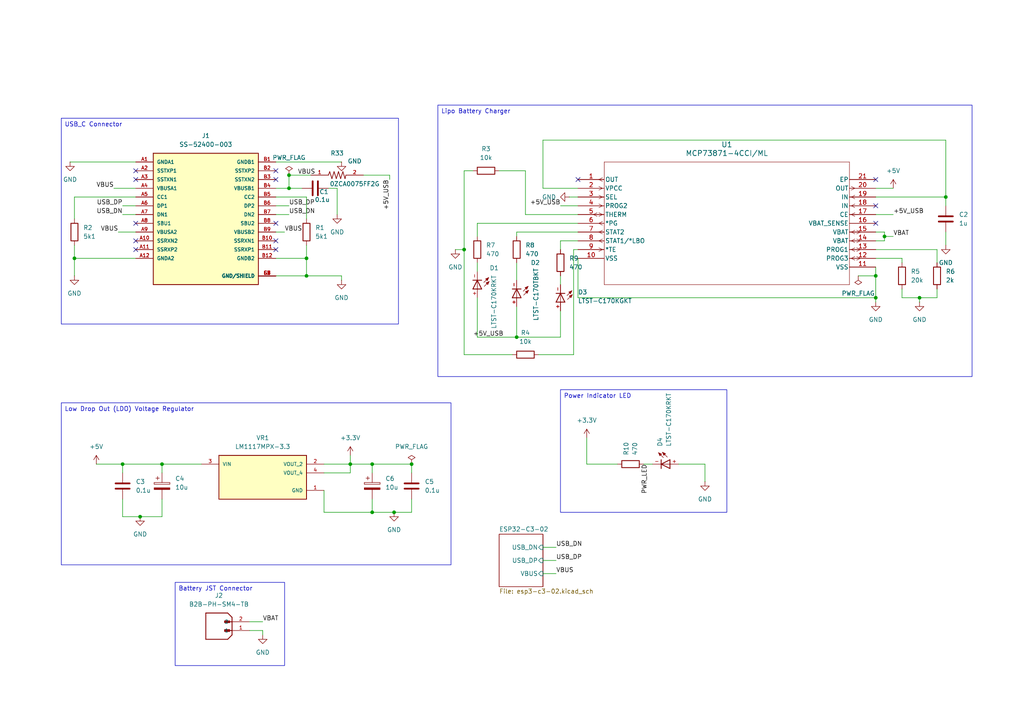
<source format=kicad_sch>
(kicad_sch
	(version 20250114)
	(generator "eeschema")
	(generator_version "9.0")
	(uuid "01f7c1a4-73ef-43ae-a0ed-afad2c066a75")
	(paper "A4")
	(title_block
		(title "ESP-32-sensor-board-Root")
	)
	(lib_symbols
		(symbol "0ZCA0075FF2G:0ZCA0075FF2G"
			(pin_names
				(offset 1.016)
			)
			(exclude_from_sim no)
			(in_bom yes)
			(on_board yes)
			(property "Reference" "R"
				(at -3.81 1.4986 0)
				(effects
					(font
						(size 1.27 1.27)
					)
					(justify left bottom)
				)
			)
			(property "Value" "0ZCA0075FF2G"
				(at -3.81 -3.302 0)
				(effects
					(font
						(size 1.27 1.27)
					)
					(justify left bottom)
				)
			)
			(property "Footprint" "0ZCA0075FF2G:RESC3216X125N"
				(at 0 0 0)
				(effects
					(font
						(size 1.27 1.27)
					)
					(justify bottom)
					(hide yes)
				)
			)
			(property "Datasheet" ""
				(at 0 0 0)
				(effects
					(font
						(size 1.27 1.27)
					)
					(hide yes)
				)
			)
			(property "Description" ""
				(at 0 0 0)
				(effects
					(font
						(size 1.27 1.27)
					)
					(hide yes)
				)
			)
			(property "MF" "Bel Fuse"
				(at 0 0 0)
				(effects
					(font
						(size 1.27 1.27)
					)
					(justify bottom)
					(hide yes)
				)
			)
			(property "Description_1" "Polymeric PTC Resettable Fuse 6V 750 mA Ih Surface Mount 1206 (3216 Metric), Concave"
				(at 0 0 0)
				(effects
					(font
						(size 1.27 1.27)
					)
					(justify bottom)
					(hide yes)
				)
			)
			(property "Package" "1206 Bel Fuse"
				(at 0 0 0)
				(effects
					(font
						(size 1.27 1.27)
					)
					(justify bottom)
					(hide yes)
				)
			)
			(property "Price" "None"
				(at 0 0 0)
				(effects
					(font
						(size 1.27 1.27)
					)
					(justify bottom)
					(hide yes)
				)
			)
			(property "SnapEDA_Link" "https://www.snapeda.com/parts/0ZCA0075FF2G/Bel+Circuit+Protection/view-part/?ref=snap"
				(at 0 0 0)
				(effects
					(font
						(size 1.27 1.27)
					)
					(justify bottom)
					(hide yes)
				)
			)
			(property "MP" "0ZCA0075FF2G"
				(at 0 0 0)
				(effects
					(font
						(size 1.27 1.27)
					)
					(justify bottom)
					(hide yes)
				)
			)
			(property "Availability" "In Stock"
				(at 0 0 0)
				(effects
					(font
						(size 1.27 1.27)
					)
					(justify bottom)
					(hide yes)
				)
			)
			(property "Check_prices" "https://www.snapeda.com/parts/0ZCA0075FF2G/Bel+Circuit+Protection/view-part/?ref=eda"
				(at 0 0 0)
				(effects
					(font
						(size 1.27 1.27)
					)
					(justify bottom)
					(hide yes)
				)
			)
			(symbol "0ZCA0075FF2G_0_0"
				(polyline
					(pts
						(xy -2.54 0) (xy -2.159 1.016)
					)
					(stroke
						(width 0.2032)
						(type default)
					)
					(fill
						(type none)
					)
				)
				(polyline
					(pts
						(xy -2.159 1.016) (xy -1.524 -1.016)
					)
					(stroke
						(width 0.2032)
						(type default)
					)
					(fill
						(type none)
					)
				)
				(polyline
					(pts
						(xy -1.524 -1.016) (xy -0.889 1.016)
					)
					(stroke
						(width 0.2032)
						(type default)
					)
					(fill
						(type none)
					)
				)
				(polyline
					(pts
						(xy -0.889 1.016) (xy -0.254 -1.016)
					)
					(stroke
						(width 0.2032)
						(type default)
					)
					(fill
						(type none)
					)
				)
				(polyline
					(pts
						(xy -0.254 -1.016) (xy 0.381 1.016)
					)
					(stroke
						(width 0.2032)
						(type default)
					)
					(fill
						(type none)
					)
				)
				(polyline
					(pts
						(xy 0.381 1.016) (xy 1.016 -1.016)
					)
					(stroke
						(width 0.2032)
						(type default)
					)
					(fill
						(type none)
					)
				)
				(polyline
					(pts
						(xy 1.016 -1.016) (xy 1.651 1.016)
					)
					(stroke
						(width 0.2032)
						(type default)
					)
					(fill
						(type none)
					)
				)
				(polyline
					(pts
						(xy 1.651 1.016) (xy 2.286 -1.016)
					)
					(stroke
						(width 0.2032)
						(type default)
					)
					(fill
						(type none)
					)
				)
				(polyline
					(pts
						(xy 2.286 -1.016) (xy 2.54 0)
					)
					(stroke
						(width 0.2032)
						(type default)
					)
					(fill
						(type none)
					)
				)
				(pin passive line
					(at -7.62 0 0)
					(length 5.08)
					(name "~"
						(effects
							(font
								(size 1.016 1.016)
							)
						)
					)
					(number "1"
						(effects
							(font
								(size 1.016 1.016)
							)
						)
					)
				)
				(pin passive line
					(at 7.62 0 180)
					(length 5.08)
					(name "~"
						(effects
							(font
								(size 1.016 1.016)
							)
						)
					)
					(number "2"
						(effects
							(font
								(size 1.016 1.016)
							)
						)
					)
				)
			)
			(embedded_fonts no)
		)
		(symbol "B2B-PH-SM4-TB:B2B-PH-SM4-TB"
			(pin_names
				(offset 1.016)
			)
			(exclude_from_sim no)
			(in_bom yes)
			(on_board yes)
			(property "Reference" "J"
				(at 0 6.35 0)
				(effects
					(font
						(size 1.27 1.27)
					)
					(justify left bottom)
				)
			)
			(property "Value" "B2B-PH-SM4-TB"
				(at 0 -5.08 0)
				(effects
					(font
						(size 1.27 1.27)
					)
					(justify left bottom)
				)
			)
			(property "Footprint" "B2B-PH-SM4-TB:JST_B2B-PH-SM4-TB"
				(at 0 0 0)
				(effects
					(font
						(size 1.27 1.27)
					)
					(justify bottom)
					(hide yes)
				)
			)
			(property "Datasheet" ""
				(at 0 0 0)
				(effects
					(font
						(size 1.27 1.27)
					)
					(hide yes)
				)
			)
			(property "Description" ""
				(at 0 0 0)
				(effects
					(font
						(size 1.27 1.27)
					)
					(hide yes)
				)
			)
			(property "MF" "JST"
				(at 0 0 0)
				(effects
					(font
						(size 1.27 1.27)
					)
					(justify bottom)
					(hide yes)
				)
			)
			(property "MAXIMUM_PACKAGE_HEIGHT" "6.6 mm"
				(at 0 0 0)
				(effects
					(font
						(size 1.27 1.27)
					)
					(justify bottom)
					(hide yes)
				)
			)
			(property "Package" "NON STANDARD-2 JST"
				(at 0 0 0)
				(effects
					(font
						(size 1.27 1.27)
					)
					(justify bottom)
					(hide yes)
				)
			)
			(property "Price" "None"
				(at 0 0 0)
				(effects
					(font
						(size 1.27 1.27)
					)
					(justify bottom)
					(hide yes)
				)
			)
			(property "Check_prices" "https://www.snapeda.com/parts/B2B-PH-SM4-TB/JST/view-part/?ref=eda"
				(at 0 0 0)
				(effects
					(font
						(size 1.27 1.27)
					)
					(justify bottom)
					(hide yes)
				)
			)
			(property "STANDARD" "Manufacturer Recommendations"
				(at 0 0 0)
				(effects
					(font
						(size 1.27 1.27)
					)
					(justify bottom)
					(hide yes)
				)
			)
			(property "PARTREV" "N/A"
				(at 0 0 0)
				(effects
					(font
						(size 1.27 1.27)
					)
					(justify bottom)
					(hide yes)
				)
			)
			(property "SnapEDA_Link" "https://www.snapeda.com/parts/B2B-PH-SM4-TB/JST/view-part/?ref=snap"
				(at 0 0 0)
				(effects
					(font
						(size 1.27 1.27)
					)
					(justify bottom)
					(hide yes)
				)
			)
			(property "MP" "B2B-PH-SM4-TB"
				(at 0 0 0)
				(effects
					(font
						(size 1.27 1.27)
					)
					(justify bottom)
					(hide yes)
				)
			)
			(property "Description_1" "Connector Header Surface Mount 2 position 0.079 (2.00mm)"
				(at 0 0 0)
				(effects
					(font
						(size 1.27 1.27)
					)
					(justify bottom)
					(hide yes)
				)
			)
			(property "Availability" "In Stock"
				(at 0 0 0)
				(effects
					(font
						(size 1.27 1.27)
					)
					(justify bottom)
					(hide yes)
				)
			)
			(property "MANUFACTURER" "JST"
				(at 0 0 0)
				(effects
					(font
						(size 1.27 1.27)
					)
					(justify bottom)
					(hide yes)
				)
			)
			(symbol "B2B-PH-SM4-TB_0_0"
				(polyline
					(pts
						(xy 0 3.81) (xy 0 2.54)
					)
					(stroke
						(width 0.254)
						(type default)
					)
					(fill
						(type none)
					)
				)
				(polyline
					(pts
						(xy 0 3.81) (xy 1.27 5.08)
					)
					(stroke
						(width 0.254)
						(type default)
					)
					(fill
						(type none)
					)
				)
				(polyline
					(pts
						(xy 0 2.54) (xy 0 -1.27)
					)
					(stroke
						(width 0.254)
						(type default)
					)
					(fill
						(type none)
					)
				)
				(polyline
					(pts
						(xy 0 2.54) (xy 1.905 2.54)
					)
					(stroke
						(width 0.254)
						(type default)
					)
					(fill
						(type none)
					)
				)
				(polyline
					(pts
						(xy 0 0) (xy 1.905 0)
					)
					(stroke
						(width 0.254)
						(type default)
					)
					(fill
						(type none)
					)
				)
				(polyline
					(pts
						(xy 0 -1.27) (xy 1.27 -2.54)
					)
					(stroke
						(width 0.254)
						(type default)
					)
					(fill
						(type none)
					)
				)
				(rectangle
					(start 0.635 2.2225)
					(end 2.2225 2.8575)
					(stroke
						(width 0.1)
						(type default)
					)
					(fill
						(type outline)
					)
				)
				(rectangle
					(start 0.635 -0.3175)
					(end 2.2225 0.3175)
					(stroke
						(width 0.1)
						(type default)
					)
					(fill
						(type outline)
					)
				)
				(polyline
					(pts
						(xy 1.27 -2.54) (xy 7.62 -2.54)
					)
					(stroke
						(width 0.254)
						(type default)
					)
					(fill
						(type none)
					)
				)
				(polyline
					(pts
						(xy 7.62 5.08) (xy 1.27 5.08)
					)
					(stroke
						(width 0.254)
						(type default)
					)
					(fill
						(type none)
					)
				)
				(polyline
					(pts
						(xy 7.62 -2.54) (xy 7.62 5.08)
					)
					(stroke
						(width 0.254)
						(type default)
					)
					(fill
						(type none)
					)
				)
				(pin passive line
					(at -5.08 2.54 0)
					(length 5.08)
					(name "1"
						(effects
							(font
								(size 1.016 1.016)
							)
						)
					)
					(number "1"
						(effects
							(font
								(size 1.016 1.016)
							)
						)
					)
				)
				(pin passive line
					(at -5.08 0 0)
					(length 5.08)
					(name "2"
						(effects
							(font
								(size 1.016 1.016)
							)
						)
					)
					(number "2"
						(effects
							(font
								(size 1.016 1.016)
							)
						)
					)
				)
			)
			(embedded_fonts no)
		)
		(symbol "Device:C"
			(pin_numbers
				(hide yes)
			)
			(pin_names
				(offset 0.254)
			)
			(exclude_from_sim no)
			(in_bom yes)
			(on_board yes)
			(property "Reference" "C"
				(at 0.635 2.54 0)
				(effects
					(font
						(size 1.27 1.27)
					)
					(justify left)
				)
			)
			(property "Value" "C"
				(at 0.635 -2.54 0)
				(effects
					(font
						(size 1.27 1.27)
					)
					(justify left)
				)
			)
			(property "Footprint" ""
				(at 0.9652 -3.81 0)
				(effects
					(font
						(size 1.27 1.27)
					)
					(hide yes)
				)
			)
			(property "Datasheet" "~"
				(at 0 0 0)
				(effects
					(font
						(size 1.27 1.27)
					)
					(hide yes)
				)
			)
			(property "Description" "Unpolarized capacitor"
				(at 0 0 0)
				(effects
					(font
						(size 1.27 1.27)
					)
					(hide yes)
				)
			)
			(property "ki_keywords" "cap capacitor"
				(at 0 0 0)
				(effects
					(font
						(size 1.27 1.27)
					)
					(hide yes)
				)
			)
			(property "ki_fp_filters" "C_*"
				(at 0 0 0)
				(effects
					(font
						(size 1.27 1.27)
					)
					(hide yes)
				)
			)
			(symbol "C_0_1"
				(polyline
					(pts
						(xy -2.032 0.762) (xy 2.032 0.762)
					)
					(stroke
						(width 0.508)
						(type default)
					)
					(fill
						(type none)
					)
				)
				(polyline
					(pts
						(xy -2.032 -0.762) (xy 2.032 -0.762)
					)
					(stroke
						(width 0.508)
						(type default)
					)
					(fill
						(type none)
					)
				)
			)
			(symbol "C_1_1"
				(pin passive line
					(at 0 3.81 270)
					(length 2.794)
					(name "~"
						(effects
							(font
								(size 1.27 1.27)
							)
						)
					)
					(number "1"
						(effects
							(font
								(size 1.27 1.27)
							)
						)
					)
				)
				(pin passive line
					(at 0 -3.81 90)
					(length 2.794)
					(name "~"
						(effects
							(font
								(size 1.27 1.27)
							)
						)
					)
					(number "2"
						(effects
							(font
								(size 1.27 1.27)
							)
						)
					)
				)
			)
			(embedded_fonts no)
		)
		(symbol "Device:C_Polarized"
			(pin_numbers
				(hide yes)
			)
			(pin_names
				(offset 0.254)
			)
			(exclude_from_sim no)
			(in_bom yes)
			(on_board yes)
			(property "Reference" "C"
				(at 0.635 2.54 0)
				(effects
					(font
						(size 1.27 1.27)
					)
					(justify left)
				)
			)
			(property "Value" "C_Polarized"
				(at 0.635 -2.54 0)
				(effects
					(font
						(size 1.27 1.27)
					)
					(justify left)
				)
			)
			(property "Footprint" ""
				(at 0.9652 -3.81 0)
				(effects
					(font
						(size 1.27 1.27)
					)
					(hide yes)
				)
			)
			(property "Datasheet" "~"
				(at 0 0 0)
				(effects
					(font
						(size 1.27 1.27)
					)
					(hide yes)
				)
			)
			(property "Description" "Polarized capacitor"
				(at 0 0 0)
				(effects
					(font
						(size 1.27 1.27)
					)
					(hide yes)
				)
			)
			(property "ki_keywords" "cap capacitor"
				(at 0 0 0)
				(effects
					(font
						(size 1.27 1.27)
					)
					(hide yes)
				)
			)
			(property "ki_fp_filters" "CP_*"
				(at 0 0 0)
				(effects
					(font
						(size 1.27 1.27)
					)
					(hide yes)
				)
			)
			(symbol "C_Polarized_0_1"
				(rectangle
					(start -2.286 0.508)
					(end 2.286 1.016)
					(stroke
						(width 0)
						(type default)
					)
					(fill
						(type none)
					)
				)
				(polyline
					(pts
						(xy -1.778 2.286) (xy -0.762 2.286)
					)
					(stroke
						(width 0)
						(type default)
					)
					(fill
						(type none)
					)
				)
				(polyline
					(pts
						(xy -1.27 2.794) (xy -1.27 1.778)
					)
					(stroke
						(width 0)
						(type default)
					)
					(fill
						(type none)
					)
				)
				(rectangle
					(start 2.286 -0.508)
					(end -2.286 -1.016)
					(stroke
						(width 0)
						(type default)
					)
					(fill
						(type outline)
					)
				)
			)
			(symbol "C_Polarized_1_1"
				(pin passive line
					(at 0 3.81 270)
					(length 2.794)
					(name "~"
						(effects
							(font
								(size 1.27 1.27)
							)
						)
					)
					(number "1"
						(effects
							(font
								(size 1.27 1.27)
							)
						)
					)
				)
				(pin passive line
					(at 0 -3.81 90)
					(length 2.794)
					(name "~"
						(effects
							(font
								(size 1.27 1.27)
							)
						)
					)
					(number "2"
						(effects
							(font
								(size 1.27 1.27)
							)
						)
					)
				)
			)
			(embedded_fonts no)
		)
		(symbol "Device:R"
			(pin_numbers
				(hide yes)
			)
			(pin_names
				(offset 0)
			)
			(exclude_from_sim no)
			(in_bom yes)
			(on_board yes)
			(property "Reference" "R"
				(at 2.032 0 90)
				(effects
					(font
						(size 1.27 1.27)
					)
				)
			)
			(property "Value" "R"
				(at 0 0 90)
				(effects
					(font
						(size 1.27 1.27)
					)
				)
			)
			(property "Footprint" ""
				(at -1.778 0 90)
				(effects
					(font
						(size 1.27 1.27)
					)
					(hide yes)
				)
			)
			(property "Datasheet" "~"
				(at 0 0 0)
				(effects
					(font
						(size 1.27 1.27)
					)
					(hide yes)
				)
			)
			(property "Description" "Resistor"
				(at 0 0 0)
				(effects
					(font
						(size 1.27 1.27)
					)
					(hide yes)
				)
			)
			(property "ki_keywords" "R res resistor"
				(at 0 0 0)
				(effects
					(font
						(size 1.27 1.27)
					)
					(hide yes)
				)
			)
			(property "ki_fp_filters" "R_*"
				(at 0 0 0)
				(effects
					(font
						(size 1.27 1.27)
					)
					(hide yes)
				)
			)
			(symbol "R_0_1"
				(rectangle
					(start -1.016 -2.54)
					(end 1.016 2.54)
					(stroke
						(width 0.254)
						(type default)
					)
					(fill
						(type none)
					)
				)
			)
			(symbol "R_1_1"
				(pin passive line
					(at 0 3.81 270)
					(length 1.27)
					(name "~"
						(effects
							(font
								(size 1.27 1.27)
							)
						)
					)
					(number "1"
						(effects
							(font
								(size 1.27 1.27)
							)
						)
					)
				)
				(pin passive line
					(at 0 -3.81 90)
					(length 1.27)
					(name "~"
						(effects
							(font
								(size 1.27 1.27)
							)
						)
					)
					(number "2"
						(effects
							(font
								(size 1.27 1.27)
							)
						)
					)
				)
			)
			(embedded_fonts no)
		)
		(symbol "LM1117MPX-3.3:LM1117MPX-3.3"
			(pin_names
				(offset 1.016)
			)
			(exclude_from_sim no)
			(in_bom yes)
			(on_board yes)
			(property "Reference" "VR"
				(at -12.7 6.08 0)
				(effects
					(font
						(size 1.27 1.27)
					)
					(justify left bottom)
				)
			)
			(property "Value" "LM1117MPX-3.3"
				(at -12.7 -9.08 0)
				(effects
					(font
						(size 1.27 1.27)
					)
					(justify left top)
				)
			)
			(property "Footprint" "LM1117MPX-3.3:VREG_LM1117MPX-3.3"
				(at 0 0 0)
				(effects
					(font
						(size 1.27 1.27)
					)
					(justify bottom)
					(hide yes)
				)
			)
			(property "Datasheet" ""
				(at 0 0 0)
				(effects
					(font
						(size 1.27 1.27)
					)
					(hide yes)
				)
			)
			(property "Description" "800-mA 15-V linear voltage regulator 4-SOT-223"
				(at 0 0 0)
				(effects
					(font
						(size 1.27 1.27)
					)
					(justify bottom)
					(hide yes)
				)
			)
			(property "MF" "onsemi"
				(at 0 0 0)
				(effects
					(font
						(size 1.27 1.27)
					)
					(justify bottom)
					(hide yes)
				)
			)
			(property "PACKAGE" "SOT-223-4 Texas Instruments"
				(at 0 0 0)
				(effects
					(font
						(size 1.27 1.27)
					)
					(justify bottom)
					(hide yes)
				)
			)
			(property "PRICE" "None"
				(at 0 0 0)
				(effects
					(font
						(size 1.27 1.27)
					)
					(justify bottom)
					(hide yes)
				)
			)
			(property "Package" "SOT-223-4 ON Semiconductor"
				(at 0 0 0)
				(effects
					(font
						(size 1.27 1.27)
					)
					(justify bottom)
					(hide yes)
				)
			)
			(property "Check_prices" "https://www.snapeda.com/parts/LM1117MPX-33NOPB/Onsemi/view-part/?ref=eda"
				(at 0 0 0)
				(effects
					(font
						(size 1.27 1.27)
					)
					(justify bottom)
					(hide yes)
				)
			)
			(property "Price" "None"
				(at 0 0 0)
				(effects
					(font
						(size 1.27 1.27)
					)
					(justify bottom)
					(hide yes)
				)
			)
			(property "SnapEDA_Link" "https://www.snapeda.com/parts/LM1117MPX-33NOPB/Onsemi/view-part/?ref=snap"
				(at 0 0 0)
				(effects
					(font
						(size 1.27 1.27)
					)
					(justify bottom)
					(hide yes)
				)
			)
			(property "MP" "LM1117MPX-33NOPB"
				(at 0 0 0)
				(effects
					(font
						(size 1.27 1.27)
					)
					(justify bottom)
					(hide yes)
				)
			)
			(property "Description_1" "Linear Voltage Regulator IC Positive Fixed 1 Output 800mA SOT-223"
				(at 0 0 0)
				(effects
					(font
						(size 1.27 1.27)
					)
					(justify bottom)
					(hide yes)
				)
			)
			(property "Availability" "In Stock"
				(at 0 0 0)
				(effects
					(font
						(size 1.27 1.27)
					)
					(justify bottom)
					(hide yes)
				)
			)
			(property "AVAILABILITY" "Warning"
				(at 0 0 0)
				(effects
					(font
						(size 1.27 1.27)
					)
					(justify bottom)
					(hide yes)
				)
			)
			(property "PURCHASE-URL" "https://pricing.snapeda.com/search/part/LM1117MPX-3.3/?ref=eda"
				(at 0 0 0)
				(effects
					(font
						(size 1.27 1.27)
					)
					(justify bottom)
					(hide yes)
				)
			)
			(symbol "LM1117MPX-3.3_0_0"
				(rectangle
					(start -12.7 -7.62)
					(end 12.7 5.08)
					(stroke
						(width 0.254)
						(type default)
					)
					(fill
						(type background)
					)
				)
				(pin power_in line
					(at -17.78 2.54 0)
					(length 5.08)
					(name "VIN"
						(effects
							(font
								(size 1.016 1.016)
							)
						)
					)
					(number "3"
						(effects
							(font
								(size 1.016 1.016)
							)
						)
					)
				)
				(pin power_in line
					(at 17.78 2.54 180)
					(length 5.08)
					(name "VOUT_2"
						(effects
							(font
								(size 1.016 1.016)
							)
						)
					)
					(number "2"
						(effects
							(font
								(size 1.016 1.016)
							)
						)
					)
				)
				(pin power_in line
					(at 17.78 0 180)
					(length 5.08)
					(name "VOUT_4"
						(effects
							(font
								(size 1.016 1.016)
							)
						)
					)
					(number "4"
						(effects
							(font
								(size 1.016 1.016)
							)
						)
					)
				)
				(pin power_in line
					(at 17.78 -5.08 180)
					(length 5.08)
					(name "GND"
						(effects
							(font
								(size 1.016 1.016)
							)
						)
					)
					(number "1"
						(effects
							(font
								(size 1.016 1.016)
							)
						)
					)
				)
			)
			(embedded_fonts no)
		)
		(symbol "LTST-C170KGKT:LTST-C170KGKT"
			(pin_names
				(offset 1.016)
			)
			(exclude_from_sim no)
			(in_bom yes)
			(on_board yes)
			(property "Reference" "D"
				(at -2.0353 4.0705 0)
				(effects
					(font
						(size 1.27 1.27)
					)
					(justify left bottom)
				)
			)
			(property "Value" "LTST-C170KGKT"
				(at -2.0323 -5.7159 0)
				(effects
					(font
						(size 1.27 1.27)
					)
					(justify left bottom)
				)
			)
			(property "Footprint" "LTST-C170KGKT:DIOC200X125X110"
				(at 0 0 0)
				(effects
					(font
						(size 1.27 1.27)
					)
					(justify bottom)
					(hide yes)
				)
			)
			(property "Datasheet" ""
				(at 0 0 0)
				(effects
					(font
						(size 1.27 1.27)
					)
					(hide yes)
				)
			)
			(property "Description" ""
				(at 0 0 0)
				(effects
					(font
						(size 1.27 1.27)
					)
					(hide yes)
				)
			)
			(property "MF" "Lite-On Inc."
				(at 0 0 0)
				(effects
					(font
						(size 1.27 1.27)
					)
					(justify bottom)
					(hide yes)
				)
			)
			(property "Description_1" "Green 571nm LED Indication - Discrete 2V 0805 (2012 Metric)"
				(at 0 0 0)
				(effects
					(font
						(size 1.27 1.27)
					)
					(justify bottom)
					(hide yes)
				)
			)
			(property "Package" "0805 Lite-On"
				(at 0 0 0)
				(effects
					(font
						(size 1.27 1.27)
					)
					(justify bottom)
					(hide yes)
				)
			)
			(property "Price" "None"
				(at 0 0 0)
				(effects
					(font
						(size 1.27 1.27)
					)
					(justify bottom)
					(hide yes)
				)
			)
			(property "Check_prices" "https://www.snapeda.com/parts/LTST-C170KGKT/Lite-On/view-part/?ref=eda"
				(at 0 0 0)
				(effects
					(font
						(size 1.27 1.27)
					)
					(justify bottom)
					(hide yes)
				)
			)
			(property "SnapEDA_Link" "https://www.snapeda.com/parts/LTST-C170KGKT/Lite-On/view-part/?ref=snap"
				(at 0 0 0)
				(effects
					(font
						(size 1.27 1.27)
					)
					(justify bottom)
					(hide yes)
				)
			)
			(property "MP" "LTST-C170KGKT"
				(at 0 0 0)
				(effects
					(font
						(size 1.27 1.27)
					)
					(justify bottom)
					(hide yes)
				)
			)
			(property "Availability" "In Stock"
				(at 0 0 0)
				(effects
					(font
						(size 1.27 1.27)
					)
					(justify bottom)
					(hide yes)
				)
			)
			(property "MANUFACTURER" "LiteOn"
				(at 0 0 0)
				(effects
					(font
						(size 1.27 1.27)
					)
					(justify bottom)
					(hide yes)
				)
			)
			(symbol "LTST-C170KGKT_0_0"
				(polyline
					(pts
						(xy -0.762 3.302) (xy 0.127 2.921) (xy -0.381 2.413) (xy -0.762 3.302)
					)
					(stroke
						(width 0.1524)
						(type default)
					)
					(fill
						(type outline)
					)
				)
				(polyline
					(pts
						(xy 0 0) (xy 0 1.27)
					)
					(stroke
						(width 0.254)
						(type default)
					)
					(fill
						(type none)
					)
				)
				(polyline
					(pts
						(xy 0 0) (xy 2.54 1.27)
					)
					(stroke
						(width 0.254)
						(type default)
					)
					(fill
						(type none)
					)
				)
				(polyline
					(pts
						(xy 0 -1.27) (xy 0 0)
					)
					(stroke
						(width 0.254)
						(type default)
					)
					(fill
						(type none)
					)
				)
				(polyline
					(pts
						(xy 0.381 3.429) (xy 1.27 3.048) (xy 0.762 2.54) (xy 0.381 3.429)
					)
					(stroke
						(width 0.1524)
						(type default)
					)
					(fill
						(type outline)
					)
				)
				(polyline
					(pts
						(xy 0.635 1.905) (xy -0.762 3.302)
					)
					(stroke
						(width 0.1524)
						(type default)
					)
					(fill
						(type none)
					)
				)
				(polyline
					(pts
						(xy 1.778 2.032) (xy 0.381 3.429)
					)
					(stroke
						(width 0.1524)
						(type default)
					)
					(fill
						(type none)
					)
				)
				(polyline
					(pts
						(xy 2.54 0) (xy 0 0)
					)
					(stroke
						(width 0.1524)
						(type default)
					)
					(fill
						(type none)
					)
				)
				(polyline
					(pts
						(xy 2.54 0) (xy 2.54 1.27)
					)
					(stroke
						(width 0.254)
						(type default)
					)
					(fill
						(type none)
					)
				)
				(polyline
					(pts
						(xy 2.54 -1.27) (xy 0 0)
					)
					(stroke
						(width 0.254)
						(type default)
					)
					(fill
						(type none)
					)
				)
				(polyline
					(pts
						(xy 2.54 -1.27) (xy 2.54 0)
					)
					(stroke
						(width 0.254)
						(type default)
					)
					(fill
						(type none)
					)
				)
				(pin passive line
					(at -2.54 0 0)
					(length 2.54)
					(name "~"
						(effects
							(font
								(size 1.016 1.016)
							)
						)
					)
					(number "-"
						(effects
							(font
								(size 1.016 1.016)
							)
						)
					)
				)
				(pin passive line
					(at 5.08 0 180)
					(length 2.54)
					(name "~"
						(effects
							(font
								(size 1.016 1.016)
							)
						)
					)
					(number "+"
						(effects
							(font
								(size 1.016 1.016)
							)
						)
					)
				)
			)
			(embedded_fonts no)
		)
		(symbol "LTST-C170KRKT:LTST-C170KRKT"
			(pin_names
				(offset 1.016)
			)
			(exclude_from_sim no)
			(in_bom yes)
			(on_board yes)
			(property "Reference" "D"
				(at -2.0343 4.0686 0)
				(effects
					(font
						(size 1.27 1.27)
					)
					(justify left bottom)
				)
			)
			(property "Value" "LTST-C170KRKT"
				(at -2.0325 -5.7164 0)
				(effects
					(font
						(size 1.27 1.27)
					)
					(justify left bottom)
				)
			)
			(property "Footprint" "LTST-C170KRKT:DIOC200X125X110"
				(at 0 0 0)
				(effects
					(font
						(size 1.27 1.27)
					)
					(justify bottom)
					(hide yes)
				)
			)
			(property "Datasheet" ""
				(at 0 0 0)
				(effects
					(font
						(size 1.27 1.27)
					)
					(hide yes)
				)
			)
			(property "Description" ""
				(at 0 0 0)
				(effects
					(font
						(size 1.27 1.27)
					)
					(hide yes)
				)
			)
			(property "MF" "Lite-On Inc."
				(at 0 0 0)
				(effects
					(font
						(size 1.27 1.27)
					)
					(justify bottom)
					(hide yes)
				)
			)
			(property "Description_1" "Red 631nm LED Indication - Discrete 2V 0805 (2012 Metric)"
				(at 0 0 0)
				(effects
					(font
						(size 1.27 1.27)
					)
					(justify bottom)
					(hide yes)
				)
			)
			(property "Package" "0805 Lite-On"
				(at 0 0 0)
				(effects
					(font
						(size 1.27 1.27)
					)
					(justify bottom)
					(hide yes)
				)
			)
			(property "Price" "None"
				(at 0 0 0)
				(effects
					(font
						(size 1.27 1.27)
					)
					(justify bottom)
					(hide yes)
				)
			)
			(property "Check_prices" "https://www.snapeda.com/parts/LTST-C170KRKT/Lite-On/view-part/?ref=eda"
				(at 0 0 0)
				(effects
					(font
						(size 1.27 1.27)
					)
					(justify bottom)
					(hide yes)
				)
			)
			(property "SnapEDA_Link" "https://www.snapeda.com/parts/LTST-C170KRKT/Lite-On/view-part/?ref=snap"
				(at 0 0 0)
				(effects
					(font
						(size 1.27 1.27)
					)
					(justify bottom)
					(hide yes)
				)
			)
			(property "MP" "LTST-C170KRKT"
				(at 0 0 0)
				(effects
					(font
						(size 1.27 1.27)
					)
					(justify bottom)
					(hide yes)
				)
			)
			(property "Availability" "In Stock"
				(at 0 0 0)
				(effects
					(font
						(size 1.27 1.27)
					)
					(justify bottom)
					(hide yes)
				)
			)
			(property "MANUFACTURER" "LiteOn"
				(at 0 0 0)
				(effects
					(font
						(size 1.27 1.27)
					)
					(justify bottom)
					(hide yes)
				)
			)
			(symbol "LTST-C170KRKT_0_0"
				(polyline
					(pts
						(xy -0.762 3.302) (xy 0.127 2.921) (xy -0.381 2.413) (xy -0.762 3.302)
					)
					(stroke
						(width 0.1524)
						(type default)
					)
					(fill
						(type outline)
					)
				)
				(polyline
					(pts
						(xy 0 0) (xy 0 1.27)
					)
					(stroke
						(width 0.254)
						(type default)
					)
					(fill
						(type none)
					)
				)
				(polyline
					(pts
						(xy 0 0) (xy 2.54 1.27)
					)
					(stroke
						(width 0.254)
						(type default)
					)
					(fill
						(type none)
					)
				)
				(polyline
					(pts
						(xy 0 -1.27) (xy 0 0)
					)
					(stroke
						(width 0.254)
						(type default)
					)
					(fill
						(type none)
					)
				)
				(polyline
					(pts
						(xy 0.381 3.429) (xy 1.27 3.048) (xy 0.762 2.54) (xy 0.381 3.429)
					)
					(stroke
						(width 0.1524)
						(type default)
					)
					(fill
						(type outline)
					)
				)
				(polyline
					(pts
						(xy 0.635 1.905) (xy -0.762 3.302)
					)
					(stroke
						(width 0.1524)
						(type default)
					)
					(fill
						(type none)
					)
				)
				(polyline
					(pts
						(xy 1.778 2.032) (xy 0.381 3.429)
					)
					(stroke
						(width 0.1524)
						(type default)
					)
					(fill
						(type none)
					)
				)
				(polyline
					(pts
						(xy 2.54 0) (xy 0 0)
					)
					(stroke
						(width 0.1524)
						(type default)
					)
					(fill
						(type none)
					)
				)
				(polyline
					(pts
						(xy 2.54 0) (xy 2.54 1.27)
					)
					(stroke
						(width 0.254)
						(type default)
					)
					(fill
						(type none)
					)
				)
				(polyline
					(pts
						(xy 2.54 -1.27) (xy 0 0)
					)
					(stroke
						(width 0.254)
						(type default)
					)
					(fill
						(type none)
					)
				)
				(polyline
					(pts
						(xy 2.54 -1.27) (xy 2.54 0)
					)
					(stroke
						(width 0.254)
						(type default)
					)
					(fill
						(type none)
					)
				)
				(pin passive line
					(at -2.54 0 0)
					(length 2.54)
					(name "~"
						(effects
							(font
								(size 1.016 1.016)
							)
						)
					)
					(number "-"
						(effects
							(font
								(size 1.016 1.016)
							)
						)
					)
				)
				(pin passive line
					(at 5.08 0 180)
					(length 2.54)
					(name "~"
						(effects
							(font
								(size 1.016 1.016)
							)
						)
					)
					(number "+"
						(effects
							(font
								(size 1.016 1.016)
							)
						)
					)
				)
			)
			(embedded_fonts no)
		)
		(symbol "LTST-C170TBKT:LTST-C170TBKT"
			(pin_names
				(offset 1.016)
			)
			(exclude_from_sim no)
			(in_bom yes)
			(on_board yes)
			(property "Reference" "D"
				(at -2.0354 4.0708 0)
				(effects
					(font
						(size 1.27 1.27)
					)
					(justify left bottom)
				)
			)
			(property "Value" "LTST-C170TBKT"
				(at -2.0343 -5.7214 0)
				(effects
					(font
						(size 1.27 1.27)
					)
					(justify left bottom)
				)
			)
			(property "Footprint" "LTST-C170TBKT:DIOC200X125X110"
				(at 0 0 0)
				(effects
					(font
						(size 1.27 1.27)
					)
					(justify bottom)
					(hide yes)
				)
			)
			(property "Datasheet" ""
				(at 0 0 0)
				(effects
					(font
						(size 1.27 1.27)
					)
					(hide yes)
				)
			)
			(property "Description" ""
				(at 0 0 0)
				(effects
					(font
						(size 1.27 1.27)
					)
					(hide yes)
				)
			)
			(property "MF" "Lite-On Electronics"
				(at 0 0 0)
				(effects
					(font
						(size 1.27 1.27)
					)
					(justify bottom)
					(hide yes)
				)
			)
			(property "Description_1" "Blue 470nm LED Indication - Discrete 3.3V 0805 (2012 Metric)"
				(at 0 0 0)
				(effects
					(font
						(size 1.27 1.27)
					)
					(justify bottom)
					(hide yes)
				)
			)
			(property "Package" "0805 Lite-On"
				(at 0 0 0)
				(effects
					(font
						(size 1.27 1.27)
					)
					(justify bottom)
					(hide yes)
				)
			)
			(property "Price" "None"
				(at 0 0 0)
				(effects
					(font
						(size 1.27 1.27)
					)
					(justify bottom)
					(hide yes)
				)
			)
			(property "Check_prices" "https://www.snapeda.com/parts/LTST-C170TBKT/Lite-On/view-part/?ref=eda"
				(at 0 0 0)
				(effects
					(font
						(size 1.27 1.27)
					)
					(justify bottom)
					(hide yes)
				)
			)
			(property "SnapEDA_Link" "https://www.snapeda.com/parts/LTST-C170TBKT/Lite-On/view-part/?ref=snap"
				(at 0 0 0)
				(effects
					(font
						(size 1.27 1.27)
					)
					(justify bottom)
					(hide yes)
				)
			)
			(property "MP" "LTST-C170TBKT"
				(at 0 0 0)
				(effects
					(font
						(size 1.27 1.27)
					)
					(justify bottom)
					(hide yes)
				)
			)
			(property "Availability" "In Stock"
				(at 0 0 0)
				(effects
					(font
						(size 1.27 1.27)
					)
					(justify bottom)
					(hide yes)
				)
			)
			(property "MANUFACTURER" "LiteOn"
				(at 0 0 0)
				(effects
					(font
						(size 1.27 1.27)
					)
					(justify bottom)
					(hide yes)
				)
			)
			(symbol "LTST-C170TBKT_0_0"
				(polyline
					(pts
						(xy -0.762 3.302) (xy 0.127 2.921) (xy -0.381 2.413) (xy -0.762 3.302)
					)
					(stroke
						(width 0.1524)
						(type default)
					)
					(fill
						(type outline)
					)
				)
				(polyline
					(pts
						(xy 0 0) (xy 0 1.27)
					)
					(stroke
						(width 0.254)
						(type default)
					)
					(fill
						(type none)
					)
				)
				(polyline
					(pts
						(xy 0 0) (xy 2.54 1.27)
					)
					(stroke
						(width 0.254)
						(type default)
					)
					(fill
						(type none)
					)
				)
				(polyline
					(pts
						(xy 0 -1.27) (xy 0 0)
					)
					(stroke
						(width 0.254)
						(type default)
					)
					(fill
						(type none)
					)
				)
				(polyline
					(pts
						(xy 0.381 3.429) (xy 1.27 3.048) (xy 0.762 2.54) (xy 0.381 3.429)
					)
					(stroke
						(width 0.1524)
						(type default)
					)
					(fill
						(type outline)
					)
				)
				(polyline
					(pts
						(xy 0.635 1.905) (xy -0.762 3.302)
					)
					(stroke
						(width 0.1524)
						(type default)
					)
					(fill
						(type none)
					)
				)
				(polyline
					(pts
						(xy 1.778 2.032) (xy 0.381 3.429)
					)
					(stroke
						(width 0.1524)
						(type default)
					)
					(fill
						(type none)
					)
				)
				(polyline
					(pts
						(xy 2.54 0) (xy 0 0)
					)
					(stroke
						(width 0.1524)
						(type default)
					)
					(fill
						(type none)
					)
				)
				(polyline
					(pts
						(xy 2.54 0) (xy 2.54 1.27)
					)
					(stroke
						(width 0.254)
						(type default)
					)
					(fill
						(type none)
					)
				)
				(polyline
					(pts
						(xy 2.54 -1.27) (xy 0 0)
					)
					(stroke
						(width 0.254)
						(type default)
					)
					(fill
						(type none)
					)
				)
				(polyline
					(pts
						(xy 2.54 -1.27) (xy 2.54 0)
					)
					(stroke
						(width 0.254)
						(type default)
					)
					(fill
						(type none)
					)
				)
				(pin passive line
					(at -2.54 0 0)
					(length 2.54)
					(name "~"
						(effects
							(font
								(size 1.016 1.016)
							)
						)
					)
					(number "-"
						(effects
							(font
								(size 1.016 1.016)
							)
						)
					)
				)
				(pin passive line
					(at 5.08 0 180)
					(length 2.54)
					(name "~"
						(effects
							(font
								(size 1.016 1.016)
							)
						)
					)
					(number "+"
						(effects
							(font
								(size 1.016 1.016)
							)
						)
					)
				)
			)
			(embedded_fonts no)
		)
		(symbol "MCP73871_4CCI_ML:MCP73871-4CCI_ML"
			(pin_names
				(offset 0.254)
			)
			(exclude_from_sim no)
			(in_bom yes)
			(on_board yes)
			(property "Reference" "U"
				(at 43.18 10.16 0)
				(effects
					(font
						(size 1.524 1.524)
					)
				)
			)
			(property "Value" "MCP73871-4CCI/ML"
				(at 43.18 7.62 0)
				(effects
					(font
						(size 1.524 1.524)
					)
				)
			)
			(property "Footprint" "QFN20_4x4MC_MCH"
				(at 0 0 0)
				(effects
					(font
						(size 1.27 1.27)
						(italic yes)
					)
					(hide yes)
				)
			)
			(property "Datasheet" "MCP73871-4CCI/ML"
				(at 0 0 0)
				(effects
					(font
						(size 1.27 1.27)
						(italic yes)
					)
					(hide yes)
				)
			)
			(property "Description" ""
				(at 0 0 0)
				(effects
					(font
						(size 1.27 1.27)
					)
					(hide yes)
				)
			)
			(property "ki_locked" ""
				(at 0 0 0)
				(effects
					(font
						(size 1.27 1.27)
					)
				)
			)
			(property "ki_keywords" "MCP73871-4CCI/ML"
				(at 0 0 0)
				(effects
					(font
						(size 1.27 1.27)
					)
					(hide yes)
				)
			)
			(property "ki_fp_filters" "QFN20_4x4MC_MCH QFN20_4x4MC_MCH-M QFN20_4x4MC_MCH-L"
				(at 0 0 0)
				(effects
					(font
						(size 1.27 1.27)
					)
					(hide yes)
				)
			)
			(symbol "MCP73871-4CCI_ML_0_1"
				(polyline
					(pts
						(xy 5.5372 -9.6393) (xy 4.4958 -10.16)
					)
					(stroke
						(width 0.127)
						(type default)
					)
					(fill
						(type none)
					)
				)
				(polyline
					(pts
						(xy 5.5372 -10.6807) (xy 4.4958 -10.16)
					)
					(stroke
						(width 0.127)
						(type default)
					)
					(fill
						(type none)
					)
				)
				(polyline
					(pts
						(xy 7.0993 0.5207) (xy 6.0579 0)
					)
					(stroke
						(width 0.127)
						(type default)
					)
					(fill
						(type none)
					)
				)
				(polyline
					(pts
						(xy 7.0993 -0.5207) (xy 6.0579 0)
					)
					(stroke
						(width 0.127)
						(type default)
					)
					(fill
						(type none)
					)
				)
				(polyline
					(pts
						(xy 7.0993 -2.54) (xy 6.0579 -2.0193)
					)
					(stroke
						(width 0.127)
						(type default)
					)
					(fill
						(type none)
					)
				)
				(polyline
					(pts
						(xy 7.0993 -2.54) (xy 6.0579 -3.0607)
					)
					(stroke
						(width 0.127)
						(type default)
					)
					(fill
						(type none)
					)
				)
				(polyline
					(pts
						(xy 7.0993 -5.08) (xy 6.0579 -4.5593)
					)
					(stroke
						(width 0.127)
						(type default)
					)
					(fill
						(type none)
					)
				)
				(polyline
					(pts
						(xy 7.0993 -5.08) (xy 6.0579 -5.6007)
					)
					(stroke
						(width 0.127)
						(type default)
					)
					(fill
						(type none)
					)
				)
				(polyline
					(pts
						(xy 7.0993 -7.62) (xy 6.0579 -7.0993)
					)
					(stroke
						(width 0.127)
						(type default)
					)
					(fill
						(type none)
					)
				)
				(polyline
					(pts
						(xy 7.0993 -7.62) (xy 6.0579 -8.1407)
					)
					(stroke
						(width 0.127)
						(type default)
					)
					(fill
						(type none)
					)
				)
				(polyline
					(pts
						(xy 7.0993 -10.16) (xy 6.0579 -9.6393)
					)
					(stroke
						(width 0.127)
						(type default)
					)
					(fill
						(type none)
					)
				)
				(polyline
					(pts
						(xy 7.0993 -10.16) (xy 6.0579 -10.6807)
					)
					(stroke
						(width 0.127)
						(type default)
					)
					(fill
						(type none)
					)
				)
				(polyline
					(pts
						(xy 7.0993 -12.1793) (xy 6.0579 -12.7)
					)
					(stroke
						(width 0.127)
						(type default)
					)
					(fill
						(type none)
					)
				)
				(polyline
					(pts
						(xy 7.0993 -13.2207) (xy 6.0579 -12.7)
					)
					(stroke
						(width 0.127)
						(type default)
					)
					(fill
						(type none)
					)
				)
				(polyline
					(pts
						(xy 7.0993 -14.7193) (xy 6.0579 -15.24)
					)
					(stroke
						(width 0.127)
						(type default)
					)
					(fill
						(type none)
					)
				)
				(polyline
					(pts
						(xy 7.0993 -15.7607) (xy 6.0579 -15.24)
					)
					(stroke
						(width 0.127)
						(type default)
					)
					(fill
						(type none)
					)
				)
				(polyline
					(pts
						(xy 7.0993 -17.2593) (xy 6.0579 -17.78)
					)
					(stroke
						(width 0.127)
						(type default)
					)
					(fill
						(type none)
					)
				)
				(polyline
					(pts
						(xy 7.0993 -18.3007) (xy 6.0579 -17.78)
					)
					(stroke
						(width 0.127)
						(type default)
					)
					(fill
						(type none)
					)
				)
				(polyline
					(pts
						(xy 7.0993 -20.32) (xy 6.0579 -19.7993)
					)
					(stroke
						(width 0.127)
						(type default)
					)
					(fill
						(type none)
					)
				)
				(polyline
					(pts
						(xy 7.0993 -20.32) (xy 6.0579 -20.8407)
					)
					(stroke
						(width 0.127)
						(type default)
					)
					(fill
						(type none)
					)
				)
				(polyline
					(pts
						(xy 7.62 5.08) (xy 7.62 -30.48)
					)
					(stroke
						(width 0.127)
						(type default)
					)
					(fill
						(type none)
					)
				)
				(polyline
					(pts
						(xy 7.62 -30.48) (xy 78.74 -30.48)
					)
					(stroke
						(width 0.127)
						(type default)
					)
					(fill
						(type none)
					)
				)
				(polyline
					(pts
						(xy 78.74 5.08) (xy 7.62 5.08)
					)
					(stroke
						(width 0.127)
						(type default)
					)
					(fill
						(type none)
					)
				)
				(polyline
					(pts
						(xy 78.74 -30.48) (xy 78.74 5.08)
					)
					(stroke
						(width 0.127)
						(type default)
					)
					(fill
						(type none)
					)
				)
				(polyline
					(pts
						(xy 79.2607 -2.0193) (xy 80.3021 -2.54)
					)
					(stroke
						(width 0.127)
						(type default)
					)
					(fill
						(type none)
					)
				)
				(polyline
					(pts
						(xy 79.2607 -3.0607) (xy 80.3021 -2.54)
					)
					(stroke
						(width 0.127)
						(type default)
					)
					(fill
						(type none)
					)
				)
				(polyline
					(pts
						(xy 79.2607 -5.08) (xy 80.3021 -4.5593)
					)
					(stroke
						(width 0.127)
						(type default)
					)
					(fill
						(type none)
					)
				)
				(polyline
					(pts
						(xy 79.2607 -5.08) (xy 80.3021 -5.6007)
					)
					(stroke
						(width 0.127)
						(type default)
					)
					(fill
						(type none)
					)
				)
				(polyline
					(pts
						(xy 79.2607 -7.62) (xy 80.3021 -7.0993)
					)
					(stroke
						(width 0.127)
						(type default)
					)
					(fill
						(type none)
					)
				)
				(polyline
					(pts
						(xy 79.2607 -7.62) (xy 80.3021 -8.1407)
					)
					(stroke
						(width 0.127)
						(type default)
					)
					(fill
						(type none)
					)
				)
				(polyline
					(pts
						(xy 79.2607 -10.16) (xy 80.3021 -9.6393)
					)
					(stroke
						(width 0.127)
						(type default)
					)
					(fill
						(type none)
					)
				)
				(polyline
					(pts
						(xy 79.2607 -10.16) (xy 80.3021 -10.6807)
					)
					(stroke
						(width 0.127)
						(type default)
					)
					(fill
						(type none)
					)
				)
				(polyline
					(pts
						(xy 79.2607 -15.24) (xy 80.3021 -14.7193)
					)
					(stroke
						(width 0.127)
						(type default)
					)
					(fill
						(type none)
					)
				)
				(polyline
					(pts
						(xy 79.2607 -15.24) (xy 80.3021 -15.7607)
					)
					(stroke
						(width 0.127)
						(type default)
					)
					(fill
						(type none)
					)
				)
				(polyline
					(pts
						(xy 79.2607 -17.78) (xy 80.3021 -17.2593)
					)
					(stroke
						(width 0.127)
						(type default)
					)
					(fill
						(type none)
					)
				)
				(polyline
					(pts
						(xy 79.2607 -17.78) (xy 80.3021 -18.3007)
					)
					(stroke
						(width 0.127)
						(type default)
					)
					(fill
						(type none)
					)
				)
				(polyline
					(pts
						(xy 79.2607 -20.32) (xy 80.3021 -19.7993)
					)
					(stroke
						(width 0.127)
						(type default)
					)
					(fill
						(type none)
					)
				)
				(polyline
					(pts
						(xy 79.2607 -20.32) (xy 80.3021 -20.8407)
					)
					(stroke
						(width 0.127)
						(type default)
					)
					(fill
						(type none)
					)
				)
				(polyline
					(pts
						(xy 79.2607 -22.86) (xy 80.3021 -22.3393)
					)
					(stroke
						(width 0.127)
						(type default)
					)
					(fill
						(type none)
					)
				)
				(polyline
					(pts
						(xy 79.2607 -22.86) (xy 80.3021 -23.3807)
					)
					(stroke
						(width 0.127)
						(type default)
					)
					(fill
						(type none)
					)
				)
				(polyline
					(pts
						(xy 80.8228 -14.7193) (xy 81.8642 -15.24)
					)
					(stroke
						(width 0.127)
						(type default)
					)
					(fill
						(type none)
					)
				)
				(polyline
					(pts
						(xy 80.8228 -15.7607) (xy 81.8642 -15.24)
					)
					(stroke
						(width 0.127)
						(type default)
					)
					(fill
						(type none)
					)
				)
				(polyline
					(pts
						(xy 80.8228 -17.2593) (xy 81.8642 -17.78)
					)
					(stroke
						(width 0.127)
						(type default)
					)
					(fill
						(type none)
					)
				)
				(polyline
					(pts
						(xy 80.8228 -18.3007) (xy 81.8642 -17.78)
					)
					(stroke
						(width 0.127)
						(type default)
					)
					(fill
						(type none)
					)
				)
				(polyline
					(pts
						(xy 80.8228 -19.7993) (xy 81.8642 -20.32)
					)
					(stroke
						(width 0.127)
						(type default)
					)
					(fill
						(type none)
					)
				)
				(polyline
					(pts
						(xy 80.8228 -20.8407) (xy 81.8642 -20.32)
					)
					(stroke
						(width 0.127)
						(type default)
					)
					(fill
						(type none)
					)
				)
				(polyline
					(pts
						(xy 80.8228 -22.3393) (xy 81.8642 -22.86)
					)
					(stroke
						(width 0.127)
						(type default)
					)
					(fill
						(type none)
					)
				)
				(polyline
					(pts
						(xy 80.8228 -23.3807) (xy 81.8642 -22.86)
					)
					(stroke
						(width 0.127)
						(type default)
					)
					(fill
						(type none)
					)
				)
				(pin output line
					(at 0 0 0)
					(length 7.62)
					(name "OUT"
						(effects
							(font
								(size 1.27 1.27)
							)
						)
					)
					(number "1"
						(effects
							(font
								(size 1.27 1.27)
							)
						)
					)
				)
				(pin input line
					(at 0 -2.54 0)
					(length 7.62)
					(name "VPCC"
						(effects
							(font
								(size 1.27 1.27)
							)
						)
					)
					(number "2"
						(effects
							(font
								(size 1.27 1.27)
							)
						)
					)
				)
				(pin input line
					(at 0 -5.08 0)
					(length 7.62)
					(name "SEL"
						(effects
							(font
								(size 1.27 1.27)
							)
						)
					)
					(number "3"
						(effects
							(font
								(size 1.27 1.27)
							)
						)
					)
				)
				(pin input line
					(at 0 -7.62 0)
					(length 7.62)
					(name "PROG2"
						(effects
							(font
								(size 1.27 1.27)
							)
						)
					)
					(number "4"
						(effects
							(font
								(size 1.27 1.27)
							)
						)
					)
				)
				(pin bidirectional line
					(at 0 -10.16 0)
					(length 7.62)
					(name "THERM"
						(effects
							(font
								(size 1.27 1.27)
							)
						)
					)
					(number "5"
						(effects
							(font
								(size 1.27 1.27)
							)
						)
					)
				)
				(pin output line
					(at 0 -12.7 0)
					(length 7.62)
					(name "*PG"
						(effects
							(font
								(size 1.27 1.27)
							)
						)
					)
					(number "6"
						(effects
							(font
								(size 1.27 1.27)
							)
						)
					)
				)
				(pin output line
					(at 0 -15.24 0)
					(length 7.62)
					(name "STAT2"
						(effects
							(font
								(size 1.27 1.27)
							)
						)
					)
					(number "7"
						(effects
							(font
								(size 1.27 1.27)
							)
						)
					)
				)
				(pin output line
					(at 0 -17.78 0)
					(length 7.62)
					(name "STAT1/*LBO"
						(effects
							(font
								(size 1.27 1.27)
							)
						)
					)
					(number "8"
						(effects
							(font
								(size 1.27 1.27)
							)
						)
					)
				)
				(pin input line
					(at 0 -20.32 0)
					(length 7.62)
					(name "*TE"
						(effects
							(font
								(size 1.27 1.27)
							)
						)
					)
					(number "9"
						(effects
							(font
								(size 1.27 1.27)
							)
						)
					)
				)
				(pin power_in line
					(at 0 -22.86 0)
					(length 7.62)
					(name "VSS"
						(effects
							(font
								(size 1.27 1.27)
							)
						)
					)
					(number "10"
						(effects
							(font
								(size 1.27 1.27)
							)
						)
					)
				)
				(pin unspecified line
					(at 86.36 0 180)
					(length 7.62)
					(name "EP"
						(effects
							(font
								(size 1.27 1.27)
							)
						)
					)
					(number "21"
						(effects
							(font
								(size 1.27 1.27)
							)
						)
					)
				)
				(pin output line
					(at 86.36 -2.54 180)
					(length 7.62)
					(name "OUT"
						(effects
							(font
								(size 1.27 1.27)
							)
						)
					)
					(number "20"
						(effects
							(font
								(size 1.27 1.27)
							)
						)
					)
				)
				(pin input line
					(at 86.36 -5.08 180)
					(length 7.62)
					(name "IN"
						(effects
							(font
								(size 1.27 1.27)
							)
						)
					)
					(number "19"
						(effects
							(font
								(size 1.27 1.27)
							)
						)
					)
				)
				(pin input line
					(at 86.36 -7.62 180)
					(length 7.62)
					(name "IN"
						(effects
							(font
								(size 1.27 1.27)
							)
						)
					)
					(number "18"
						(effects
							(font
								(size 1.27 1.27)
							)
						)
					)
				)
				(pin input line
					(at 86.36 -10.16 180)
					(length 7.62)
					(name "CE"
						(effects
							(font
								(size 1.27 1.27)
							)
						)
					)
					(number "17"
						(effects
							(font
								(size 1.27 1.27)
							)
						)
					)
				)
				(pin unspecified line
					(at 86.36 -12.7 180)
					(length 7.62)
					(name "VBAT_SENSE"
						(effects
							(font
								(size 1.27 1.27)
							)
						)
					)
					(number "16"
						(effects
							(font
								(size 1.27 1.27)
							)
						)
					)
				)
				(pin bidirectional line
					(at 86.36 -15.24 180)
					(length 7.62)
					(name "VBAT"
						(effects
							(font
								(size 1.27 1.27)
							)
						)
					)
					(number "15"
						(effects
							(font
								(size 1.27 1.27)
							)
						)
					)
				)
				(pin bidirectional line
					(at 86.36 -17.78 180)
					(length 7.62)
					(name "VBAT"
						(effects
							(font
								(size 1.27 1.27)
							)
						)
					)
					(number "14"
						(effects
							(font
								(size 1.27 1.27)
							)
						)
					)
				)
				(pin bidirectional line
					(at 86.36 -20.32 180)
					(length 7.62)
					(name "PROG1"
						(effects
							(font
								(size 1.27 1.27)
							)
						)
					)
					(number "13"
						(effects
							(font
								(size 1.27 1.27)
							)
						)
					)
				)
				(pin bidirectional line
					(at 86.36 -22.86 180)
					(length 7.62)
					(name "PROG3"
						(effects
							(font
								(size 1.27 1.27)
							)
						)
					)
					(number "12"
						(effects
							(font
								(size 1.27 1.27)
							)
						)
					)
				)
				(pin power_in line
					(at 86.36 -25.4 180)
					(length 7.62)
					(name "VSS"
						(effects
							(font
								(size 1.27 1.27)
							)
						)
					)
					(number "11"
						(effects
							(font
								(size 1.27 1.27)
							)
						)
					)
				)
			)
			(embedded_fonts no)
		)
		(symbol "SS-52400-003:SS-52400-003"
			(pin_names
				(offset 1.016)
			)
			(exclude_from_sim no)
			(in_bom yes)
			(on_board yes)
			(property "Reference" "J"
				(at -15.24 19.05 0)
				(effects
					(font
						(size 1.27 1.27)
					)
					(justify left bottom)
				)
			)
			(property "Value" "SS-52400-003"
				(at -15.24 -22.86 0)
				(effects
					(font
						(size 1.27 1.27)
					)
					(justify left bottom)
				)
			)
			(property "Footprint" "SS-52400-003:BELFUSE_SS-52400-003"
				(at 0 0 0)
				(effects
					(font
						(size 1.27 1.27)
					)
					(justify bottom)
					(hide yes)
				)
			)
			(property "Datasheet" ""
				(at 0 0 0)
				(effects
					(font
						(size 1.27 1.27)
					)
					(hide yes)
				)
			)
			(property "Description" ""
				(at 0 0 0)
				(effects
					(font
						(size 1.27 1.27)
					)
					(hide yes)
				)
			)
			(property "MF" "Stewart Connector"
				(at 0 0 0)
				(effects
					(font
						(size 1.27 1.27)
					)
					(justify bottom)
					(hide yes)
				)
			)
			(property "MAXIMUM_PACKAGE_HEIGHT" "2.96 mm"
				(at 0 0 0)
				(effects
					(font
						(size 1.27 1.27)
					)
					(justify bottom)
					(hide yes)
				)
			)
			(property "Package" "None"
				(at 0 0 0)
				(effects
					(font
						(size 1.27 1.27)
					)
					(justify bottom)
					(hide yes)
				)
			)
			(property "Price" "None"
				(at 0 0 0)
				(effects
					(font
						(size 1.27 1.27)
					)
					(justify bottom)
					(hide yes)
				)
			)
			(property "Check_prices" "https://www.snapeda.com/parts/SS-52400-003/Stewart+Connector/view-part/?ref=eda"
				(at 0 0 0)
				(effects
					(font
						(size 1.27 1.27)
					)
					(justify bottom)
					(hide yes)
				)
			)
			(property "STANDARD" "Manufacturer Recommendations"
				(at 0 0 0)
				(effects
					(font
						(size 1.27 1.27)
					)
					(justify bottom)
					(hide yes)
				)
			)
			(property "PARTREV" "A0"
				(at 0 0 0)
				(effects
					(font
						(size 1.27 1.27)
					)
					(justify bottom)
					(hide yes)
				)
			)
			(property "SnapEDA_Link" "https://www.snapeda.com/parts/SS-52400-003/Stewart+Connector/view-part/?ref=snap"
				(at 0 0 0)
				(effects
					(font
						(size 1.27 1.27)
					)
					(justify bottom)
					(hide yes)
				)
			)
			(property "MP" "SS-52400-003"
				(at 0 0 0)
				(effects
					(font
						(size 1.27 1.27)
					)
					(justify bottom)
					(hide yes)
				)
			)
			(property "Description_1" "USB Type-C Connector | USB 3.1 | 1 Port | Right Angle Receptacle | Shielded | 0.063 in (1.60mm) PCB Thickness"
				(at 0 0 0)
				(effects
					(font
						(size 1.27 1.27)
					)
					(justify bottom)
					(hide yes)
				)
			)
			(property "Availability" "In Stock"
				(at 0 0 0)
				(effects
					(font
						(size 1.27 1.27)
					)
					(justify bottom)
					(hide yes)
				)
			)
			(property "MANUFACTURER" "BelFuse"
				(at 0 0 0)
				(effects
					(font
						(size 1.27 1.27)
					)
					(justify bottom)
					(hide yes)
				)
			)
			(symbol "SS-52400-003_0_0"
				(rectangle
					(start -15.24 -20.32)
					(end 15.24 17.78)
					(stroke
						(width 0.254)
						(type default)
					)
					(fill
						(type background)
					)
				)
				(pin power_in line
					(at -20.32 15.24 0)
					(length 5.08)
					(name "GNDA1"
						(effects
							(font
								(size 1.016 1.016)
							)
						)
					)
					(number "A1"
						(effects
							(font
								(size 1.016 1.016)
							)
						)
					)
				)
				(pin bidirectional line
					(at -20.32 12.7 0)
					(length 5.08)
					(name "SSTXP1"
						(effects
							(font
								(size 1.016 1.016)
							)
						)
					)
					(number "A2"
						(effects
							(font
								(size 1.016 1.016)
							)
						)
					)
				)
				(pin bidirectional line
					(at -20.32 10.16 0)
					(length 5.08)
					(name "SSTXN1"
						(effects
							(font
								(size 1.016 1.016)
							)
						)
					)
					(number "A3"
						(effects
							(font
								(size 1.016 1.016)
							)
						)
					)
				)
				(pin power_in line
					(at -20.32 7.62 0)
					(length 5.08)
					(name "VBUSA1"
						(effects
							(font
								(size 1.016 1.016)
							)
						)
					)
					(number "A4"
						(effects
							(font
								(size 1.016 1.016)
							)
						)
					)
				)
				(pin bidirectional line
					(at -20.32 5.08 0)
					(length 5.08)
					(name "CC1"
						(effects
							(font
								(size 1.016 1.016)
							)
						)
					)
					(number "A5"
						(effects
							(font
								(size 1.016 1.016)
							)
						)
					)
				)
				(pin bidirectional line
					(at -20.32 2.54 0)
					(length 5.08)
					(name "DP1"
						(effects
							(font
								(size 1.016 1.016)
							)
						)
					)
					(number "A6"
						(effects
							(font
								(size 1.016 1.016)
							)
						)
					)
				)
				(pin bidirectional line
					(at -20.32 0 0)
					(length 5.08)
					(name "DN1"
						(effects
							(font
								(size 1.016 1.016)
							)
						)
					)
					(number "A7"
						(effects
							(font
								(size 1.016 1.016)
							)
						)
					)
				)
				(pin bidirectional line
					(at -20.32 -2.54 0)
					(length 5.08)
					(name "SBU1"
						(effects
							(font
								(size 1.016 1.016)
							)
						)
					)
					(number "A8"
						(effects
							(font
								(size 1.016 1.016)
							)
						)
					)
				)
				(pin power_in line
					(at -20.32 -5.08 0)
					(length 5.08)
					(name "VBUSA2"
						(effects
							(font
								(size 1.016 1.016)
							)
						)
					)
					(number "A9"
						(effects
							(font
								(size 1.016 1.016)
							)
						)
					)
				)
				(pin bidirectional line
					(at -20.32 -7.62 0)
					(length 5.08)
					(name "SSRXN2"
						(effects
							(font
								(size 1.016 1.016)
							)
						)
					)
					(number "A10"
						(effects
							(font
								(size 1.016 1.016)
							)
						)
					)
				)
				(pin bidirectional line
					(at -20.32 -10.16 0)
					(length 5.08)
					(name "SSRXP2"
						(effects
							(font
								(size 1.016 1.016)
							)
						)
					)
					(number "A11"
						(effects
							(font
								(size 1.016 1.016)
							)
						)
					)
				)
				(pin power_in line
					(at -20.32 -12.7 0)
					(length 5.08)
					(name "GNDA2"
						(effects
							(font
								(size 1.016 1.016)
							)
						)
					)
					(number "A12"
						(effects
							(font
								(size 1.016 1.016)
							)
						)
					)
				)
				(pin power_in line
					(at 20.32 15.24 180)
					(length 5.08)
					(name "GNDB1"
						(effects
							(font
								(size 1.016 1.016)
							)
						)
					)
					(number "B1"
						(effects
							(font
								(size 1.016 1.016)
							)
						)
					)
				)
				(pin bidirectional line
					(at 20.32 12.7 180)
					(length 5.08)
					(name "SSTXP2"
						(effects
							(font
								(size 1.016 1.016)
							)
						)
					)
					(number "B2"
						(effects
							(font
								(size 1.016 1.016)
							)
						)
					)
				)
				(pin bidirectional line
					(at 20.32 10.16 180)
					(length 5.08)
					(name "SSTXN2"
						(effects
							(font
								(size 1.016 1.016)
							)
						)
					)
					(number "B3"
						(effects
							(font
								(size 1.016 1.016)
							)
						)
					)
				)
				(pin power_in line
					(at 20.32 7.62 180)
					(length 5.08)
					(name "VBUSB1"
						(effects
							(font
								(size 1.016 1.016)
							)
						)
					)
					(number "B4"
						(effects
							(font
								(size 1.016 1.016)
							)
						)
					)
				)
				(pin bidirectional line
					(at 20.32 5.08 180)
					(length 5.08)
					(name "CC2"
						(effects
							(font
								(size 1.016 1.016)
							)
						)
					)
					(number "B5"
						(effects
							(font
								(size 1.016 1.016)
							)
						)
					)
				)
				(pin bidirectional line
					(at 20.32 2.54 180)
					(length 5.08)
					(name "DP2"
						(effects
							(font
								(size 1.016 1.016)
							)
						)
					)
					(number "B6"
						(effects
							(font
								(size 1.016 1.016)
							)
						)
					)
				)
				(pin bidirectional line
					(at 20.32 0 180)
					(length 5.08)
					(name "DN2"
						(effects
							(font
								(size 1.016 1.016)
							)
						)
					)
					(number "B7"
						(effects
							(font
								(size 1.016 1.016)
							)
						)
					)
				)
				(pin bidirectional line
					(at 20.32 -2.54 180)
					(length 5.08)
					(name "SBU2"
						(effects
							(font
								(size 1.016 1.016)
							)
						)
					)
					(number "B8"
						(effects
							(font
								(size 1.016 1.016)
							)
						)
					)
				)
				(pin power_in line
					(at 20.32 -5.08 180)
					(length 5.08)
					(name "VBUSB2"
						(effects
							(font
								(size 1.016 1.016)
							)
						)
					)
					(number "B9"
						(effects
							(font
								(size 1.016 1.016)
							)
						)
					)
				)
				(pin bidirectional line
					(at 20.32 -7.62 180)
					(length 5.08)
					(name "SSRXN1"
						(effects
							(font
								(size 1.016 1.016)
							)
						)
					)
					(number "B10"
						(effects
							(font
								(size 1.016 1.016)
							)
						)
					)
				)
				(pin bidirectional line
					(at 20.32 -10.16 180)
					(length 5.08)
					(name "SSRXP1"
						(effects
							(font
								(size 1.016 1.016)
							)
						)
					)
					(number "B11"
						(effects
							(font
								(size 1.016 1.016)
							)
						)
					)
				)
				(pin power_in line
					(at 20.32 -12.7 180)
					(length 5.08)
					(name "GNDB2"
						(effects
							(font
								(size 1.016 1.016)
							)
						)
					)
					(number "B12"
						(effects
							(font
								(size 1.016 1.016)
							)
						)
					)
				)
				(pin power_in line
					(at 20.32 -17.78 180)
					(length 5.08)
					(name "GND/SHIELD"
						(effects
							(font
								(size 1.016 1.016)
							)
						)
					)
					(number "G1"
						(effects
							(font
								(size 1.016 1.016)
							)
						)
					)
				)
				(pin power_in line
					(at 20.32 -17.78 180)
					(length 5.08)
					(name "GND/SHIELD"
						(effects
							(font
								(size 1.016 1.016)
							)
						)
					)
					(number "G2"
						(effects
							(font
								(size 1.016 1.016)
							)
						)
					)
				)
				(pin power_in line
					(at 20.32 -17.78 180)
					(length 5.08)
					(name "GND/SHIELD"
						(effects
							(font
								(size 1.016 1.016)
							)
						)
					)
					(number "G3"
						(effects
							(font
								(size 1.016 1.016)
							)
						)
					)
				)
				(pin power_in line
					(at 20.32 -17.78 180)
					(length 5.08)
					(name "GND/SHIELD"
						(effects
							(font
								(size 1.016 1.016)
							)
						)
					)
					(number "G4"
						(effects
							(font
								(size 1.016 1.016)
							)
						)
					)
				)
				(pin power_in line
					(at 20.32 -17.78 180)
					(length 5.08)
					(name "GND/SHIELD"
						(effects
							(font
								(size 1.016 1.016)
							)
						)
					)
					(number "S1"
						(effects
							(font
								(size 1.016 1.016)
							)
						)
					)
				)
				(pin power_in line
					(at 20.32 -17.78 180)
					(length 5.08)
					(name "GND/SHIELD"
						(effects
							(font
								(size 1.016 1.016)
							)
						)
					)
					(number "S2"
						(effects
							(font
								(size 1.016 1.016)
							)
						)
					)
				)
				(pin power_in line
					(at 20.32 -17.78 180)
					(length 5.08)
					(name "GND/SHIELD"
						(effects
							(font
								(size 1.016 1.016)
							)
						)
					)
					(number "S3"
						(effects
							(font
								(size 1.016 1.016)
							)
						)
					)
				)
				(pin power_in line
					(at 20.32 -17.78 180)
					(length 5.08)
					(name "GND/SHIELD"
						(effects
							(font
								(size 1.016 1.016)
							)
						)
					)
					(number "S4"
						(effects
							(font
								(size 1.016 1.016)
							)
						)
					)
				)
			)
			(embedded_fonts no)
		)
		(symbol "power:+3.3V"
			(power)
			(pin_numbers
				(hide yes)
			)
			(pin_names
				(offset 0)
				(hide yes)
			)
			(exclude_from_sim no)
			(in_bom yes)
			(on_board yes)
			(property "Reference" "#PWR"
				(at 0 -3.81 0)
				(effects
					(font
						(size 1.27 1.27)
					)
					(hide yes)
				)
			)
			(property "Value" "+3.3V"
				(at 0 3.556 0)
				(effects
					(font
						(size 1.27 1.27)
					)
				)
			)
			(property "Footprint" ""
				(at 0 0 0)
				(effects
					(font
						(size 1.27 1.27)
					)
					(hide yes)
				)
			)
			(property "Datasheet" ""
				(at 0 0 0)
				(effects
					(font
						(size 1.27 1.27)
					)
					(hide yes)
				)
			)
			(property "Description" "Power symbol creates a global label with name \"+3.3V\""
				(at 0 0 0)
				(effects
					(font
						(size 1.27 1.27)
					)
					(hide yes)
				)
			)
			(property "ki_keywords" "global power"
				(at 0 0 0)
				(effects
					(font
						(size 1.27 1.27)
					)
					(hide yes)
				)
			)
			(symbol "+3.3V_0_1"
				(polyline
					(pts
						(xy -0.762 1.27) (xy 0 2.54)
					)
					(stroke
						(width 0)
						(type default)
					)
					(fill
						(type none)
					)
				)
				(polyline
					(pts
						(xy 0 2.54) (xy 0.762 1.27)
					)
					(stroke
						(width 0)
						(type default)
					)
					(fill
						(type none)
					)
				)
				(polyline
					(pts
						(xy 0 0) (xy 0 2.54)
					)
					(stroke
						(width 0)
						(type default)
					)
					(fill
						(type none)
					)
				)
			)
			(symbol "+3.3V_1_1"
				(pin power_in line
					(at 0 0 90)
					(length 0)
					(name "~"
						(effects
							(font
								(size 1.27 1.27)
							)
						)
					)
					(number "1"
						(effects
							(font
								(size 1.27 1.27)
							)
						)
					)
				)
			)
			(embedded_fonts no)
		)
		(symbol "power:+5V"
			(power)
			(pin_numbers
				(hide yes)
			)
			(pin_names
				(offset 0)
				(hide yes)
			)
			(exclude_from_sim no)
			(in_bom yes)
			(on_board yes)
			(property "Reference" "#PWR"
				(at 0 -3.81 0)
				(effects
					(font
						(size 1.27 1.27)
					)
					(hide yes)
				)
			)
			(property "Value" "+5V"
				(at 0 3.556 0)
				(effects
					(font
						(size 1.27 1.27)
					)
				)
			)
			(property "Footprint" ""
				(at 0 0 0)
				(effects
					(font
						(size 1.27 1.27)
					)
					(hide yes)
				)
			)
			(property "Datasheet" ""
				(at 0 0 0)
				(effects
					(font
						(size 1.27 1.27)
					)
					(hide yes)
				)
			)
			(property "Description" "Power symbol creates a global label with name \"+5V\""
				(at 0 0 0)
				(effects
					(font
						(size 1.27 1.27)
					)
					(hide yes)
				)
			)
			(property "ki_keywords" "global power"
				(at 0 0 0)
				(effects
					(font
						(size 1.27 1.27)
					)
					(hide yes)
				)
			)
			(symbol "+5V_0_1"
				(polyline
					(pts
						(xy -0.762 1.27) (xy 0 2.54)
					)
					(stroke
						(width 0)
						(type default)
					)
					(fill
						(type none)
					)
				)
				(polyline
					(pts
						(xy 0 2.54) (xy 0.762 1.27)
					)
					(stroke
						(width 0)
						(type default)
					)
					(fill
						(type none)
					)
				)
				(polyline
					(pts
						(xy 0 0) (xy 0 2.54)
					)
					(stroke
						(width 0)
						(type default)
					)
					(fill
						(type none)
					)
				)
			)
			(symbol "+5V_1_1"
				(pin power_in line
					(at 0 0 90)
					(length 0)
					(name "~"
						(effects
							(font
								(size 1.27 1.27)
							)
						)
					)
					(number "1"
						(effects
							(font
								(size 1.27 1.27)
							)
						)
					)
				)
			)
			(embedded_fonts no)
		)
		(symbol "power:GND"
			(power)
			(pin_numbers
				(hide yes)
			)
			(pin_names
				(offset 0)
				(hide yes)
			)
			(exclude_from_sim no)
			(in_bom yes)
			(on_board yes)
			(property "Reference" "#PWR"
				(at 0 -6.35 0)
				(effects
					(font
						(size 1.27 1.27)
					)
					(hide yes)
				)
			)
			(property "Value" "GND"
				(at 0 -3.81 0)
				(effects
					(font
						(size 1.27 1.27)
					)
				)
			)
			(property "Footprint" ""
				(at 0 0 0)
				(effects
					(font
						(size 1.27 1.27)
					)
					(hide yes)
				)
			)
			(property "Datasheet" ""
				(at 0 0 0)
				(effects
					(font
						(size 1.27 1.27)
					)
					(hide yes)
				)
			)
			(property "Description" "Power symbol creates a global label with name \"GND\" , ground"
				(at 0 0 0)
				(effects
					(font
						(size 1.27 1.27)
					)
					(hide yes)
				)
			)
			(property "ki_keywords" "global power"
				(at 0 0 0)
				(effects
					(font
						(size 1.27 1.27)
					)
					(hide yes)
				)
			)
			(symbol "GND_0_1"
				(polyline
					(pts
						(xy 0 0) (xy 0 -1.27) (xy 1.27 -1.27) (xy 0 -2.54) (xy -1.27 -1.27) (xy 0 -1.27)
					)
					(stroke
						(width 0)
						(type default)
					)
					(fill
						(type none)
					)
				)
			)
			(symbol "GND_1_1"
				(pin power_in line
					(at 0 0 270)
					(length 0)
					(name "~"
						(effects
							(font
								(size 1.27 1.27)
							)
						)
					)
					(number "1"
						(effects
							(font
								(size 1.27 1.27)
							)
						)
					)
				)
			)
			(embedded_fonts no)
		)
		(symbol "power:PWR_FLAG"
			(power)
			(pin_numbers
				(hide yes)
			)
			(pin_names
				(offset 0)
				(hide yes)
			)
			(exclude_from_sim no)
			(in_bom yes)
			(on_board yes)
			(property "Reference" "#FLG"
				(at 0 1.905 0)
				(effects
					(font
						(size 1.27 1.27)
					)
					(hide yes)
				)
			)
			(property "Value" "PWR_FLAG"
				(at 0 3.81 0)
				(effects
					(font
						(size 1.27 1.27)
					)
				)
			)
			(property "Footprint" ""
				(at 0 0 0)
				(effects
					(font
						(size 1.27 1.27)
					)
					(hide yes)
				)
			)
			(property "Datasheet" "~"
				(at 0 0 0)
				(effects
					(font
						(size 1.27 1.27)
					)
					(hide yes)
				)
			)
			(property "Description" "Special symbol for telling ERC where power comes from"
				(at 0 0 0)
				(effects
					(font
						(size 1.27 1.27)
					)
					(hide yes)
				)
			)
			(property "ki_keywords" "flag power"
				(at 0 0 0)
				(effects
					(font
						(size 1.27 1.27)
					)
					(hide yes)
				)
			)
			(symbol "PWR_FLAG_0_0"
				(pin power_out line
					(at 0 0 90)
					(length 0)
					(name "~"
						(effects
							(font
								(size 1.27 1.27)
							)
						)
					)
					(number "1"
						(effects
							(font
								(size 1.27 1.27)
							)
						)
					)
				)
			)
			(symbol "PWR_FLAG_0_1"
				(polyline
					(pts
						(xy 0 0) (xy 0 1.27) (xy -1.016 1.905) (xy 0 2.54) (xy 1.016 1.905) (xy 0 1.27)
					)
					(stroke
						(width 0)
						(type default)
					)
					(fill
						(type none)
					)
				)
			)
			(embedded_fonts no)
		)
	)
	(text_box "Low Drop Out (LDO) Voltage Regulator"
		(exclude_from_sim no)
		(at 17.78 116.84 0)
		(size 113.03 46.99)
		(margins 0.9525 0.9525 0.9525 0.9525)
		(stroke
			(width 0)
			(type solid)
		)
		(fill
			(type none)
		)
		(effects
			(font
				(size 1.27 1.27)
			)
			(justify left top)
		)
		(uuid "3403f15e-ecb0-49b0-a990-5b10a5e10e9d")
	)
	(text_box "Power Indicator LED"
		(exclude_from_sim no)
		(at 162.56 113.03 0)
		(size 48.26 35.56)
		(margins 0.9525 0.9525 0.9525 0.9525)
		(stroke
			(width 0)
			(type solid)
		)
		(fill
			(type none)
		)
		(effects
			(font
				(size 1.27 1.27)
			)
			(justify left top)
		)
		(uuid "88c489fe-ce43-47fb-a6f1-32768bd4f0df")
	)
	(text_box "Battery JST Connector"
		(exclude_from_sim no)
		(at 50.8 168.91 0)
		(size 31.75 24.13)
		(margins 0.9525 0.9525 0.9525 0.9525)
		(stroke
			(width 0)
			(type solid)
		)
		(fill
			(type none)
		)
		(effects
			(font
				(size 1.27 1.27)
			)
			(justify left top)
		)
		(uuid "bbabf3e8-1003-43d1-b7cf-d31dc1c083ed")
	)
	(text_box "Lipo Battery Charger"
		(exclude_from_sim no)
		(at 127 30.48 0)
		(size 154.94 78.74)
		(margins 0.9525 0.9525 0.9525 0.9525)
		(stroke
			(width 0)
			(type solid)
		)
		(fill
			(type none)
		)
		(effects
			(font
				(size 1.27 1.27)
			)
			(justify left top)
		)
		(uuid "db426cc1-b8a1-4cc8-a0af-d0f947a4a743")
	)
	(text_box "USB_C Connector"
		(exclude_from_sim no)
		(at 17.78 34.29 0)
		(size 97.79 59.69)
		(margins 0.9525 0.9525 0.9525 0.9525)
		(stroke
			(width 0)
			(type solid)
		)
		(fill
			(type none)
		)
		(effects
			(font
				(size 1.27 1.27)
			)
			(justify left top)
		)
		(uuid "ee1f3369-cdef-44d5-b8c6-f085e0d8d3a5")
	)
	(junction
		(at 274.32 57.15)
		(diameter 0)
		(color 0 0 0 0)
		(uuid "05f09b06-1d95-4bc1-a13d-7de42ad3c73f")
	)
	(junction
		(at 83.82 50.8)
		(diameter 0)
		(color 0 0 0 0)
		(uuid "0b56d05a-0648-4416-9145-38897c998f43")
	)
	(junction
		(at 40.64 149.86)
		(diameter 0)
		(color 0 0 0 0)
		(uuid "0e95d13e-abef-4ccd-b829-043cfab1c51f")
	)
	(junction
		(at 114.3 148.59)
		(diameter 0)
		(color 0 0 0 0)
		(uuid "1a8cfe1e-15c5-46fa-8dab-bccf82e81238")
	)
	(junction
		(at 254 80.01)
		(diameter 0)
		(color 0 0 0 0)
		(uuid "1f9ede7f-aefb-4a01-a935-1ac31a4c8b1c")
	)
	(junction
		(at 254 86.36)
		(diameter 0)
		(color 0 0 0 0)
		(uuid "2ac73297-257b-4c44-aef7-620658d25fb8")
	)
	(junction
		(at 35.56 134.62)
		(diameter 0)
		(color 0 0 0 0)
		(uuid "2b554f9c-a57c-4f3a-b4be-77d69db7614a")
	)
	(junction
		(at 149.86 97.79)
		(diameter 0)
		(color 0 0 0 0)
		(uuid "331f716e-5eaa-4f4d-80c3-f2ab16c2da27")
	)
	(junction
		(at 88.9 74.93)
		(diameter 0)
		(color 0 0 0 0)
		(uuid "41b1039f-92cc-4b58-9dc2-641a7a2d1dbf")
	)
	(junction
		(at 83.82 54.61)
		(diameter 0)
		(color 0 0 0 0)
		(uuid "59e0de11-c157-43c3-99ed-7b00a509a7c4")
	)
	(junction
		(at 256.54 68.58)
		(diameter 0)
		(color 0 0 0 0)
		(uuid "704df30a-737a-4c4a-a6b7-81e195fbd2c7")
	)
	(junction
		(at 266.7 86.36)
		(diameter 0)
		(color 0 0 0 0)
		(uuid "7c9bdd76-c9de-4d2f-90b6-d72cb3aa99bf")
	)
	(junction
		(at 119.38 134.62)
		(diameter 0)
		(color 0 0 0 0)
		(uuid "850b0e93-b3ab-42f2-b1af-a4209652b15f")
	)
	(junction
		(at 21.59 74.93)
		(diameter 0)
		(color 0 0 0 0)
		(uuid "8522cac6-5b71-43d7-985c-45521830ebfb")
	)
	(junction
		(at 46.99 134.62)
		(diameter 0)
		(color 0 0 0 0)
		(uuid "8a3bbcde-3d57-4c57-be70-0185cb9ca67b")
	)
	(junction
		(at 101.6 134.62)
		(diameter 0)
		(color 0 0 0 0)
		(uuid "8cf665ef-2d6f-4db0-8cac-36b7e3fc5f3d")
	)
	(junction
		(at 107.95 148.59)
		(diameter 0)
		(color 0 0 0 0)
		(uuid "a5c69e63-0417-4b63-8abd-603da16d01be")
	)
	(junction
		(at 107.95 134.62)
		(diameter 0)
		(color 0 0 0 0)
		(uuid "afbca153-d205-4cb8-9e42-43676cc882ab")
	)
	(junction
		(at 134.62 72.39)
		(diameter 0)
		(color 0 0 0 0)
		(uuid "f2d27bd9-f497-400b-8e76-f5a95c29106e")
	)
	(junction
		(at 88.9 80.01)
		(diameter 0)
		(color 0 0 0 0)
		(uuid "f9cfa9e0-765d-4479-aa18-d3a5db645f71")
	)
	(no_connect
		(at 80.01 69.85)
		(uuid "010b072f-e530-474b-8c60-9fc121437772")
	)
	(no_connect
		(at 39.37 72.39)
		(uuid "07641c2d-7036-457b-9812-68c8cdb564c5")
	)
	(no_connect
		(at 80.01 49.53)
		(uuid "1a2f9dd8-b172-46db-8566-c7b00b58f310")
	)
	(no_connect
		(at 39.37 64.77)
		(uuid "2632d145-b6f0-4d88-b332-8963026fef68")
	)
	(no_connect
		(at 80.01 72.39)
		(uuid "30661f25-dc70-4767-83b1-a05dcf326634")
	)
	(no_connect
		(at 254 59.69)
		(uuid "34b47b93-5f05-43b1-93fe-f6275fd8e315")
	)
	(no_connect
		(at 80.01 64.77)
		(uuid "4d925c40-02eb-4ba5-9f98-911c98670740")
	)
	(no_connect
		(at 39.37 69.85)
		(uuid "50a28635-b7f4-4d22-a92e-8386b425c453")
	)
	(no_connect
		(at 39.37 49.53)
		(uuid "79e2e375-ba6c-4a0b-8a9b-04b8d8c1a023")
	)
	(no_connect
		(at 80.01 52.07)
		(uuid "85d5af6f-ffbe-407a-88dd-114ca864eb82")
	)
	(no_connect
		(at 167.64 52.07)
		(uuid "88891f20-4e2e-4318-9614-04587653293a")
	)
	(no_connect
		(at 254 52.07)
		(uuid "a942d445-9c95-480e-9348-a1b1b62080ee")
	)
	(no_connect
		(at 39.37 52.07)
		(uuid "c4a7b474-057b-4ebd-839b-ae77635ab70a")
	)
	(no_connect
		(at 254 64.77)
		(uuid "f866c923-d2e9-41b7-b099-fc447c9d7b51")
	)
	(wire
		(pts
			(xy 170.18 134.62) (xy 179.07 134.62)
		)
		(stroke
			(width 0)
			(type default)
		)
		(uuid "00ee7763-e312-43ba-b4c6-87321b86edc5")
	)
	(wire
		(pts
			(xy 33.02 54.61) (xy 39.37 54.61)
		)
		(stroke
			(width 0)
			(type default)
		)
		(uuid "094827a2-adb4-44cb-ab72-5d92de8cb1de")
	)
	(wire
		(pts
			(xy 162.56 90.17) (xy 162.56 97.79)
		)
		(stroke
			(width 0)
			(type default)
		)
		(uuid "0aa2b38e-614a-4cf0-afa9-7d88fb521114")
	)
	(wire
		(pts
			(xy 93.98 137.16) (xy 101.6 137.16)
		)
		(stroke
			(width 0)
			(type default)
		)
		(uuid "0c3d5b34-9733-4f85-8876-03bf20dddd3d")
	)
	(wire
		(pts
			(xy 72.39 180.34) (xy 76.2 180.34)
		)
		(stroke
			(width 0)
			(type default)
		)
		(uuid "0d630930-8320-4ae3-b124-0ee2b086e5cc")
	)
	(wire
		(pts
			(xy 254 72.39) (xy 271.78 72.39)
		)
		(stroke
			(width 0)
			(type default)
		)
		(uuid "0e926c01-4072-4e5e-a14c-b07ef300ef1f")
	)
	(wire
		(pts
			(xy 152.4 62.23) (xy 167.64 62.23)
		)
		(stroke
			(width 0)
			(type default)
		)
		(uuid "122a4383-273c-4307-ad7b-f4a3c46db066")
	)
	(wire
		(pts
			(xy 97.79 54.61) (xy 97.79 62.23)
		)
		(stroke
			(width 0)
			(type default)
		)
		(uuid "13c65d66-3cde-464f-8c02-7a6695a283cf")
	)
	(wire
		(pts
			(xy 101.6 134.62) (xy 107.95 134.62)
		)
		(stroke
			(width 0)
			(type default)
		)
		(uuid "17399597-2d5e-403e-a4c0-2b53d35cfc0b")
	)
	(wire
		(pts
			(xy 254 69.85) (xy 256.54 69.85)
		)
		(stroke
			(width 0)
			(type default)
		)
		(uuid "1797ec28-b314-4a7b-91a7-1620c2952b1c")
	)
	(wire
		(pts
			(xy 119.38 148.59) (xy 114.3 148.59)
		)
		(stroke
			(width 0)
			(type default)
		)
		(uuid "181649a1-d1be-49dd-8b84-7d956b3e12ea")
	)
	(wire
		(pts
			(xy 254 80.01) (xy 254 86.36)
		)
		(stroke
			(width 0)
			(type default)
		)
		(uuid "1a4248ef-7c35-4cb8-ad18-ca6e1f8c81f7")
	)
	(wire
		(pts
			(xy 35.56 149.86) (xy 40.64 149.86)
		)
		(stroke
			(width 0)
			(type default)
		)
		(uuid "1baa6d66-061a-4c86-a2a5-08f045f55b10")
	)
	(wire
		(pts
			(xy 113.03 50.8) (xy 113.03 52.07)
		)
		(stroke
			(width 0)
			(type default)
		)
		(uuid "1cc7410f-ee37-4929-b761-a8edf7adcb03")
	)
	(wire
		(pts
			(xy 119.38 144.78) (xy 119.38 148.59)
		)
		(stroke
			(width 0)
			(type default)
		)
		(uuid "1de84fab-53f9-4ef5-a1e3-1a7a76f90ad8")
	)
	(wire
		(pts
			(xy 88.9 74.93) (xy 88.9 80.01)
		)
		(stroke
			(width 0)
			(type default)
		)
		(uuid "1f0f5134-147e-4f8b-9a0f-ff553aca2417")
	)
	(wire
		(pts
			(xy 80.01 74.93) (xy 88.9 74.93)
		)
		(stroke
			(width 0)
			(type default)
		)
		(uuid "217b2a36-1d16-4d6a-8b0d-b8d2422a2476")
	)
	(wire
		(pts
			(xy 80.01 62.23) (xy 83.82 62.23)
		)
		(stroke
			(width 0)
			(type default)
		)
		(uuid "255d4d66-2b1d-42ce-8ef9-7febbb8aaf04")
	)
	(wire
		(pts
			(xy 35.56 62.23) (xy 39.37 62.23)
		)
		(stroke
			(width 0)
			(type default)
		)
		(uuid "25b0bd3f-32b2-4fba-bd94-02539aa35299")
	)
	(wire
		(pts
			(xy 157.48 162.56) (xy 161.29 162.56)
		)
		(stroke
			(width 0)
			(type default)
		)
		(uuid "29c8116c-21b9-4477-96ce-239e21dc7cc9")
	)
	(wire
		(pts
			(xy 138.43 86.36) (xy 138.43 97.79)
		)
		(stroke
			(width 0)
			(type default)
		)
		(uuid "2b83acb7-52fd-47fc-bb29-bef7d7697708")
	)
	(wire
		(pts
			(xy 274.32 40.64) (xy 157.48 40.64)
		)
		(stroke
			(width 0)
			(type default)
		)
		(uuid "2e590818-738b-412d-a17a-8342c225c9f1")
	)
	(wire
		(pts
			(xy 93.98 142.24) (xy 93.98 148.59)
		)
		(stroke
			(width 0)
			(type default)
		)
		(uuid "30889f39-14ec-4332-9fc0-70170c07a1b3")
	)
	(wire
		(pts
			(xy 204.47 134.62) (xy 204.47 139.7)
		)
		(stroke
			(width 0)
			(type default)
		)
		(uuid "34be8ba0-139e-46fb-8c8b-a8eb85d45f2c")
	)
	(wire
		(pts
			(xy 254 67.31) (xy 256.54 67.31)
		)
		(stroke
			(width 0)
			(type default)
		)
		(uuid "35460178-4ff5-4c95-8f11-436341702100")
	)
	(wire
		(pts
			(xy 162.56 72.39) (xy 162.56 69.85)
		)
		(stroke
			(width 0)
			(type default)
		)
		(uuid "37b08ced-54ed-496c-b965-71004ec3230d")
	)
	(wire
		(pts
			(xy 21.59 71.12) (xy 21.59 74.93)
		)
		(stroke
			(width 0)
			(type default)
		)
		(uuid "39cc418b-b082-481e-a5cf-52817d7bc28d")
	)
	(wire
		(pts
			(xy 46.99 134.62) (xy 58.42 134.62)
		)
		(stroke
			(width 0)
			(type default)
		)
		(uuid "3a3bb412-ea04-47ac-b4ec-f6d0b87530a1")
	)
	(wire
		(pts
			(xy 271.78 83.82) (xy 271.78 86.36)
		)
		(stroke
			(width 0)
			(type default)
		)
		(uuid "3c041f0c-66f9-4194-a660-777d58a80cfc")
	)
	(wire
		(pts
			(xy 83.82 50.8) (xy 90.17 50.8)
		)
		(stroke
			(width 0)
			(type default)
		)
		(uuid "43c89491-4f61-4521-aa4b-31d8ba14d862")
	)
	(wire
		(pts
			(xy 101.6 137.16) (xy 101.6 134.62)
		)
		(stroke
			(width 0)
			(type default)
		)
		(uuid "43e7f574-5610-4022-9fae-255de629f1a5")
	)
	(wire
		(pts
			(xy 166.37 102.87) (xy 166.37 72.39)
		)
		(stroke
			(width 0)
			(type default)
		)
		(uuid "4407a96a-bf37-4d37-8f3c-b295d767470b")
	)
	(wire
		(pts
			(xy 254 77.47) (xy 254 80.01)
		)
		(stroke
			(width 0)
			(type default)
		)
		(uuid "465d5ee9-bcae-466c-83d4-a5038576ff52")
	)
	(wire
		(pts
			(xy 88.9 63.5) (xy 88.9 57.15)
		)
		(stroke
			(width 0)
			(type default)
		)
		(uuid "46f3c9c6-d4ae-48b5-94e8-e505a5b07c0f")
	)
	(wire
		(pts
			(xy 166.37 72.39) (xy 167.64 72.39)
		)
		(stroke
			(width 0)
			(type default)
		)
		(uuid "47246aee-750e-4a22-85b9-35ef11708802")
	)
	(wire
		(pts
			(xy 149.86 88.9) (xy 149.86 97.79)
		)
		(stroke
			(width 0)
			(type default)
		)
		(uuid "48d3c88a-552c-491f-9b9f-75bf3cd76350")
	)
	(wire
		(pts
			(xy 101.6 134.62) (xy 101.6 132.08)
		)
		(stroke
			(width 0)
			(type default)
		)
		(uuid "4a8852b4-99cc-46f7-ae05-56fc237e3640")
	)
	(wire
		(pts
			(xy 88.9 57.15) (xy 80.01 57.15)
		)
		(stroke
			(width 0)
			(type default)
		)
		(uuid "4cd5b1ae-866d-4976-98f9-bd6a7e32f20d")
	)
	(wire
		(pts
			(xy 248.92 80.01) (xy 254 80.01)
		)
		(stroke
			(width 0)
			(type default)
		)
		(uuid "5577b525-8ff3-437f-97d0-ca884763f4e6")
	)
	(wire
		(pts
			(xy 134.62 49.53) (xy 137.16 49.53)
		)
		(stroke
			(width 0)
			(type default)
		)
		(uuid "560757b6-f2d8-4bcd-87af-69c35f0efe2f")
	)
	(wire
		(pts
			(xy 162.56 69.85) (xy 167.64 69.85)
		)
		(stroke
			(width 0)
			(type default)
		)
		(uuid "563f1f03-1a93-46bf-beb6-d387fce5efd1")
	)
	(wire
		(pts
			(xy 167.64 86.36) (xy 254 86.36)
		)
		(stroke
			(width 0)
			(type default)
		)
		(uuid "58f59338-cbb3-447d-a69e-5948086dcd4a")
	)
	(wire
		(pts
			(xy 148.59 102.87) (xy 134.62 102.87)
		)
		(stroke
			(width 0)
			(type default)
		)
		(uuid "5ba67e8b-152b-4529-92eb-b56dcfbd356a")
	)
	(wire
		(pts
			(xy 138.43 97.79) (xy 149.86 97.79)
		)
		(stroke
			(width 0)
			(type default)
		)
		(uuid "5c332c9e-b31d-4da9-a035-8e5d5d8b1cdb")
	)
	(wire
		(pts
			(xy 134.62 72.39) (xy 134.62 102.87)
		)
		(stroke
			(width 0)
			(type default)
		)
		(uuid "5f6c003e-cd5b-4fc5-8e23-5faab0ad1c01")
	)
	(wire
		(pts
			(xy 271.78 72.39) (xy 271.78 76.2)
		)
		(stroke
			(width 0)
			(type default)
		)
		(uuid "6165cdf1-9c6e-45a9-a7a2-cbaa396e58a3")
	)
	(wire
		(pts
			(xy 21.59 57.15) (xy 39.37 57.15)
		)
		(stroke
			(width 0)
			(type default)
		)
		(uuid "64327032-1ba2-4d23-85ef-30d33ab666de")
	)
	(wire
		(pts
			(xy 167.64 74.93) (xy 167.64 86.36)
		)
		(stroke
			(width 0)
			(type default)
		)
		(uuid "64ec39de-2554-4321-a3db-be01d41e5d34")
	)
	(wire
		(pts
			(xy 254 62.23) (xy 259.08 62.23)
		)
		(stroke
			(width 0)
			(type default)
		)
		(uuid "65af6dbc-fc66-42a6-97a9-4042bfe022a4")
	)
	(wire
		(pts
			(xy 157.48 158.75) (xy 161.29 158.75)
		)
		(stroke
			(width 0)
			(type default)
		)
		(uuid "6e46745c-4f84-4497-8ee3-58dbe6fc8961")
	)
	(wire
		(pts
			(xy 254 86.36) (xy 254 87.63)
		)
		(stroke
			(width 0)
			(type default)
		)
		(uuid "714bb12f-8309-45f5-8eae-917845fdfdb6")
	)
	(wire
		(pts
			(xy 138.43 64.77) (xy 167.64 64.77)
		)
		(stroke
			(width 0)
			(type default)
		)
		(uuid "71b412d2-e1c6-4e0c-a3c1-6adbd3b4cc21")
	)
	(wire
		(pts
			(xy 261.62 86.36) (xy 266.7 86.36)
		)
		(stroke
			(width 0)
			(type default)
		)
		(uuid "736e47ad-7503-439f-ae3c-c14d2d493ad0")
	)
	(wire
		(pts
			(xy 157.48 40.64) (xy 157.48 54.61)
		)
		(stroke
			(width 0)
			(type default)
		)
		(uuid "73ecadaf-3ba3-45cd-a65d-1d06a0a705df")
	)
	(wire
		(pts
			(xy 165.1 57.15) (xy 167.64 57.15)
		)
		(stroke
			(width 0)
			(type default)
		)
		(uuid "74fcc5d3-9484-4375-bb31-7bb1a345708c")
	)
	(wire
		(pts
			(xy 93.98 134.62) (xy 101.6 134.62)
		)
		(stroke
			(width 0)
			(type default)
		)
		(uuid "770e3d46-eb52-4cd0-98d2-59e8341b2f93")
	)
	(wire
		(pts
			(xy 83.82 50.8) (xy 83.82 54.61)
		)
		(stroke
			(width 0)
			(type default)
		)
		(uuid "782f3691-1699-4e7c-af78-3c797830c461")
	)
	(wire
		(pts
			(xy 256.54 69.85) (xy 256.54 68.58)
		)
		(stroke
			(width 0)
			(type default)
		)
		(uuid "7d11f429-d5ea-451f-bde2-7554e658f261")
	)
	(wire
		(pts
			(xy 27.94 134.62) (xy 35.56 134.62)
		)
		(stroke
			(width 0)
			(type default)
		)
		(uuid "7e2fa084-2465-428c-89fe-d73c2d08b94e")
	)
	(wire
		(pts
			(xy 134.62 49.53) (xy 134.62 72.39)
		)
		(stroke
			(width 0)
			(type default)
		)
		(uuid "7eef44a5-381c-4249-a113-76c08e62e6bf")
	)
	(wire
		(pts
			(xy 88.9 71.12) (xy 88.9 74.93)
		)
		(stroke
			(width 0)
			(type default)
		)
		(uuid "8537f04c-d3c4-4855-b9ca-39eae5532239")
	)
	(wire
		(pts
			(xy 144.78 49.53) (xy 152.4 49.53)
		)
		(stroke
			(width 0)
			(type default)
		)
		(uuid "86b278d6-8d7a-42e4-b014-7bad8fd5affa")
	)
	(wire
		(pts
			(xy 105.41 50.8) (xy 113.03 50.8)
		)
		(stroke
			(width 0)
			(type default)
		)
		(uuid "8e463bf0-c681-4dba-aa1f-bf61ba62381c")
	)
	(wire
		(pts
			(xy 107.95 134.62) (xy 119.38 134.62)
		)
		(stroke
			(width 0)
			(type default)
		)
		(uuid "8f8c23f5-14e2-441a-95ab-52f2714ec5b9")
	)
	(wire
		(pts
			(xy 149.86 97.79) (xy 162.56 97.79)
		)
		(stroke
			(width 0)
			(type default)
		)
		(uuid "8fe20ac9-bfeb-4c8d-9e2e-5094bba65ce3")
	)
	(wire
		(pts
			(xy 132.08 72.39) (xy 134.62 72.39)
		)
		(stroke
			(width 0)
			(type default)
		)
		(uuid "90024d11-e0bd-4e7a-a5ab-66951bd82b17")
	)
	(wire
		(pts
			(xy 256.54 68.58) (xy 256.54 67.31)
		)
		(stroke
			(width 0)
			(type default)
		)
		(uuid "916199b3-29fa-4650-bfe3-e5d01efe18c8")
	)
	(wire
		(pts
			(xy 80.01 80.01) (xy 88.9 80.01)
		)
		(stroke
			(width 0)
			(type default)
		)
		(uuid "949da035-1336-4c33-95cf-9920fa3f9466")
	)
	(wire
		(pts
			(xy 97.79 54.61) (xy 95.25 54.61)
		)
		(stroke
			(width 0)
			(type default)
		)
		(uuid "951334cb-5219-48f0-b8e3-6d7286545b6b")
	)
	(wire
		(pts
			(xy 88.9 80.01) (xy 99.06 80.01)
		)
		(stroke
			(width 0)
			(type default)
		)
		(uuid "9577a432-0de4-4d6a-bb91-ba6b8b207f0c")
	)
	(wire
		(pts
			(xy 80.01 59.69) (xy 83.82 59.69)
		)
		(stroke
			(width 0)
			(type default)
		)
		(uuid "9590a9ca-be3d-49c5-9608-1a04c721ab7c")
	)
	(wire
		(pts
			(xy 80.01 46.99) (xy 99.06 46.99)
		)
		(stroke
			(width 0)
			(type default)
		)
		(uuid "96d8b091-376e-42d3-8fb0-ac39a02a4242")
	)
	(wire
		(pts
			(xy 107.95 144.78) (xy 107.95 148.59)
		)
		(stroke
			(width 0)
			(type default)
		)
		(uuid "99f4d874-9008-4c2b-8056-df9a9a786bfc")
	)
	(wire
		(pts
			(xy 271.78 86.36) (xy 266.7 86.36)
		)
		(stroke
			(width 0)
			(type default)
		)
		(uuid "9ad8742d-47ce-4db8-acf9-7ed6cf01e60f")
	)
	(wire
		(pts
			(xy 34.29 67.31) (xy 39.37 67.31)
		)
		(stroke
			(width 0)
			(type default)
		)
		(uuid "9ada905b-0873-402a-ac68-f3206a1b5bf9")
	)
	(wire
		(pts
			(xy 186.69 134.62) (xy 189.23 134.62)
		)
		(stroke
			(width 0)
			(type default)
		)
		(uuid "9d853c65-d948-4ccc-a42d-1f7e47755ccd")
	)
	(wire
		(pts
			(xy 21.59 74.93) (xy 39.37 74.93)
		)
		(stroke
			(width 0)
			(type default)
		)
		(uuid "a1f668d4-0ebd-4ce3-ae58-554c9dd6de05")
	)
	(wire
		(pts
			(xy 152.4 49.53) (xy 152.4 62.23)
		)
		(stroke
			(width 0)
			(type default)
		)
		(uuid "a50ec252-ec18-47ab-a7c0-469c6d00b5be")
	)
	(wire
		(pts
			(xy 107.95 148.59) (xy 114.3 148.59)
		)
		(stroke
			(width 0)
			(type default)
		)
		(uuid "a59affeb-bab8-4737-ad4d-da47b8291df8")
	)
	(wire
		(pts
			(xy 261.62 74.93) (xy 261.62 76.2)
		)
		(stroke
			(width 0)
			(type default)
		)
		(uuid "a6303852-aa71-40e5-84e1-778b96e42644")
	)
	(wire
		(pts
			(xy 99.06 80.01) (xy 99.06 81.28)
		)
		(stroke
			(width 0)
			(type default)
		)
		(uuid "a81abb63-889f-40df-bff4-70a2b60a28d6")
	)
	(wire
		(pts
			(xy 149.86 68.58) (xy 149.86 67.31)
		)
		(stroke
			(width 0)
			(type default)
		)
		(uuid "ad5569e5-49ef-4935-b0a5-1272d27b9ba9")
	)
	(wire
		(pts
			(xy 256.54 68.58) (xy 259.08 68.58)
		)
		(stroke
			(width 0)
			(type default)
		)
		(uuid "adced28a-4ed2-4fab-a68e-454589b58ede")
	)
	(wire
		(pts
			(xy 35.56 59.69) (xy 39.37 59.69)
		)
		(stroke
			(width 0)
			(type default)
		)
		(uuid "b09a021b-6d80-49dd-b7c1-10167405599f")
	)
	(wire
		(pts
			(xy 46.99 144.78) (xy 46.99 149.86)
		)
		(stroke
			(width 0)
			(type default)
		)
		(uuid "b1055c93-224c-49cf-a54b-b02cde0a5f4b")
	)
	(wire
		(pts
			(xy 274.32 57.15) (xy 274.32 40.64)
		)
		(stroke
			(width 0)
			(type default)
		)
		(uuid "b1387dd8-11ae-44fa-bcb2-d340ddece642")
	)
	(wire
		(pts
			(xy 162.56 59.69) (xy 167.64 59.69)
		)
		(stroke
			(width 0)
			(type default)
		)
		(uuid "b14f9da9-4685-4c55-96fe-c12e12d28d14")
	)
	(wire
		(pts
			(xy 20.32 46.99) (xy 39.37 46.99)
		)
		(stroke
			(width 0)
			(type default)
		)
		(uuid "b27a900b-aaf6-455c-9623-dfa7981adcd7")
	)
	(wire
		(pts
			(xy 170.18 127) (xy 170.18 134.62)
		)
		(stroke
			(width 0)
			(type default)
		)
		(uuid "b47202f5-ddf1-43a2-8141-dba35f48e3c3")
	)
	(wire
		(pts
			(xy 80.01 54.61) (xy 83.82 54.61)
		)
		(stroke
			(width 0)
			(type default)
		)
		(uuid "b484ac88-0f80-489a-8344-2f10cdba39b1")
	)
	(wire
		(pts
			(xy 266.7 86.36) (xy 266.7 87.63)
		)
		(stroke
			(width 0)
			(type default)
		)
		(uuid "b4cfdb0a-5e8c-4992-a2c2-7db5e46663d9")
	)
	(wire
		(pts
			(xy 46.99 149.86) (xy 40.64 149.86)
		)
		(stroke
			(width 0)
			(type default)
		)
		(uuid "b97b14b1-8cc3-43c5-a09c-a0cc68753012")
	)
	(wire
		(pts
			(xy 83.82 54.61) (xy 87.63 54.61)
		)
		(stroke
			(width 0)
			(type default)
		)
		(uuid "ba5f2a13-439e-4945-81f4-b34ac1386754")
	)
	(wire
		(pts
			(xy 261.62 83.82) (xy 261.62 86.36)
		)
		(stroke
			(width 0)
			(type default)
		)
		(uuid "baeb8383-e9de-4595-8b97-11d523ba7ed9")
	)
	(wire
		(pts
			(xy 156.21 102.87) (xy 166.37 102.87)
		)
		(stroke
			(width 0)
			(type default)
		)
		(uuid "bc94b3d7-9afb-4b6e-8817-7dc7374148d4")
	)
	(wire
		(pts
			(xy 157.48 166.37) (xy 161.29 166.37)
		)
		(stroke
			(width 0)
			(type default)
		)
		(uuid "bd9e6882-35b6-46e9-ae9d-7c5ee10f2448")
	)
	(wire
		(pts
			(xy 149.86 76.2) (xy 149.86 81.28)
		)
		(stroke
			(width 0)
			(type default)
		)
		(uuid "c9d708b8-ed74-4785-84c8-78341b161a26")
	)
	(wire
		(pts
			(xy 254 57.15) (xy 274.32 57.15)
		)
		(stroke
			(width 0)
			(type default)
		)
		(uuid "cc7131f9-7df5-46d5-9901-6889646dddfc")
	)
	(wire
		(pts
			(xy 21.59 74.93) (xy 21.59 80.01)
		)
		(stroke
			(width 0)
			(type default)
		)
		(uuid "cc8fd331-f36b-41d6-ac8b-8c098cee845f")
	)
	(wire
		(pts
			(xy 72.39 182.88) (xy 76.2 182.88)
		)
		(stroke
			(width 0)
			(type default)
		)
		(uuid "cf5a12ad-df78-4e99-94d7-9df380268bca")
	)
	(wire
		(pts
			(xy 35.56 144.78) (xy 35.56 149.86)
		)
		(stroke
			(width 0)
			(type default)
		)
		(uuid "cffba8e0-c5d6-4b7e-8bfe-27858ffaabd1")
	)
	(wire
		(pts
			(xy 162.56 80.01) (xy 162.56 82.55)
		)
		(stroke
			(width 0)
			(type default)
		)
		(uuid "d4a4b8c0-ae2f-4f47-821a-e266c491878f")
	)
	(wire
		(pts
			(xy 254 74.93) (xy 261.62 74.93)
		)
		(stroke
			(width 0)
			(type default)
		)
		(uuid "d8cda54d-b1b4-4b93-9983-0240c126c1ad")
	)
	(wire
		(pts
			(xy 274.32 67.31) (xy 274.32 71.12)
		)
		(stroke
			(width 0)
			(type default)
		)
		(uuid "dde5fd0a-cfe2-41fc-8d8c-fd2c5f347507")
	)
	(wire
		(pts
			(xy 35.56 134.62) (xy 46.99 134.62)
		)
		(stroke
			(width 0)
			(type default)
		)
		(uuid "e523c216-721d-4857-afee-c16e083c7acb")
	)
	(wire
		(pts
			(xy 119.38 134.62) (xy 119.38 137.16)
		)
		(stroke
			(width 0)
			(type default)
		)
		(uuid "e9a12c46-45e4-4623-9030-198e9a7d2c88")
	)
	(wire
		(pts
			(xy 157.48 54.61) (xy 167.64 54.61)
		)
		(stroke
			(width 0)
			(type default)
		)
		(uuid "ea3a6a37-ec95-4c56-9b44-2470e5443632")
	)
	(wire
		(pts
			(xy 76.2 182.88) (xy 76.2 184.15)
		)
		(stroke
			(width 0)
			(type default)
		)
		(uuid "edd16332-71d7-4feb-abaf-5f89edc86fad")
	)
	(wire
		(pts
			(xy 196.85 134.62) (xy 204.47 134.62)
		)
		(stroke
			(width 0)
			(type default)
		)
		(uuid "f064d798-aac7-4d4c-82f9-9e82d1101ebb")
	)
	(wire
		(pts
			(xy 80.01 67.31) (xy 82.55 67.31)
		)
		(stroke
			(width 0)
			(type default)
		)
		(uuid "f156ac51-eb70-4e46-ba7c-b06e7ae5a16a")
	)
	(wire
		(pts
			(xy 274.32 57.15) (xy 274.32 59.69)
		)
		(stroke
			(width 0)
			(type default)
		)
		(uuid "f23578f1-88f3-47cb-b2b0-0a93479f3e5b")
	)
	(wire
		(pts
			(xy 35.56 137.16) (xy 35.56 134.62)
		)
		(stroke
			(width 0)
			(type default)
		)
		(uuid "f36c7406-72f0-4e28-b5c2-11523e5abb00")
	)
	(wire
		(pts
			(xy 138.43 76.2) (xy 138.43 78.74)
		)
		(stroke
			(width 0)
			(type default)
		)
		(uuid "f42aa186-3875-4efb-8fc8-0c55fb881512")
	)
	(wire
		(pts
			(xy 46.99 134.62) (xy 46.99 137.16)
		)
		(stroke
			(width 0)
			(type default)
		)
		(uuid "f4e1ba37-c84e-44fc-8149-172aedd026fd")
	)
	(wire
		(pts
			(xy 254 54.61) (xy 259.08 54.61)
		)
		(stroke
			(width 0)
			(type default)
		)
		(uuid "f5dea4be-d201-4c85-b194-b38add4531f6")
	)
	(wire
		(pts
			(xy 138.43 68.58) (xy 138.43 64.77)
		)
		(stroke
			(width 0)
			(type default)
		)
		(uuid "f708e273-f349-420b-9d8f-5617be2939c4")
	)
	(wire
		(pts
			(xy 93.98 148.59) (xy 107.95 148.59)
		)
		(stroke
			(width 0)
			(type default)
		)
		(uuid "f85f0bdf-423c-475a-bf39-65e7bf87892a")
	)
	(wire
		(pts
			(xy 21.59 63.5) (xy 21.59 57.15)
		)
		(stroke
			(width 0)
			(type default)
		)
		(uuid "fc505f9d-f5c5-44ff-9cb1-c4688f282c10")
	)
	(wire
		(pts
			(xy 107.95 137.16) (xy 107.95 134.62)
		)
		(stroke
			(width 0)
			(type default)
		)
		(uuid "fe12b473-8144-45e5-b594-306891004532")
	)
	(wire
		(pts
			(xy 149.86 67.31) (xy 167.64 67.31)
		)
		(stroke
			(width 0)
			(type default)
		)
		(uuid "ff4b7599-5665-4cc1-ac30-df37383db1a8")
	)
	(label "VBAT"
		(at 259.08 68.58 0)
		(effects
			(font
				(size 1.27 1.27)
			)
			(justify left bottom)
		)
		(uuid "0984e815-7b45-41a6-b2d2-159f0d8ad26d")
	)
	(label "USB_DP"
		(at 83.82 59.69 0)
		(effects
			(font
				(size 1.27 1.27)
			)
			(justify left bottom)
		)
		(uuid "132ce05c-62ea-4cd5-a60a-b8936302c3b9")
	)
	(label "USB_DP"
		(at 35.56 59.69 180)
		(effects
			(font
				(size 1.27 1.27)
			)
			(justify right bottom)
		)
		(uuid "13d627f1-9fc1-4e09-b5d1-299ae3ce06a4")
	)
	(label "USB_DN"
		(at 161.29 158.75 0)
		(effects
			(font
				(size 1.27 1.27)
			)
			(justify left bottom)
		)
		(uuid "14a9c0ea-a6a2-4f68-abb1-484367706404")
	)
	(label "VBUS"
		(at 86.36 50.8 0)
		(effects
			(font
				(size 1.27 1.27)
			)
			(justify left bottom)
		)
		(uuid "176b5dbb-023f-4c89-a49b-403334aad499")
	)
	(label "VBUS"
		(at 161.29 166.37 0)
		(effects
			(font
				(size 1.27 1.27)
			)
			(justify left bottom)
		)
		(uuid "41726f6c-4b9c-47d3-ace5-a3fe0a761210")
	)
	(label "+5V_USB"
		(at 162.56 59.69 180)
		(effects
			(font
				(size 1.27 1.27)
			)
			(justify right bottom)
		)
		(uuid "4cba927b-12fd-426a-bc67-b7b0b87c3e5c")
	)
	(label "USB_DN"
		(at 83.82 62.23 0)
		(effects
			(font
				(size 1.27 1.27)
			)
			(justify left bottom)
		)
		(uuid "76cb1181-9547-485e-9372-d312817a5c1e")
	)
	(label "+5V_USB"
		(at 113.03 52.07 270)
		(effects
			(font
				(size 1.27 1.27)
			)
			(justify right bottom)
		)
		(uuid "84d8e43f-1256-4d6a-9680-38c1f6af6afa")
	)
	(label "+5V_USB"
		(at 259.08 62.23 0)
		(effects
			(font
				(size 1.27 1.27)
			)
			(justify left bottom)
		)
		(uuid "a4bdcf4f-5c7a-4f8d-baa9-89ac7ed8e848")
	)
	(label "USB_DN"
		(at 35.56 62.23 180)
		(effects
			(font
				(size 1.27 1.27)
			)
			(justify right bottom)
		)
		(uuid "a7132def-55d6-47f9-9c61-24712d16e5db")
	)
	(label "VBAT"
		(at 76.2 180.34 0)
		(effects
			(font
				(size 1.27 1.27)
			)
			(justify left bottom)
		)
		(uuid "a81e329e-277a-4976-b507-3faf72d54a6b")
	)
	(label "+5V_USB"
		(at 146.05 97.79 180)
		(effects
			(font
				(size 1.27 1.27)
			)
			(justify right bottom)
		)
		(uuid "a8e622d3-4f42-41fa-b161-960a7309ca89")
	)
	(label "VBUS"
		(at 82.55 67.31 0)
		(effects
			(font
				(size 1.27 1.27)
			)
			(justify left bottom)
		)
		(uuid "c26cbc2a-84bd-40df-81f3-53e606d22d5d")
	)
	(label "USB_DP"
		(at 161.29 162.56 0)
		(effects
			(font
				(size 1.27 1.27)
			)
			(justify left bottom)
		)
		(uuid "db3ea217-c993-44b6-9356-02ae9b997531")
	)
	(label "VBUS"
		(at 33.02 54.61 180)
		(effects
			(font
				(size 1.27 1.27)
			)
			(justify right bottom)
		)
		(uuid "f08bef6d-7e03-44fc-9639-0eab02d1ed98")
	)
	(label "PWR_LED"
		(at 187.96 134.62 270)
		(effects
			(font
				(size 1.27 1.27)
			)
			(justify right bottom)
		)
		(uuid "f2b887f5-46e8-4e7a-a663-df2002e5ba09")
	)
	(label "VBUS"
		(at 34.29 67.31 180)
		(effects
			(font
				(size 1.27 1.27)
			)
			(justify right bottom)
		)
		(uuid "fa62a654-fde6-4921-a538-8567d8dba0f9")
	)
	(symbol
		(lib_id "LTST-C170TBKT:LTST-C170TBKT")
		(at 149.86 83.82 270)
		(unit 1)
		(exclude_from_sim no)
		(in_bom yes)
		(on_board yes)
		(dnp no)
		(uuid "0f2a78f9-7b98-4391-ae61-d8143348e7b5")
		(property "Reference" "D2"
			(at 153.924 76.2 90)
			(effects
				(font
					(size 1.27 1.27)
				)
				(justify left)
			)
		)
		(property "Value" "LTST-C170TBKT"
			(at 155.448 77.724 0)
			(effects
				(font
					(size 1.27 1.27)
				)
				(justify left)
			)
		)
		(property "Footprint" "LTST-C170TBKT:DIOC200X125X110"
			(at 149.86 83.82 0)
			(effects
				(font
					(size 1.27 1.27)
				)
				(justify bottom)
				(hide yes)
			)
		)
		(property "Datasheet" ""
			(at 149.86 83.82 0)
			(effects
				(font
					(size 1.27 1.27)
				)
				(hide yes)
			)
		)
		(property "Description" ""
			(at 149.86 83.82 0)
			(effects
				(font
					(size 1.27 1.27)
				)
				(hide yes)
			)
		)
		(property "MF" "Lite-On Electronics"
			(at 149.86 83.82 0)
			(effects
				(font
					(size 1.27 1.27)
				)
				(justify bottom)
				(hide yes)
			)
		)
		(property "Description_1" "Blue 470nm LED Indication - Discrete 3.3V 0805 (2012 Metric)"
			(at 149.86 83.82 0)
			(effects
				(font
					(size 1.27 1.27)
				)
				(justify bottom)
				(hide yes)
			)
		)
		(property "Package" "0805 Lite-On"
			(at 149.86 83.82 0)
			(effects
				(font
					(size 1.27 1.27)
				)
				(justify bottom)
				(hide yes)
			)
		)
		(property "Price" "None"
			(at 149.86 83.82 0)
			(effects
				(font
					(size 1.27 1.27)
				)
				(justify bottom)
				(hide yes)
			)
		)
		(property "Check_prices" "https://www.snapeda.com/parts/LTST-C170TBKT/Lite-On/view-part/?ref=eda"
			(at 149.86 83.82 0)
			(effects
				(font
					(size 1.27 1.27)
				)
				(justify bottom)
				(hide yes)
			)
		)
		(property "SnapEDA_Link" "https://www.snapeda.com/parts/LTST-C170TBKT/Lite-On/view-part/?ref=snap"
			(at 149.86 83.82 0)
			(effects
				(font
					(size 1.27 1.27)
				)
				(justify bottom)
				(hide yes)
			)
		)
		(property "MP" "LTST-C170TBKT"
			(at 149.86 83.82 0)
			(effects
				(font
					(size 1.27 1.27)
				)
				(justify bottom)
				(hide yes)
			)
		)
		(property "Availability" "In Stock"
			(at 149.86 83.82 0)
			(effects
				(font
					(size 1.27 1.27)
				)
				(justify bottom)
				(hide yes)
			)
		)
		(property "MANUFACTURER" "LiteOn"
			(at 149.86 83.82 0)
			(effects
				(font
					(size 1.27 1.27)
				)
				(justify bottom)
				(hide yes)
			)
		)
		(pin "-"
			(uuid "7bd8ba6a-cb9f-4cbf-9eaa-4b0b7fe5def2")
		)
		(pin "+"
			(uuid "615012ee-6407-4c1e-9096-7f6ea3fe8e79")
		)
		(instances
			(project ""
				(path "/01f7c1a4-73ef-43ae-a0ed-afad2c066a75"
					(reference "D2")
					(unit 1)
				)
			)
		)
	)
	(symbol
		(lib_id "power:GND")
		(at 97.79 62.23 0)
		(unit 1)
		(exclude_from_sim no)
		(in_bom yes)
		(on_board yes)
		(dnp no)
		(fields_autoplaced yes)
		(uuid "19098d68-217b-4491-b1d3-39d27bba2970")
		(property "Reference" "#PWR07"
			(at 97.79 68.58 0)
			(effects
				(font
					(size 1.27 1.27)
				)
				(hide yes)
			)
		)
		(property "Value" "GND"
			(at 97.79 67.31 0)
			(effects
				(font
					(size 1.27 1.27)
				)
			)
		)
		(property "Footprint" ""
			(at 97.79 62.23 0)
			(effects
				(font
					(size 1.27 1.27)
				)
				(hide yes)
			)
		)
		(property "Datasheet" ""
			(at 97.79 62.23 0)
			(effects
				(font
					(size 1.27 1.27)
				)
				(hide yes)
			)
		)
		(property "Description" "Power symbol creates a global label with name \"GND\" , ground"
			(at 97.79 62.23 0)
			(effects
				(font
					(size 1.27 1.27)
				)
				(hide yes)
			)
		)
		(pin "1"
			(uuid "a728292b-534d-4ab7-8ee9-dfd374bf51d0")
		)
		(instances
			(project "Lab2"
				(path "/01f7c1a4-73ef-43ae-a0ed-afad2c066a75"
					(reference "#PWR07")
					(unit 1)
				)
			)
		)
	)
	(symbol
		(lib_id "Device:C")
		(at 119.38 140.97 0)
		(unit 1)
		(exclude_from_sim no)
		(in_bom yes)
		(on_board yes)
		(dnp no)
		(fields_autoplaced yes)
		(uuid "1e6af713-6c31-4339-8cdc-ce56bfe48f8e")
		(property "Reference" "C5"
			(at 123.19 139.6999 0)
			(effects
				(font
					(size 1.27 1.27)
				)
				(justify left)
			)
		)
		(property "Value" "0.1u"
			(at 123.19 142.2399 0)
			(effects
				(font
					(size 1.27 1.27)
				)
				(justify left)
			)
		)
		(property "Footprint" "Capacitor_SMD:C_0603_1608Metric"
			(at 120.3452 144.78 0)
			(effects
				(font
					(size 1.27 1.27)
				)
				(hide yes)
			)
		)
		(property "Datasheet" "~"
			(at 119.38 140.97 0)
			(effects
				(font
					(size 1.27 1.27)
				)
				(hide yes)
			)
		)
		(property "Description" "Unpolarized capacitor"
			(at 119.38 140.97 0)
			(effects
				(font
					(size 1.27 1.27)
				)
				(hide yes)
			)
		)
		(pin "1"
			(uuid "15edd6dd-442e-4076-b10f-f8af1871f14b")
		)
		(pin "2"
			(uuid "6491da9d-20ea-4cf2-a5c6-7605006d9d96")
		)
		(instances
			(project "Lab2"
				(path "/01f7c1a4-73ef-43ae-a0ed-afad2c066a75"
					(reference "C5")
					(unit 1)
				)
			)
		)
	)
	(symbol
		(lib_id "Device:C_Polarized")
		(at 107.95 140.97 0)
		(unit 1)
		(exclude_from_sim no)
		(in_bom yes)
		(on_board yes)
		(dnp no)
		(fields_autoplaced yes)
		(uuid "202ce535-5504-47cf-9e6d-597468731e6d")
		(property "Reference" "C6"
			(at 111.76 138.8109 0)
			(effects
				(font
					(size 1.27 1.27)
				)
				(justify left)
			)
		)
		(property "Value" "10u"
			(at 111.76 141.3509 0)
			(effects
				(font
					(size 1.27 1.27)
				)
				(justify left)
			)
		)
		(property "Footprint" "Capacitor_SMD:C_1206_3216Metric_Pad1.33x1.80mm_HandSolder"
			(at 108.9152 144.78 0)
			(effects
				(font
					(size 1.27 1.27)
				)
				(hide yes)
			)
		)
		(property "Datasheet" "~"
			(at 107.95 140.97 0)
			(effects
				(font
					(size 1.27 1.27)
				)
				(hide yes)
			)
		)
		(property "Description" "Polarized capacitor"
			(at 107.95 140.97 0)
			(effects
				(font
					(size 1.27 1.27)
				)
				(hide yes)
			)
		)
		(pin "2"
			(uuid "4db9ad93-8a52-4791-8778-1f87164e69a6")
		)
		(pin "1"
			(uuid "427cb509-d9a8-4982-ae7c-3b193ae61ccd")
		)
		(instances
			(project "Lab2"
				(path "/01f7c1a4-73ef-43ae-a0ed-afad2c066a75"
					(reference "C6")
					(unit 1)
				)
			)
		)
	)
	(symbol
		(lib_id "Device:C")
		(at 91.44 54.61 90)
		(unit 1)
		(exclude_from_sim no)
		(in_bom yes)
		(on_board yes)
		(dnp no)
		(uuid "20d55de8-4bf2-4088-8b09-5d3f1f5f206f")
		(property "Reference" "C1"
			(at 93.98 55.626 90)
			(effects
				(font
					(size 1.27 1.27)
				)
			)
		)
		(property "Value" "0.1u"
			(at 93.472 57.912 90)
			(effects
				(font
					(size 1.27 1.27)
				)
			)
		)
		(property "Footprint" "Capacitor_SMD:C_0603_1608Metric"
			(at 95.25 53.6448 0)
			(effects
				(font
					(size 1.27 1.27)
				)
				(hide yes)
			)
		)
		(property "Datasheet" "~"
			(at 91.44 54.61 0)
			(effects
				(font
					(size 1.27 1.27)
				)
				(hide yes)
			)
		)
		(property "Description" "Unpolarized capacitor"
			(at 91.44 54.61 0)
			(effects
				(font
					(size 1.27 1.27)
				)
				(hide yes)
			)
		)
		(pin "1"
			(uuid "2c4ed691-f9f9-4724-8ead-dcc7fcee5e9f")
		)
		(pin "2"
			(uuid "39eddd1a-9293-4e04-907b-19fc0e0830de")
		)
		(instances
			(project ""
				(path "/01f7c1a4-73ef-43ae-a0ed-afad2c066a75"
					(reference "C1")
					(unit 1)
				)
			)
		)
	)
	(symbol
		(lib_id "0ZCA0075FF2G:0ZCA0075FF2G")
		(at 97.79 50.8 0)
		(unit 1)
		(exclude_from_sim no)
		(in_bom yes)
		(on_board yes)
		(dnp no)
		(uuid "286471ed-f51e-4acd-8efc-2d2b02eab33e")
		(property "Reference" "R33"
			(at 97.79 44.45 0)
			(effects
				(font
					(size 1.27 1.27)
				)
			)
		)
		(property "Value" "0ZCA0075FF2G"
			(at 102.87 53.34 0)
			(effects
				(font
					(size 1.27 1.27)
				)
			)
		)
		(property "Footprint" "0ZCA0075FF2G:RESC3216X125N"
			(at 97.79 50.8 0)
			(effects
				(font
					(size 1.27 1.27)
				)
				(justify bottom)
				(hide yes)
			)
		)
		(property "Datasheet" ""
			(at 97.79 50.8 0)
			(effects
				(font
					(size 1.27 1.27)
				)
				(hide yes)
			)
		)
		(property "Description" ""
			(at 97.79 50.8 0)
			(effects
				(font
					(size 1.27 1.27)
				)
				(hide yes)
			)
		)
		(property "MF" "Bel Fuse"
			(at 97.79 50.8 0)
			(effects
				(font
					(size 1.27 1.27)
				)
				(justify bottom)
				(hide yes)
			)
		)
		(property "Description_1" "Polymeric PTC Resettable Fuse 6V 750 mA Ih Surface Mount 1206 (3216 Metric), Concave"
			(at 97.79 50.8 0)
			(effects
				(font
					(size 1.27 1.27)
				)
				(justify bottom)
				(hide yes)
			)
		)
		(property "Package" "1206 Bel Fuse"
			(at 97.79 50.8 0)
			(effects
				(font
					(size 1.27 1.27)
				)
				(justify bottom)
				(hide yes)
			)
		)
		(property "Price" "None"
			(at 97.79 50.8 0)
			(effects
				(font
					(size 1.27 1.27)
				)
				(justify bottom)
				(hide yes)
			)
		)
		(property "SnapEDA_Link" "https://www.snapeda.com/parts/0ZCA0075FF2G/Bel+Circuit+Protection/view-part/?ref=snap"
			(at 97.79 50.8 0)
			(effects
				(font
					(size 1.27 1.27)
				)
				(justify bottom)
				(hide yes)
			)
		)
		(property "MP" "0ZCA0075FF2G"
			(at 97.79 50.8 0)
			(effects
				(font
					(size 1.27 1.27)
				)
				(justify bottom)
				(hide yes)
			)
		)
		(property "Availability" "In Stock"
			(at 97.79 50.8 0)
			(effects
				(font
					(size 1.27 1.27)
				)
				(justify bottom)
				(hide yes)
			)
		)
		(property "Check_prices" "https://www.snapeda.com/parts/0ZCA0075FF2G/Bel+Circuit+Protection/view-part/?ref=eda"
			(at 97.79 50.8 0)
			(effects
				(font
					(size 1.27 1.27)
				)
				(justify bottom)
				(hide yes)
			)
		)
		(pin "2"
			(uuid "8a88d8aa-7d1f-451b-94ac-b34af518d112")
		)
		(pin "1"
			(uuid "3f8da558-3140-4aed-912e-677637fa75c3")
		)
		(instances
			(project ""
				(path "/01f7c1a4-73ef-43ae-a0ed-afad2c066a75"
					(reference "R33")
					(unit 1)
				)
			)
		)
	)
	(symbol
		(lib_id "B2B-PH-SM4-TB:B2B-PH-SM4-TB")
		(at 67.31 180.34 180)
		(unit 1)
		(exclude_from_sim no)
		(in_bom yes)
		(on_board yes)
		(dnp no)
		(fields_autoplaced yes)
		(uuid "31ea4fc9-f5b8-470c-865f-cf68d9509eb2")
		(property "Reference" "J2"
			(at 63.5 172.72 0)
			(effects
				(font
					(size 1.27 1.27)
				)
			)
		)
		(property "Value" "B2B-PH-SM4-TB"
			(at 63.5 175.26 0)
			(effects
				(font
					(size 1.27 1.27)
				)
			)
		)
		(property "Footprint" "B2B-PH-SM4-TB:JST_B2B-PH-SM4-TB"
			(at 67.31 180.34 0)
			(effects
				(font
					(size 1.27 1.27)
				)
				(justify bottom)
				(hide yes)
			)
		)
		(property "Datasheet" ""
			(at 67.31 180.34 0)
			(effects
				(font
					(size 1.27 1.27)
				)
				(hide yes)
			)
		)
		(property "Description" ""
			(at 67.31 180.34 0)
			(effects
				(font
					(size 1.27 1.27)
				)
				(hide yes)
			)
		)
		(property "MF" "JST"
			(at 67.31 180.34 0)
			(effects
				(font
					(size 1.27 1.27)
				)
				(justify bottom)
				(hide yes)
			)
		)
		(property "MAXIMUM_PACKAGE_HEIGHT" "6.6 mm"
			(at 67.31 180.34 0)
			(effects
				(font
					(size 1.27 1.27)
				)
				(justify bottom)
				(hide yes)
			)
		)
		(property "Package" "NON STANDARD-2 JST"
			(at 67.31 180.34 0)
			(effects
				(font
					(size 1.27 1.27)
				)
				(justify bottom)
				(hide yes)
			)
		)
		(property "Price" "None"
			(at 67.31 180.34 0)
			(effects
				(font
					(size 1.27 1.27)
				)
				(justify bottom)
				(hide yes)
			)
		)
		(property "Check_prices" "https://www.snapeda.com/parts/B2B-PH-SM4-TB/JST/view-part/?ref=eda"
			(at 67.31 180.34 0)
			(effects
				(font
					(size 1.27 1.27)
				)
				(justify bottom)
				(hide yes)
			)
		)
		(property "STANDARD" "Manufacturer Recommendations"
			(at 67.31 180.34 0)
			(effects
				(font
					(size 1.27 1.27)
				)
				(justify bottom)
				(hide yes)
			)
		)
		(property "PARTREV" "N/A"
			(at 67.31 180.34 0)
			(effects
				(font
					(size 1.27 1.27)
				)
				(justify bottom)
				(hide yes)
			)
		)
		(property "SnapEDA_Link" "https://www.snapeda.com/parts/B2B-PH-SM4-TB/JST/view-part/?ref=snap"
			(at 67.31 180.34 0)
			(effects
				(font
					(size 1.27 1.27)
				)
				(justify bottom)
				(hide yes)
			)
		)
		(property "MP" "B2B-PH-SM4-TB"
			(at 67.31 180.34 0)
			(effects
				(font
					(size 1.27 1.27)
				)
				(justify bottom)
				(hide yes)
			)
		)
		(property "Description_1" "Connector Header Surface Mount 2 position 0.079 (2.00mm)"
			(at 67.31 180.34 0)
			(effects
				(font
					(size 1.27 1.27)
				)
				(justify bottom)
				(hide yes)
			)
		)
		(property "Availability" "In Stock"
			(at 67.31 180.34 0)
			(effects
				(font
					(size 1.27 1.27)
				)
				(justify bottom)
				(hide yes)
			)
		)
		(property "MANUFACTURER" "JST"
			(at 67.31 180.34 0)
			(effects
				(font
					(size 1.27 1.27)
				)
				(justify bottom)
				(hide yes)
			)
		)
		(pin "2"
			(uuid "07f32ca3-5bec-46f4-867c-428322e4f6a8")
		)
		(pin "1"
			(uuid "9582e8e5-7547-4ac2-86e6-a0ee3fef4e4f")
		)
		(instances
			(project ""
				(path "/01f7c1a4-73ef-43ae-a0ed-afad2c066a75"
					(reference "J2")
					(unit 1)
				)
			)
		)
	)
	(symbol
		(lib_id "Device:R")
		(at 88.9 67.31 0)
		(unit 1)
		(exclude_from_sim no)
		(in_bom yes)
		(on_board yes)
		(dnp no)
		(fields_autoplaced yes)
		(uuid "32661ebc-3091-48a1-9a28-7bc7caba7ca5")
		(property "Reference" "R1"
			(at 91.44 66.0399 0)
			(effects
				(font
					(size 1.27 1.27)
				)
				(justify left)
			)
		)
		(property "Value" "5k1"
			(at 91.44 68.5799 0)
			(effects
				(font
					(size 1.27 1.27)
				)
				(justify left)
			)
		)
		(property "Footprint" "Resistor_SMD:R_0805_2012Metric"
			(at 87.122 67.31 90)
			(effects
				(font
					(size 1.27 1.27)
				)
				(hide yes)
			)
		)
		(property "Datasheet" "~"
			(at 88.9 67.31 0)
			(effects
				(font
					(size 1.27 1.27)
				)
				(hide yes)
			)
		)
		(property "Description" "Resistor"
			(at 88.9 67.31 0)
			(effects
				(font
					(size 1.27 1.27)
				)
				(hide yes)
			)
		)
		(pin "2"
			(uuid "bd4e3f38-54ec-4a90-b5eb-3663adb4a779")
		)
		(pin "1"
			(uuid "7ee4a558-41ec-42f5-b4f1-628e40fc6546")
		)
		(instances
			(project ""
				(path "/01f7c1a4-73ef-43ae-a0ed-afad2c066a75"
					(reference "R1")
					(unit 1)
				)
			)
		)
	)
	(symbol
		(lib_id "Device:R")
		(at 149.86 72.39 0)
		(unit 1)
		(exclude_from_sim no)
		(in_bom yes)
		(on_board yes)
		(dnp no)
		(fields_autoplaced yes)
		(uuid "396dad74-9b9e-4fce-86e4-d5f1ee3f54c4")
		(property "Reference" "R8"
			(at 152.4 71.1199 0)
			(effects
				(font
					(size 1.27 1.27)
				)
				(justify left)
			)
		)
		(property "Value" "470"
			(at 152.4 73.6599 0)
			(effects
				(font
					(size 1.27 1.27)
				)
				(justify left)
			)
		)
		(property "Footprint" "Resistor_SMD:R_0805_2012Metric"
			(at 148.082 72.39 90)
			(effects
				(font
					(size 1.27 1.27)
				)
				(hide yes)
			)
		)
		(property "Datasheet" "~"
			(at 149.86 72.39 0)
			(effects
				(font
					(size 1.27 1.27)
				)
				(hide yes)
			)
		)
		(property "Description" "Resistor"
			(at 149.86 72.39 0)
			(effects
				(font
					(size 1.27 1.27)
				)
				(hide yes)
			)
		)
		(pin "2"
			(uuid "26e0400c-562b-4795-b8dc-83209d3c717f")
		)
		(pin "1"
			(uuid "c6241766-36f2-444a-97a9-8a07b4df5432")
		)
		(instances
			(project "Lab2"
				(path "/01f7c1a4-73ef-43ae-a0ed-afad2c066a75"
					(reference "R8")
					(unit 1)
				)
			)
		)
	)
	(symbol
		(lib_id "power:+3.3V")
		(at 101.6 132.08 0)
		(unit 1)
		(exclude_from_sim no)
		(in_bom yes)
		(on_board yes)
		(dnp no)
		(fields_autoplaced yes)
		(uuid "3fd4e9da-46d2-4427-af48-66458525e80a")
		(property "Reference" "#PWR011"
			(at 101.6 135.89 0)
			(effects
				(font
					(size 1.27 1.27)
				)
				(hide yes)
			)
		)
		(property "Value" "+3.3V"
			(at 101.6 127 0)
			(effects
				(font
					(size 1.27 1.27)
				)
			)
		)
		(property "Footprint" ""
			(at 101.6 132.08 0)
			(effects
				(font
					(size 1.27 1.27)
				)
				(hide yes)
			)
		)
		(property "Datasheet" ""
			(at 101.6 132.08 0)
			(effects
				(font
					(size 1.27 1.27)
				)
				(hide yes)
			)
		)
		(property "Description" "Power symbol creates a global label with name \"+3.3V\""
			(at 101.6 132.08 0)
			(effects
				(font
					(size 1.27 1.27)
				)
				(hide yes)
			)
		)
		(pin "1"
			(uuid "196b427a-d552-4b19-bd91-3cab4ea51717")
		)
		(instances
			(project ""
				(path "/01f7c1a4-73ef-43ae-a0ed-afad2c066a75"
					(reference "#PWR011")
					(unit 1)
				)
			)
		)
	)
	(symbol
		(lib_id "power:GND")
		(at 21.59 80.01 0)
		(unit 1)
		(exclude_from_sim no)
		(in_bom yes)
		(on_board yes)
		(dnp no)
		(fields_autoplaced yes)
		(uuid "4f5d9110-b2ab-49d5-bf70-0867c9a4cfa7")
		(property "Reference" "#PWR04"
			(at 21.59 86.36 0)
			(effects
				(font
					(size 1.27 1.27)
				)
				(hide yes)
			)
		)
		(property "Value" "GND"
			(at 21.59 85.09 0)
			(effects
				(font
					(size 1.27 1.27)
				)
			)
		)
		(property "Footprint" ""
			(at 21.59 80.01 0)
			(effects
				(font
					(size 1.27 1.27)
				)
				(hide yes)
			)
		)
		(property "Datasheet" ""
			(at 21.59 80.01 0)
			(effects
				(font
					(size 1.27 1.27)
				)
				(hide yes)
			)
		)
		(property "Description" "Power symbol creates a global label with name \"GND\" , ground"
			(at 21.59 80.01 0)
			(effects
				(font
					(size 1.27 1.27)
				)
				(hide yes)
			)
		)
		(pin "1"
			(uuid "eee62190-e857-4eb5-ac4f-d46421edd62a")
		)
		(instances
			(project "Lab2"
				(path "/01f7c1a4-73ef-43ae-a0ed-afad2c066a75"
					(reference "#PWR04")
					(unit 1)
				)
			)
		)
	)
	(symbol
		(lib_id "Device:R")
		(at 21.59 67.31 0)
		(unit 1)
		(exclude_from_sim no)
		(in_bom yes)
		(on_board yes)
		(dnp no)
		(fields_autoplaced yes)
		(uuid "503923af-0b54-4a16-a5cf-f40ff9144e7c")
		(property "Reference" "R2"
			(at 24.13 66.0399 0)
			(effects
				(font
					(size 1.27 1.27)
				)
				(justify left)
			)
		)
		(property "Value" "5k1"
			(at 24.13 68.5799 0)
			(effects
				(font
					(size 1.27 1.27)
				)
				(justify left)
			)
		)
		(property "Footprint" "Resistor_SMD:R_0805_2012Metric"
			(at 19.812 67.31 90)
			(effects
				(font
					(size 1.27 1.27)
				)
				(hide yes)
			)
		)
		(property "Datasheet" "~"
			(at 21.59 67.31 0)
			(effects
				(font
					(size 1.27 1.27)
				)
				(hide yes)
			)
		)
		(property "Description" "Resistor"
			(at 21.59 67.31 0)
			(effects
				(font
					(size 1.27 1.27)
				)
				(hide yes)
			)
		)
		(pin "2"
			(uuid "600f4d59-7ced-45b7-96d3-12430a9b8482")
		)
		(pin "1"
			(uuid "95532d8c-8fad-4b15-af8d-c6b2590b96b1")
		)
		(instances
			(project "Lab2"
				(path "/01f7c1a4-73ef-43ae-a0ed-afad2c066a75"
					(reference "R2")
					(unit 1)
				)
			)
		)
	)
	(symbol
		(lib_id "MCP73871_4CCI_ML:MCP73871-4CCI_ML")
		(at 167.64 52.07 0)
		(unit 1)
		(exclude_from_sim no)
		(in_bom yes)
		(on_board yes)
		(dnp no)
		(fields_autoplaced yes)
		(uuid "517fda2a-3c39-4715-b173-e1b4025b249e")
		(property "Reference" "U1"
			(at 210.82 41.91 0)
			(effects
				(font
					(size 1.524 1.524)
				)
			)
		)
		(property "Value" "MCP73871-4CCI/ML"
			(at 210.82 44.45 0)
			(effects
				(font
					(size 1.524 1.524)
				)
			)
		)
		(property "Footprint" "MCP73871_4CCI_ML:QFN20_4x4MC_MCH"
			(at 167.64 52.07 0)
			(effects
				(font
					(size 1.27 1.27)
					(italic yes)
				)
				(hide yes)
			)
		)
		(property "Datasheet" "MCP73871-4CCI/ML"
			(at 167.64 52.07 0)
			(effects
				(font
					(size 1.27 1.27)
					(italic yes)
				)
				(hide yes)
			)
		)
		(property "Description" ""
			(at 167.64 52.07 0)
			(effects
				(font
					(size 1.27 1.27)
				)
				(hide yes)
			)
		)
		(pin "2"
			(uuid "6a3ef1f4-48d2-40ca-b091-2775edd33f73")
		)
		(pin "1"
			(uuid "6b094d5e-6857-45e2-bc4a-2dc16c354277")
		)
		(pin "6"
			(uuid "11ee8367-0648-4326-911e-8e113733a253")
		)
		(pin "7"
			(uuid "5b450cc1-810c-484f-a1cb-500209c1c6e9")
		)
		(pin "8"
			(uuid "201beae5-f4ab-443f-99b0-406beffbfeca")
		)
		(pin "9"
			(uuid "9f61999f-8dca-45af-b07b-56ce9ca68249")
		)
		(pin "4"
			(uuid "521c17ed-c882-4bfa-a560-b2bb8f7f09cf")
		)
		(pin "3"
			(uuid "ed5e2fb0-e6d4-46c1-b49e-b5b8c9a80c1e")
		)
		(pin "5"
			(uuid "668caea8-2123-40b8-9a6e-f550aa96696e")
		)
		(pin "13"
			(uuid "00e8d9df-b4d6-453e-be0b-de3daefe1c7c")
		)
		(pin "19"
			(uuid "0643f098-7e44-4d33-a373-d15cb9f9cc42")
		)
		(pin "10"
			(uuid "2f150e66-d269-45aa-a2b7-26642676e3e3")
		)
		(pin "16"
			(uuid "87d5f0bb-a924-48a3-ae9f-619a7522afcc")
		)
		(pin "18"
			(uuid "417db6cd-34d3-4a0d-a0b7-e278c1e8f122")
		)
		(pin "21"
			(uuid "613b9751-0e72-4209-b011-d7d6c09c9cfc")
		)
		(pin "11"
			(uuid "bd49c80e-ee0f-4580-b5d2-4fa23c9e92b9")
		)
		(pin "12"
			(uuid "0aac1031-2a62-49a3-98ba-29e1c486c5aa")
		)
		(pin "20"
			(uuid "a68efbb3-81d8-48de-aa0e-bee09c73f5ab")
		)
		(pin "17"
			(uuid "6f8698d3-c702-4a9b-9558-b12ebbfd5db3")
		)
		(pin "15"
			(uuid "ffbda9ce-277e-4045-9479-f9aefb3a7ec5")
		)
		(pin "14"
			(uuid "2dc26e95-1177-4c05-be4b-3155c4bfe64d")
		)
		(instances
			(project ""
				(path "/01f7c1a4-73ef-43ae-a0ed-afad2c066a75"
					(reference "U1")
					(unit 1)
				)
			)
		)
	)
	(symbol
		(lib_id "SS-52400-003:SS-52400-003")
		(at 59.69 62.23 0)
		(unit 1)
		(exclude_from_sim no)
		(in_bom yes)
		(on_board yes)
		(dnp no)
		(fields_autoplaced yes)
		(uuid "5742c5a1-6b4f-4ff7-8812-a800fd5e5756")
		(property "Reference" "J1"
			(at 59.69 39.37 0)
			(effects
				(font
					(size 1.27 1.27)
				)
			)
		)
		(property "Value" "SS-52400-003"
			(at 59.69 41.91 0)
			(effects
				(font
					(size 1.27 1.27)
				)
			)
		)
		(property "Footprint" "SS-52400-003:BELFUSE_SS-52400-003"
			(at 59.69 62.23 0)
			(effects
				(font
					(size 1.27 1.27)
				)
				(justify bottom)
				(hide yes)
			)
		)
		(property "Datasheet" ""
			(at 59.69 62.23 0)
			(effects
				(font
					(size 1.27 1.27)
				)
				(hide yes)
			)
		)
		(property "Description" ""
			(at 59.69 62.23 0)
			(effects
				(font
					(size 1.27 1.27)
				)
				(hide yes)
			)
		)
		(property "MF" "Stewart Connector"
			(at 59.69 62.23 0)
			(effects
				(font
					(size 1.27 1.27)
				)
				(justify bottom)
				(hide yes)
			)
		)
		(property "MAXIMUM_PACKAGE_HEIGHT" "2.96 mm"
			(at 59.69 62.23 0)
			(effects
				(font
					(size 1.27 1.27)
				)
				(justify bottom)
				(hide yes)
			)
		)
		(property "Package" "None"
			(at 59.69 62.23 0)
			(effects
				(font
					(size 1.27 1.27)
				)
				(justify bottom)
				(hide yes)
			)
		)
		(property "Price" "None"
			(at 59.69 62.23 0)
			(effects
				(font
					(size 1.27 1.27)
				)
				(justify bottom)
				(hide yes)
			)
		)
		(property "Check_prices" "https://www.snapeda.com/parts/SS-52400-003/Stewart+Connector/view-part/?ref=eda"
			(at 59.69 62.23 0)
			(effects
				(font
					(size 1.27 1.27)
				)
				(justify bottom)
				(hide yes)
			)
		)
		(property "STANDARD" "Manufacturer Recommendations"
			(at 59.69 62.23 0)
			(effects
				(font
					(size 1.27 1.27)
				)
				(justify bottom)
				(hide yes)
			)
		)
		(property "PARTREV" "A0"
			(at 59.69 62.23 0)
			(effects
				(font
					(size 1.27 1.27)
				)
				(justify bottom)
				(hide yes)
			)
		)
		(property "SnapEDA_Link" "https://www.snapeda.com/parts/SS-52400-003/Stewart+Connector/view-part/?ref=snap"
			(at 59.69 62.23 0)
			(effects
				(font
					(size 1.27 1.27)
				)
				(justify bottom)
				(hide yes)
			)
		)
		(property "MP" "SS-52400-003"
			(at 59.69 62.23 0)
			(effects
				(font
					(size 1.27 1.27)
				)
				(justify bottom)
				(hide yes)
			)
		)
		(property "Description_1" "USB Type-C Connector | USB 3.1 | 1 Port | Right Angle Receptacle | Shielded | 0.063 in (1.60mm) PCB Thickness"
			(at 59.69 62.23 0)
			(effects
				(font
					(size 1.27 1.27)
				)
				(justify bottom)
				(hide yes)
			)
		)
		(property "Availability" "In Stock"
			(at 59.69 62.23 0)
			(effects
				(font
					(size 1.27 1.27)
				)
				(justify bottom)
				(hide yes)
			)
		)
		(property "MANUFACTURER" "BelFuse"
			(at 59.69 62.23 0)
			(effects
				(font
					(size 1.27 1.27)
				)
				(justify bottom)
				(hide yes)
			)
		)
		(pin "B10"
			(uuid "0302da58-72c9-45c7-a33a-f4fe2f5b8db0")
		)
		(pin "A4"
			(uuid "07bb02e6-9324-45bc-8d14-1259c9e80d7b")
		)
		(pin "A6"
			(uuid "a3107214-b151-4b37-8917-a0a9afd186a0")
		)
		(pin "A8"
			(uuid "4b5eb88b-cdc1-4431-ad6f-fcdc29276121")
		)
		(pin "A1"
			(uuid "fecaef52-9eb3-49b6-b219-26a121d9fbaa")
		)
		(pin "A2"
			(uuid "aa7dbf6c-e9a0-467e-ba4f-aac77d3c8ceb")
		)
		(pin "A3"
			(uuid "b26c2148-853d-47ce-bef9-c4537f2b2d58")
		)
		(pin "A9"
			(uuid "e316bffd-b809-45ef-b7b2-156f58005a44")
		)
		(pin "A10"
			(uuid "ba2e9562-5f88-4d11-af18-a49cae3d3b64")
		)
		(pin "A12"
			(uuid "6f7b5226-baac-4335-8635-cea84eba10d5")
		)
		(pin "B1"
			(uuid "346936f3-a6c0-470c-aa50-d065113f1002")
		)
		(pin "B2"
			(uuid "c71e4508-2d53-4784-be44-6ffeadfc6fdc")
		)
		(pin "B3"
			(uuid "d2a31203-78f4-4892-8745-bb6fd3765a52")
		)
		(pin "A5"
			(uuid "54737af0-8b8e-4220-b7df-3913701fb67e")
		)
		(pin "A7"
			(uuid "59f17fee-7866-4c93-b2b9-773eed77e15b")
		)
		(pin "B4"
			(uuid "cfcfab54-5986-427f-a210-cd9b7d22c13d")
		)
		(pin "B5"
			(uuid "1a172568-41c6-4b32-a76f-871838ac90cb")
		)
		(pin "B6"
			(uuid "37de723a-af6d-47aa-aef4-d6d9bf863210")
		)
		(pin "B7"
			(uuid "5c76978b-8227-432a-b87f-af184b3dd3b3")
		)
		(pin "B8"
			(uuid "da4bb11c-c250-42d6-bc7a-cb43eb095d3a")
		)
		(pin "A11"
			(uuid "986c4397-c510-4cb5-b7f9-f31888450857")
		)
		(pin "B9"
			(uuid "c2c7f5ef-d56c-494a-908e-cd6a20845188")
		)
		(pin "G1"
			(uuid "fb1796b0-3652-4107-8505-40f118a21c1b")
		)
		(pin "G2"
			(uuid "ce61427b-5654-4b30-bbf0-eb934488ed7b")
		)
		(pin "B12"
			(uuid "3fcf9359-7b14-4779-a546-b58c26ccc159")
		)
		(pin "G3"
			(uuid "24aca365-43af-4f22-bca3-ca89777f95f8")
		)
		(pin "S1"
			(uuid "8132d601-43b4-49c9-b65c-ff31908d5ca8")
		)
		(pin "S2"
			(uuid "65368e43-07b7-44f3-bfc8-ad7974830e53")
		)
		(pin "S3"
			(uuid "a8694ac1-a41d-4776-8ac0-7ef0ff73eee8")
		)
		(pin "S4"
			(uuid "bd0594c8-1870-4302-a6db-899ad87766dd")
		)
		(pin "B11"
			(uuid "21388037-42ae-42ca-8620-f185e4ed4a1b")
		)
		(pin "G4"
			(uuid "41698b98-e234-4bb3-991a-2e1fb2ade911")
		)
		(instances
			(project ""
				(path "/01f7c1a4-73ef-43ae-a0ed-afad2c066a75"
					(reference "J1")
					(unit 1)
				)
			)
		)
	)
	(symbol
		(lib_id "Device:C")
		(at 274.32 63.5 0)
		(unit 1)
		(exclude_from_sim no)
		(in_bom yes)
		(on_board yes)
		(dnp no)
		(fields_autoplaced yes)
		(uuid "57c12607-04f8-4ec5-92a5-0583106db931")
		(property "Reference" "C2"
			(at 278.13 62.2299 0)
			(effects
				(font
					(size 1.27 1.27)
				)
				(justify left)
			)
		)
		(property "Value" "1u"
			(at 278.13 64.7699 0)
			(effects
				(font
					(size 1.27 1.27)
				)
				(justify left)
			)
		)
		(property "Footprint" "Capacitor_SMD:C_0805_2012Metric"
			(at 275.2852 67.31 0)
			(effects
				(font
					(size 1.27 1.27)
				)
				(hide yes)
			)
		)
		(property "Datasheet" "~"
			(at 274.32 63.5 0)
			(effects
				(font
					(size 1.27 1.27)
				)
				(hide yes)
			)
		)
		(property "Description" "Unpolarized capacitor"
			(at 274.32 63.5 0)
			(effects
				(font
					(size 1.27 1.27)
				)
				(hide yes)
			)
		)
		(pin "1"
			(uuid "b1f41cf4-7378-4999-a809-a79e98259bf0")
		)
		(pin "2"
			(uuid "b767c340-cd8b-4c4f-b26d-7e1c083d66e6")
		)
		(instances
			(project ""
				(path "/01f7c1a4-73ef-43ae-a0ed-afad2c066a75"
					(reference "C2")
					(unit 1)
				)
			)
		)
	)
	(symbol
		(lib_id "Device:R")
		(at 138.43 72.39 0)
		(unit 1)
		(exclude_from_sim no)
		(in_bom yes)
		(on_board yes)
		(dnp no)
		(fields_autoplaced yes)
		(uuid "599bfb98-742c-44d7-8f5c-cf931b98e9c4")
		(property "Reference" "R7"
			(at 140.97 71.1199 0)
			(effects
				(font
					(size 1.27 1.27)
				)
				(justify left)
			)
		)
		(property "Value" "470"
			(at 140.97 73.6599 0)
			(effects
				(font
					(size 1.27 1.27)
				)
				(justify left)
			)
		)
		(property "Footprint" "Resistor_SMD:R_0805_2012Metric"
			(at 136.652 72.39 90)
			(effects
				(font
					(size 1.27 1.27)
				)
				(hide yes)
			)
		)
		(property "Datasheet" "~"
			(at 138.43 72.39 0)
			(effects
				(font
					(size 1.27 1.27)
				)
				(hide yes)
			)
		)
		(property "Description" "Resistor"
			(at 138.43 72.39 0)
			(effects
				(font
					(size 1.27 1.27)
				)
				(hide yes)
			)
		)
		(pin "2"
			(uuid "8162a033-f075-4398-9d08-325fa86d93ac")
		)
		(pin "1"
			(uuid "0125b57a-36b1-42d3-9e2c-e3306329cec6")
		)
		(instances
			(project ""
				(path "/01f7c1a4-73ef-43ae-a0ed-afad2c066a75"
					(reference "R7")
					(unit 1)
				)
			)
		)
	)
	(symbol
		(lib_id "Device:C")
		(at 35.56 140.97 0)
		(unit 1)
		(exclude_from_sim no)
		(in_bom yes)
		(on_board yes)
		(dnp no)
		(fields_autoplaced yes)
		(uuid "5f0b99b6-0128-48ca-9d3d-20e8b4c4c1cf")
		(property "Reference" "C3"
			(at 39.37 139.6999 0)
			(effects
				(font
					(size 1.27 1.27)
				)
				(justify left)
			)
		)
		(property "Value" "0.1u"
			(at 39.37 142.2399 0)
			(effects
				(font
					(size 1.27 1.27)
				)
				(justify left)
			)
		)
		(property "Footprint" "Capacitor_SMD:C_0603_1608Metric"
			(at 36.5252 144.78 0)
			(effects
				(font
					(size 1.27 1.27)
				)
				(hide yes)
			)
		)
		(property "Datasheet" "~"
			(at 35.56 140.97 0)
			(effects
				(font
					(size 1.27 1.27)
				)
				(hide yes)
			)
		)
		(property "Description" "Unpolarized capacitor"
			(at 35.56 140.97 0)
			(effects
				(font
					(size 1.27 1.27)
				)
				(hide yes)
			)
		)
		(pin "1"
			(uuid "5d5ec2b8-4733-4ef6-bdd7-6f1c236f842d")
		)
		(pin "2"
			(uuid "31e9a39e-2ad0-4f33-b77f-a851e4fb0d8a")
		)
		(instances
			(project ""
				(path "/01f7c1a4-73ef-43ae-a0ed-afad2c066a75"
					(reference "C3")
					(unit 1)
				)
			)
		)
	)
	(symbol
		(lib_id "power:GND")
		(at 254 87.63 0)
		(unit 1)
		(exclude_from_sim no)
		(in_bom yes)
		(on_board yes)
		(dnp no)
		(fields_autoplaced yes)
		(uuid "62963273-9249-4d74-a160-700e03d5f70d")
		(property "Reference" "#PWR08"
			(at 254 93.98 0)
			(effects
				(font
					(size 1.27 1.27)
				)
				(hide yes)
			)
		)
		(property "Value" "GND"
			(at 254 92.71 0)
			(effects
				(font
					(size 1.27 1.27)
				)
			)
		)
		(property "Footprint" ""
			(at 254 87.63 0)
			(effects
				(font
					(size 1.27 1.27)
				)
				(hide yes)
			)
		)
		(property "Datasheet" ""
			(at 254 87.63 0)
			(effects
				(font
					(size 1.27 1.27)
				)
				(hide yes)
			)
		)
		(property "Description" "Power symbol creates a global label with name \"GND\" , ground"
			(at 254 87.63 0)
			(effects
				(font
					(size 1.27 1.27)
				)
				(hide yes)
			)
		)
		(pin "1"
			(uuid "412f36d6-64d2-41a4-b6df-c3c3f9d15917")
		)
		(instances
			(project "Lab2"
				(path "/01f7c1a4-73ef-43ae-a0ed-afad2c066a75"
					(reference "#PWR08")
					(unit 1)
				)
			)
		)
	)
	(symbol
		(lib_id "power:GND")
		(at 114.3 148.59 0)
		(unit 1)
		(exclude_from_sim no)
		(in_bom yes)
		(on_board yes)
		(dnp no)
		(fields_autoplaced yes)
		(uuid "686158f6-f1d1-4e88-9e93-4996c9629d1c")
		(property "Reference" "#PWR012"
			(at 114.3 154.94 0)
			(effects
				(font
					(size 1.27 1.27)
				)
				(hide yes)
			)
		)
		(property "Value" "GND"
			(at 114.3 153.67 0)
			(effects
				(font
					(size 1.27 1.27)
				)
			)
		)
		(property "Footprint" ""
			(at 114.3 148.59 0)
			(effects
				(font
					(size 1.27 1.27)
				)
				(hide yes)
			)
		)
		(property "Datasheet" ""
			(at 114.3 148.59 0)
			(effects
				(font
					(size 1.27 1.27)
				)
				(hide yes)
			)
		)
		(property "Description" "Power symbol creates a global label with name \"GND\" , ground"
			(at 114.3 148.59 0)
			(effects
				(font
					(size 1.27 1.27)
				)
				(hide yes)
			)
		)
		(pin "1"
			(uuid "61508ee3-2dc2-440a-b926-689563909f1a")
		)
		(instances
			(project "Lab2"
				(path "/01f7c1a4-73ef-43ae-a0ed-afad2c066a75"
					(reference "#PWR012")
					(unit 1)
				)
			)
		)
	)
	(symbol
		(lib_id "power:+5V")
		(at 259.08 54.61 0)
		(unit 1)
		(exclude_from_sim no)
		(in_bom yes)
		(on_board yes)
		(dnp no)
		(fields_autoplaced yes)
		(uuid "74984567-96b7-49dd-879f-326d6b87c063")
		(property "Reference" "#PWR055"
			(at 259.08 58.42 0)
			(effects
				(font
					(size 1.27 1.27)
				)
				(hide yes)
			)
		)
		(property "Value" "+5V"
			(at 259.08 49.53 0)
			(effects
				(font
					(size 1.27 1.27)
				)
			)
		)
		(property "Footprint" ""
			(at 259.08 54.61 0)
			(effects
				(font
					(size 1.27 1.27)
				)
				(hide yes)
			)
		)
		(property "Datasheet" ""
			(at 259.08 54.61 0)
			(effects
				(font
					(size 1.27 1.27)
				)
				(hide yes)
			)
		)
		(property "Description" "Power symbol creates a global label with name \"+5V\""
			(at 259.08 54.61 0)
			(effects
				(font
					(size 1.27 1.27)
				)
				(hide yes)
			)
		)
		(pin "1"
			(uuid "50037cb7-2328-4568-b4d1-976d660ac16f")
		)
		(instances
			(project "Lab2"
				(path "/01f7c1a4-73ef-43ae-a0ed-afad2c066a75"
					(reference "#PWR055")
					(unit 1)
				)
			)
		)
	)
	(symbol
		(lib_id "Device:R")
		(at 162.56 76.2 0)
		(unit 1)
		(exclude_from_sim no)
		(in_bom yes)
		(on_board yes)
		(dnp no)
		(fields_autoplaced yes)
		(uuid "749f4cfa-44db-4178-988a-5d8f1cdb72c7")
		(property "Reference" "R9"
			(at 165.1 74.9299 0)
			(effects
				(font
					(size 1.27 1.27)
				)
				(justify left)
			)
		)
		(property "Value" "470"
			(at 165.1 77.4699 0)
			(effects
				(font
					(size 1.27 1.27)
				)
				(justify left)
			)
		)
		(property "Footprint" "Resistor_SMD:R_0805_2012Metric"
			(at 160.782 76.2 90)
			(effects
				(font
					(size 1.27 1.27)
				)
				(hide yes)
			)
		)
		(property "Datasheet" "~"
			(at 162.56 76.2 0)
			(effects
				(font
					(size 1.27 1.27)
				)
				(hide yes)
			)
		)
		(property "Description" "Resistor"
			(at 162.56 76.2 0)
			(effects
				(font
					(size 1.27 1.27)
				)
				(hide yes)
			)
		)
		(pin "2"
			(uuid "6b491089-8479-42f2-a578-121618fd8c63")
		)
		(pin "1"
			(uuid "457c8125-ec7a-40a1-84de-6584a897627d")
		)
		(instances
			(project "Lab2"
				(path "/01f7c1a4-73ef-43ae-a0ed-afad2c066a75"
					(reference "R9")
					(unit 1)
				)
			)
		)
	)
	(symbol
		(lib_id "power:+5V")
		(at 27.94 134.62 0)
		(unit 1)
		(exclude_from_sim no)
		(in_bom yes)
		(on_board yes)
		(dnp no)
		(fields_autoplaced yes)
		(uuid "7b24d2f2-6616-4b1a-b0d7-d6e362a524ae")
		(property "Reference" "#PWR013"
			(at 27.94 138.43 0)
			(effects
				(font
					(size 1.27 1.27)
				)
				(hide yes)
			)
		)
		(property "Value" "+5V"
			(at 27.94 129.54 0)
			(effects
				(font
					(size 1.27 1.27)
				)
			)
		)
		(property "Footprint" ""
			(at 27.94 134.62 0)
			(effects
				(font
					(size 1.27 1.27)
				)
				(hide yes)
			)
		)
		(property "Datasheet" ""
			(at 27.94 134.62 0)
			(effects
				(font
					(size 1.27 1.27)
				)
				(hide yes)
			)
		)
		(property "Description" "Power symbol creates a global label with name \"+5V\""
			(at 27.94 134.62 0)
			(effects
				(font
					(size 1.27 1.27)
				)
				(hide yes)
			)
		)
		(pin "1"
			(uuid "df5455ac-03d4-43e5-bc10-da228cc1315b")
		)
		(instances
			(project ""
				(path "/01f7c1a4-73ef-43ae-a0ed-afad2c066a75"
					(reference "#PWR013")
					(unit 1)
				)
			)
		)
	)
	(symbol
		(lib_id "LTST-C170KRKT:LTST-C170KRKT")
		(at 138.43 81.28 270)
		(unit 1)
		(exclude_from_sim no)
		(in_bom yes)
		(on_board yes)
		(dnp no)
		(uuid "7d3079da-a4cb-4839-a1e4-0b6a7f07ef5f")
		(property "Reference" "D1"
			(at 141.986 77.724 90)
			(effects
				(font
					(size 1.27 1.27)
				)
				(justify left)
			)
		)
		(property "Value" "LTST-C170KRKT"
			(at 143.256 79.756 0)
			(effects
				(font
					(size 1.27 1.27)
				)
				(justify left)
			)
		)
		(property "Footprint" "LTST-C170KRKT:DIOC200X125X110"
			(at 138.43 81.28 0)
			(effects
				(font
					(size 1.27 1.27)
				)
				(justify bottom)
				(hide yes)
			)
		)
		(property "Datasheet" ""
			(at 138.43 81.28 0)
			(effects
				(font
					(size 1.27 1.27)
				)
				(hide yes)
			)
		)
		(property "Description" ""
			(at 138.43 81.28 0)
			(effects
				(font
					(size 1.27 1.27)
				)
				(hide yes)
			)
		)
		(property "MF" "Lite-On Inc."
			(at 138.43 81.28 0)
			(effects
				(font
					(size 1.27 1.27)
				)
				(justify bottom)
				(hide yes)
			)
		)
		(property "Description_1" "Red 631nm LED Indication - Discrete 2V 0805 (2012 Metric)"
			(at 138.43 81.28 0)
			(effects
				(font
					(size 1.27 1.27)
				)
				(justify bottom)
				(hide yes)
			)
		)
		(property "Package" "0805 Lite-On"
			(at 138.43 81.28 0)
			(effects
				(font
					(size 1.27 1.27)
				)
				(justify bottom)
				(hide yes)
			)
		)
		(property "Price" "None"
			(at 138.43 81.28 0)
			(effects
				(font
					(size 1.27 1.27)
				)
				(justify bottom)
				(hide yes)
			)
		)
		(property "Check_prices" "https://www.snapeda.com/parts/LTST-C170KRKT/Lite-On/view-part/?ref=eda"
			(at 138.43 81.28 0)
			(effects
				(font
					(size 1.27 1.27)
				)
				(justify bottom)
				(hide yes)
			)
		)
		(property "SnapEDA_Link" "https://www.snapeda.com/parts/LTST-C170KRKT/Lite-On/view-part/?ref=snap"
			(at 138.43 81.28 0)
			(effects
				(font
					(size 1.27 1.27)
				)
				(justify bottom)
				(hide yes)
			)
		)
		(property "MP" "LTST-C170KRKT"
			(at 138.43 81.28 0)
			(effects
				(font
					(size 1.27 1.27)
				)
				(justify bottom)
				(hide yes)
			)
		)
		(property "Availability" "In Stock"
			(at 138.43 81.28 0)
			(effects
				(font
					(size 1.27 1.27)
				)
				(justify bottom)
				(hide yes)
			)
		)
		(property "MANUFACTURER" "LiteOn"
			(at 138.43 81.28 0)
			(effects
				(font
					(size 1.27 1.27)
				)
				(justify bottom)
				(hide yes)
			)
		)
		(pin "+"
			(uuid "9f74aa3d-a107-4c3c-b5a9-8412b4b2cfc8")
		)
		(pin "-"
			(uuid "953af6d1-6006-424b-bd23-6bcaf711ace9")
		)
		(instances
			(project ""
				(path "/01f7c1a4-73ef-43ae-a0ed-afad2c066a75"
					(reference "D1")
					(unit 1)
				)
			)
		)
	)
	(symbol
		(lib_id "power:GND")
		(at 20.32 46.99 0)
		(unit 1)
		(exclude_from_sim no)
		(in_bom yes)
		(on_board yes)
		(dnp no)
		(fields_autoplaced yes)
		(uuid "80ab7994-25e4-4c35-94f6-4704052901d5")
		(property "Reference" "#PWR05"
			(at 20.32 53.34 0)
			(effects
				(font
					(size 1.27 1.27)
				)
				(hide yes)
			)
		)
		(property "Value" "GND"
			(at 20.32 52.07 0)
			(effects
				(font
					(size 1.27 1.27)
				)
			)
		)
		(property "Footprint" ""
			(at 20.32 46.99 0)
			(effects
				(font
					(size 1.27 1.27)
				)
				(hide yes)
			)
		)
		(property "Datasheet" ""
			(at 20.32 46.99 0)
			(effects
				(font
					(size 1.27 1.27)
				)
				(hide yes)
			)
		)
		(property "Description" "Power symbol creates a global label with name \"GND\" , ground"
			(at 20.32 46.99 0)
			(effects
				(font
					(size 1.27 1.27)
				)
				(hide yes)
			)
		)
		(pin "1"
			(uuid "82fa5d5d-2aa2-4b4f-a1e0-f5ee1b67d06e")
		)
		(instances
			(project "Lab2"
				(path "/01f7c1a4-73ef-43ae-a0ed-afad2c066a75"
					(reference "#PWR05")
					(unit 1)
				)
			)
		)
	)
	(symbol
		(lib_id "power:GND")
		(at 132.08 72.39 0)
		(unit 1)
		(exclude_from_sim no)
		(in_bom yes)
		(on_board yes)
		(dnp no)
		(fields_autoplaced yes)
		(uuid "82d786b4-4677-4fa3-82bc-82fc4c0dcc49")
		(property "Reference" "#PWR01"
			(at 132.08 78.74 0)
			(effects
				(font
					(size 1.27 1.27)
				)
				(hide yes)
			)
		)
		(property "Value" "GND"
			(at 132.08 77.47 0)
			(effects
				(font
					(size 1.27 1.27)
				)
			)
		)
		(property "Footprint" ""
			(at 132.08 72.39 0)
			(effects
				(font
					(size 1.27 1.27)
				)
				(hide yes)
			)
		)
		(property "Datasheet" ""
			(at 132.08 72.39 0)
			(effects
				(font
					(size 1.27 1.27)
				)
				(hide yes)
			)
		)
		(property "Description" "Power symbol creates a global label with name \"GND\" , ground"
			(at 132.08 72.39 0)
			(effects
				(font
					(size 1.27 1.27)
				)
				(hide yes)
			)
		)
		(pin "1"
			(uuid "10bf916a-3a75-4855-9ed0-780d877cd437")
		)
		(instances
			(project ""
				(path "/01f7c1a4-73ef-43ae-a0ed-afad2c066a75"
					(reference "#PWR01")
					(unit 1)
				)
			)
		)
	)
	(symbol
		(lib_id "Device:C_Polarized")
		(at 46.99 140.97 0)
		(unit 1)
		(exclude_from_sim no)
		(in_bom yes)
		(on_board yes)
		(dnp no)
		(fields_autoplaced yes)
		(uuid "8625e780-32d8-4e66-9a69-9a9d26cab9ce")
		(property "Reference" "C4"
			(at 50.8 138.8109 0)
			(effects
				(font
					(size 1.27 1.27)
				)
				(justify left)
			)
		)
		(property "Value" "10u"
			(at 50.8 141.3509 0)
			(effects
				(font
					(size 1.27 1.27)
				)
				(justify left)
			)
		)
		(property "Footprint" "Capacitor_SMD:C_1206_3216Metric_Pad1.33x1.80mm_HandSolder"
			(at 47.9552 144.78 0)
			(effects
				(font
					(size 1.27 1.27)
				)
				(hide yes)
			)
		)
		(property "Datasheet" "~"
			(at 46.99 140.97 0)
			(effects
				(font
					(size 1.27 1.27)
				)
				(hide yes)
			)
		)
		(property "Description" "Polarized capacitor"
			(at 46.99 140.97 0)
			(effects
				(font
					(size 1.27 1.27)
				)
				(hide yes)
			)
		)
		(pin "2"
			(uuid "fe3530d5-cac3-499b-ab71-aec542dee53d")
		)
		(pin "1"
			(uuid "a11925a5-323a-4604-afbf-06f91b72a923")
		)
		(instances
			(project ""
				(path "/01f7c1a4-73ef-43ae-a0ed-afad2c066a75"
					(reference "C4")
					(unit 1)
				)
			)
		)
	)
	(symbol
		(lib_id "power:PWR_FLAG")
		(at 83.82 50.8 0)
		(unit 1)
		(exclude_from_sim no)
		(in_bom yes)
		(on_board yes)
		(dnp no)
		(fields_autoplaced yes)
		(uuid "8e272fe1-f343-40e7-a1c7-6ffdf2737cdb")
		(property "Reference" "#FLG03"
			(at 83.82 48.895 0)
			(effects
				(font
					(size 1.27 1.27)
				)
				(hide yes)
			)
		)
		(property "Value" "PWR_FLAG"
			(at 83.82 45.72 0)
			(effects
				(font
					(size 1.27 1.27)
				)
			)
		)
		(property "Footprint" ""
			(at 83.82 50.8 0)
			(effects
				(font
					(size 1.27 1.27)
				)
				(hide yes)
			)
		)
		(property "Datasheet" "~"
			(at 83.82 50.8 0)
			(effects
				(font
					(size 1.27 1.27)
				)
				(hide yes)
			)
		)
		(property "Description" "Special symbol for telling ERC where power comes from"
			(at 83.82 50.8 0)
			(effects
				(font
					(size 1.27 1.27)
				)
				(hide yes)
			)
		)
		(pin "1"
			(uuid "cf77012f-d0c5-43b0-bd28-de66c778ed7a")
		)
		(instances
			(project "Lab2"
				(path "/01f7c1a4-73ef-43ae-a0ed-afad2c066a75"
					(reference "#FLG03")
					(unit 1)
				)
			)
		)
	)
	(symbol
		(lib_id "power:GND")
		(at 99.06 46.99 0)
		(unit 1)
		(exclude_from_sim no)
		(in_bom yes)
		(on_board yes)
		(dnp no)
		(uuid "98a0d1f5-2d49-4770-828a-a6b00d020a37")
		(property "Reference" "#PWR06"
			(at 99.06 53.34 0)
			(effects
				(font
					(size 1.27 1.27)
				)
				(hide yes)
			)
		)
		(property "Value" "GND"
			(at 102.87 46.736 0)
			(effects
				(font
					(size 1.27 1.27)
				)
			)
		)
		(property "Footprint" ""
			(at 99.06 46.99 0)
			(effects
				(font
					(size 1.27 1.27)
				)
				(hide yes)
			)
		)
		(property "Datasheet" ""
			(at 99.06 46.99 0)
			(effects
				(font
					(size 1.27 1.27)
				)
				(hide yes)
			)
		)
		(property "Description" "Power symbol creates a global label with name \"GND\" , ground"
			(at 99.06 46.99 0)
			(effects
				(font
					(size 1.27 1.27)
				)
				(hide yes)
			)
		)
		(pin "1"
			(uuid "51a87cc0-30fc-425d-8b3b-14026a503bb0")
		)
		(instances
			(project "Lab2"
				(path "/01f7c1a4-73ef-43ae-a0ed-afad2c066a75"
					(reference "#PWR06")
					(unit 1)
				)
			)
		)
	)
	(symbol
		(lib_id "power:GND")
		(at 204.47 139.7 0)
		(unit 1)
		(exclude_from_sim no)
		(in_bom yes)
		(on_board yes)
		(dnp no)
		(fields_autoplaced yes)
		(uuid "a3f0f204-3ca8-412e-9fd4-7fac7e4a02a2")
		(property "Reference" "#PWR016"
			(at 204.47 146.05 0)
			(effects
				(font
					(size 1.27 1.27)
				)
				(hide yes)
			)
		)
		(property "Value" "GND"
			(at 204.47 144.78 0)
			(effects
				(font
					(size 1.27 1.27)
				)
			)
		)
		(property "Footprint" ""
			(at 204.47 139.7 0)
			(effects
				(font
					(size 1.27 1.27)
				)
				(hide yes)
			)
		)
		(property "Datasheet" ""
			(at 204.47 139.7 0)
			(effects
				(font
					(size 1.27 1.27)
				)
				(hide yes)
			)
		)
		(property "Description" "Power symbol creates a global label with name \"GND\" , ground"
			(at 204.47 139.7 0)
			(effects
				(font
					(size 1.27 1.27)
				)
				(hide yes)
			)
		)
		(pin "1"
			(uuid "03425121-5f15-4d69-9dcc-e509efe23133")
		)
		(instances
			(project "Lab2"
				(path "/01f7c1a4-73ef-43ae-a0ed-afad2c066a75"
					(reference "#PWR016")
					(unit 1)
				)
			)
		)
	)
	(symbol
		(lib_id "power:PWR_FLAG")
		(at 119.38 134.62 0)
		(unit 1)
		(exclude_from_sim no)
		(in_bom yes)
		(on_board yes)
		(dnp no)
		(fields_autoplaced yes)
		(uuid "a7ff772d-e5fd-4b9a-a283-49ec66c78fee")
		(property "Reference" "#FLG02"
			(at 119.38 132.715 0)
			(effects
				(font
					(size 1.27 1.27)
				)
				(hide yes)
			)
		)
		(property "Value" "PWR_FLAG"
			(at 119.38 129.54 0)
			(effects
				(font
					(size 1.27 1.27)
				)
			)
		)
		(property "Footprint" ""
			(at 119.38 134.62 0)
			(effects
				(font
					(size 1.27 1.27)
				)
				(hide yes)
			)
		)
		(property "Datasheet" "~"
			(at 119.38 134.62 0)
			(effects
				(font
					(size 1.27 1.27)
				)
				(hide yes)
			)
		)
		(property "Description" "Special symbol for telling ERC where power comes from"
			(at 119.38 134.62 0)
			(effects
				(font
					(size 1.27 1.27)
				)
				(hide yes)
			)
		)
		(pin "1"
			(uuid "3c725e6e-4ccf-442a-8382-0b16788c770b")
		)
		(instances
			(project "Lab2"
				(path "/01f7c1a4-73ef-43ae-a0ed-afad2c066a75"
					(reference "#FLG02")
					(unit 1)
				)
			)
		)
	)
	(symbol
		(lib_id "LTST-C170KGKT:LTST-C170KGKT")
		(at 162.56 85.09 270)
		(unit 1)
		(exclude_from_sim no)
		(in_bom yes)
		(on_board yes)
		(dnp no)
		(fields_autoplaced yes)
		(uuid "abae61d0-7e9c-4b27-b0da-86bb0643a598")
		(property "Reference" "D3"
			(at 167.64 84.7343 90)
			(effects
				(font
					(size 1.27 1.27)
				)
				(justify left)
			)
		)
		(property "Value" "LTST-C170KGKT"
			(at 167.64 87.2743 90)
			(effects
				(font
					(size 1.27 1.27)
				)
				(justify left)
			)
		)
		(property "Footprint" "LTST-C170KGKT:DIOC200X125X110"
			(at 162.56 85.09 0)
			(effects
				(font
					(size 1.27 1.27)
				)
				(justify bottom)
				(hide yes)
			)
		)
		(property "Datasheet" ""
			(at 162.56 85.09 0)
			(effects
				(font
					(size 1.27 1.27)
				)
				(hide yes)
			)
		)
		(property "Description" ""
			(at 162.56 85.09 0)
			(effects
				(font
					(size 1.27 1.27)
				)
				(hide yes)
			)
		)
		(property "MF" "Lite-On Inc."
			(at 162.56 85.09 0)
			(effects
				(font
					(size 1.27 1.27)
				)
				(justify bottom)
				(hide yes)
			)
		)
		(property "Description_1" "Green 571nm LED Indication - Discrete 2V 0805 (2012 Metric)"
			(at 162.56 85.09 0)
			(effects
				(font
					(size 1.27 1.27)
				)
				(justify bottom)
				(hide yes)
			)
		)
		(property "Package" "0805 Lite-On"
			(at 162.56 85.09 0)
			(effects
				(font
					(size 1.27 1.27)
				)
				(justify bottom)
				(hide yes)
			)
		)
		(property "Price" "None"
			(at 162.56 85.09 0)
			(effects
				(font
					(size 1.27 1.27)
				)
				(justify bottom)
				(hide yes)
			)
		)
		(property "Check_prices" "https://www.snapeda.com/parts/LTST-C170KGKT/Lite-On/view-part/?ref=eda"
			(at 162.56 85.09 0)
			(effects
				(font
					(size 1.27 1.27)
				)
				(justify bottom)
				(hide yes)
			)
		)
		(property "SnapEDA_Link" "https://www.snapeda.com/parts/LTST-C170KGKT/Lite-On/view-part/?ref=snap"
			(at 162.56 85.09 0)
			(effects
				(font
					(size 1.27 1.27)
				)
				(justify bottom)
				(hide yes)
			)
		)
		(property "MP" "LTST-C170KGKT"
			(at 162.56 85.09 0)
			(effects
				(font
					(size 1.27 1.27)
				)
				(justify bottom)
				(hide yes)
			)
		)
		(property "Availability" "In Stock"
			(at 162.56 85.09 0)
			(effects
				(font
					(size 1.27 1.27)
				)
				(justify bottom)
				(hide yes)
			)
		)
		(property "MANUFACTURER" "LiteOn"
			(at 162.56 85.09 0)
			(effects
				(font
					(size 1.27 1.27)
				)
				(justify bottom)
				(hide yes)
			)
		)
		(pin "-"
			(uuid "e9f154e8-de09-4773-bce3-75e738335fd8")
		)
		(pin "+"
			(uuid "9e45420a-dca3-498e-88ad-8e6125fc3dac")
		)
		(instances
			(project ""
				(path "/01f7c1a4-73ef-43ae-a0ed-afad2c066a75"
					(reference "D3")
					(unit 1)
				)
			)
		)
	)
	(symbol
		(lib_id "power:GND")
		(at 99.06 81.28 0)
		(unit 1)
		(exclude_from_sim no)
		(in_bom yes)
		(on_board yes)
		(dnp no)
		(fields_autoplaced yes)
		(uuid "b3ef77a6-458b-4efe-8f81-2a32247ffe50")
		(property "Reference" "#PWR03"
			(at 99.06 87.63 0)
			(effects
				(font
					(size 1.27 1.27)
				)
				(hide yes)
			)
		)
		(property "Value" "GND"
			(at 99.06 86.36 0)
			(effects
				(font
					(size 1.27 1.27)
				)
			)
		)
		(property "Footprint" ""
			(at 99.06 81.28 0)
			(effects
				(font
					(size 1.27 1.27)
				)
				(hide yes)
			)
		)
		(property "Datasheet" ""
			(at 99.06 81.28 0)
			(effects
				(font
					(size 1.27 1.27)
				)
				(hide yes)
			)
		)
		(property "Description" "Power symbol creates a global label with name \"GND\" , ground"
			(at 99.06 81.28 0)
			(effects
				(font
					(size 1.27 1.27)
				)
				(hide yes)
			)
		)
		(pin "1"
			(uuid "fbb77c99-8681-457c-9190-ff93f534a6b2")
		)
		(instances
			(project "Lab2"
				(path "/01f7c1a4-73ef-43ae-a0ed-afad2c066a75"
					(reference "#PWR03")
					(unit 1)
				)
			)
		)
	)
	(symbol
		(lib_id "Device:R")
		(at 271.78 80.01 0)
		(unit 1)
		(exclude_from_sim no)
		(in_bom yes)
		(on_board yes)
		(dnp no)
		(fields_autoplaced yes)
		(uuid "bae79fcf-b7d6-45b0-9a3a-113d223116ac")
		(property "Reference" "R6"
			(at 274.32 78.7399 0)
			(effects
				(font
					(size 1.27 1.27)
				)
				(justify left)
			)
		)
		(property "Value" "2k"
			(at 274.32 81.2799 0)
			(effects
				(font
					(size 1.27 1.27)
				)
				(justify left)
			)
		)
		(property "Footprint" "Resistor_SMD:R_0805_2012Metric"
			(at 270.002 80.01 90)
			(effects
				(font
					(size 1.27 1.27)
				)
				(hide yes)
			)
		)
		(property "Datasheet" "~"
			(at 271.78 80.01 0)
			(effects
				(font
					(size 1.27 1.27)
				)
				(hide yes)
			)
		)
		(property "Description" "Resistor"
			(at 271.78 80.01 0)
			(effects
				(font
					(size 1.27 1.27)
				)
				(hide yes)
			)
		)
		(pin "2"
			(uuid "b257f6df-7f3e-4b29-99a8-2cc2ae037290")
		)
		(pin "1"
			(uuid "6c4f5c24-1460-4786-af21-5516c1182df5")
		)
		(instances
			(project ""
				(path "/01f7c1a4-73ef-43ae-a0ed-afad2c066a75"
					(reference "R6")
					(unit 1)
				)
			)
		)
	)
	(symbol
		(lib_id "Device:R")
		(at 182.88 134.62 90)
		(unit 1)
		(exclude_from_sim no)
		(in_bom yes)
		(on_board yes)
		(dnp no)
		(fields_autoplaced yes)
		(uuid "bc20c069-a0b3-463e-a220-9c73e94fea8e")
		(property "Reference" "R10"
			(at 181.6099 132.08 0)
			(effects
				(font
					(size 1.27 1.27)
				)
				(justify left)
			)
		)
		(property "Value" "470"
			(at 184.1499 132.08 0)
			(effects
				(font
					(size 1.27 1.27)
				)
				(justify left)
			)
		)
		(property "Footprint" "Resistor_SMD:R_0805_2012Metric"
			(at 182.88 136.398 90)
			(effects
				(font
					(size 1.27 1.27)
				)
				(hide yes)
			)
		)
		(property "Datasheet" "~"
			(at 182.88 134.62 0)
			(effects
				(font
					(size 1.27 1.27)
				)
				(hide yes)
			)
		)
		(property "Description" "Resistor"
			(at 182.88 134.62 0)
			(effects
				(font
					(size 1.27 1.27)
				)
				(hide yes)
			)
		)
		(pin "2"
			(uuid "7f377f14-bab4-4d6e-98cc-b97e069501fc")
		)
		(pin "1"
			(uuid "19abd20b-99fb-4988-ba4d-b6afd40c3fd4")
		)
		(instances
			(project "Lab2"
				(path "/01f7c1a4-73ef-43ae-a0ed-afad2c066a75"
					(reference "R10")
					(unit 1)
				)
			)
		)
	)
	(symbol
		(lib_id "power:GND")
		(at 274.32 71.12 0)
		(unit 1)
		(exclude_from_sim no)
		(in_bom yes)
		(on_board yes)
		(dnp no)
		(fields_autoplaced yes)
		(uuid "c44882b0-4445-4279-8804-5dba8a229d78")
		(property "Reference" "#PWR09"
			(at 274.32 77.47 0)
			(effects
				(font
					(size 1.27 1.27)
				)
				(hide yes)
			)
		)
		(property "Value" "GND"
			(at 274.32 76.2 0)
			(effects
				(font
					(size 1.27 1.27)
				)
			)
		)
		(property "Footprint" ""
			(at 274.32 71.12 0)
			(effects
				(font
					(size 1.27 1.27)
				)
				(hide yes)
			)
		)
		(property "Datasheet" ""
			(at 274.32 71.12 0)
			(effects
				(font
					(size 1.27 1.27)
				)
				(hide yes)
			)
		)
		(property "Description" "Power symbol creates a global label with name \"GND\" , ground"
			(at 274.32 71.12 0)
			(effects
				(font
					(size 1.27 1.27)
				)
				(hide yes)
			)
		)
		(pin "1"
			(uuid "6343a867-76a7-47c3-b3b7-6ce62c8f9058")
		)
		(instances
			(project "Lab2"
				(path "/01f7c1a4-73ef-43ae-a0ed-afad2c066a75"
					(reference "#PWR09")
					(unit 1)
				)
			)
		)
	)
	(symbol
		(lib_id "power:GND")
		(at 266.7 87.63 0)
		(unit 1)
		(exclude_from_sim no)
		(in_bom yes)
		(on_board yes)
		(dnp no)
		(fields_autoplaced yes)
		(uuid "c5795f4d-00c4-4905-8d2f-69920f6f0376")
		(property "Reference" "#PWR02"
			(at 266.7 93.98 0)
			(effects
				(font
					(size 1.27 1.27)
				)
				(hide yes)
			)
		)
		(property "Value" "GND"
			(at 266.7 92.71 0)
			(effects
				(font
					(size 1.27 1.27)
				)
			)
		)
		(property "Footprint" ""
			(at 266.7 87.63 0)
			(effects
				(font
					(size 1.27 1.27)
				)
				(hide yes)
			)
		)
		(property "Datasheet" ""
			(at 266.7 87.63 0)
			(effects
				(font
					(size 1.27 1.27)
				)
				(hide yes)
			)
		)
		(property "Description" "Power symbol creates a global label with name \"GND\" , ground"
			(at 266.7 87.63 0)
			(effects
				(font
					(size 1.27 1.27)
				)
				(hide yes)
			)
		)
		(pin "1"
			(uuid "371dee69-e3a7-4d69-b28b-9941a866e75d")
		)
		(instances
			(project ""
				(path "/01f7c1a4-73ef-43ae-a0ed-afad2c066a75"
					(reference "#PWR02")
					(unit 1)
				)
			)
		)
	)
	(symbol
		(lib_id "power:GND")
		(at 76.2 184.15 0)
		(unit 1)
		(exclude_from_sim no)
		(in_bom yes)
		(on_board yes)
		(dnp no)
		(fields_autoplaced yes)
		(uuid "ce381f8a-5b64-4336-8141-68cb6f8ad81e")
		(property "Reference" "#PWR014"
			(at 76.2 190.5 0)
			(effects
				(font
					(size 1.27 1.27)
				)
				(hide yes)
			)
		)
		(property "Value" "GND"
			(at 76.2 189.23 0)
			(effects
				(font
					(size 1.27 1.27)
				)
			)
		)
		(property "Footprint" ""
			(at 76.2 184.15 0)
			(effects
				(font
					(size 1.27 1.27)
				)
				(hide yes)
			)
		)
		(property "Datasheet" ""
			(at 76.2 184.15 0)
			(effects
				(font
					(size 1.27 1.27)
				)
				(hide yes)
			)
		)
		(property "Description" "Power symbol creates a global label with name \"GND\" , ground"
			(at 76.2 184.15 0)
			(effects
				(font
					(size 1.27 1.27)
				)
				(hide yes)
			)
		)
		(pin "1"
			(uuid "59cfe520-61f6-4a7b-80c7-f9ded42e3b25")
		)
		(instances
			(project "Lab2"
				(path "/01f7c1a4-73ef-43ae-a0ed-afad2c066a75"
					(reference "#PWR014")
					(unit 1)
				)
			)
		)
	)
	(symbol
		(lib_id "LM1117MPX-3.3:LM1117MPX-3.3")
		(at 76.2 137.16 0)
		(unit 1)
		(exclude_from_sim no)
		(in_bom yes)
		(on_board yes)
		(dnp no)
		(fields_autoplaced yes)
		(uuid "d6930a07-daec-4044-be5e-4c9ced40f779")
		(property "Reference" "VR1"
			(at 76.2 127 0)
			(effects
				(font
					(size 1.27 1.27)
				)
			)
		)
		(property "Value" "LM1117MPX-3.3"
			(at 76.2 129.54 0)
			(effects
				(font
					(size 1.27 1.27)
				)
			)
		)
		(property "Footprint" "LM1117MPX-3.3:VREG_LM1117MPX-3.3"
			(at 76.2 137.16 0)
			(effects
				(font
					(size 1.27 1.27)
				)
				(justify bottom)
				(hide yes)
			)
		)
		(property "Datasheet" ""
			(at 76.2 137.16 0)
			(effects
				(font
					(size 1.27 1.27)
				)
				(hide yes)
			)
		)
		(property "Description" ""
			(at 76.2 137.16 0)
			(effects
				(font
					(size 1.27 1.27)
				)
				(hide yes)
			)
		)
		(property "MF" "onsemi"
			(at 76.2 137.16 0)
			(effects
				(font
					(size 1.27 1.27)
				)
				(justify bottom)
				(hide yes)
			)
		)
		(property "DESCRIPTION" "800-mA 15-V linear voltage regulator 4-SOT-223"
			(at 76.2 137.16 0)
			(effects
				(font
					(size 1.27 1.27)
				)
				(justify bottom)
				(hide yes)
			)
		)
		(property "PACKAGE" "SOT-223-4 Texas Instruments"
			(at 76.2 137.16 0)
			(effects
				(font
					(size 1.27 1.27)
				)
				(justify bottom)
				(hide yes)
			)
		)
		(property "PRICE" "None"
			(at 76.2 137.16 0)
			(effects
				(font
					(size 1.27 1.27)
				)
				(justify bottom)
				(hide yes)
			)
		)
		(property "Package" "SOT-223-4 ON Semiconductor"
			(at 76.2 137.16 0)
			(effects
				(font
					(size 1.27 1.27)
				)
				(justify bottom)
				(hide yes)
			)
		)
		(property "Check_prices" "https://www.snapeda.com/parts/LM1117MPX-33NOPB/Onsemi/view-part/?ref=eda"
			(at 76.2 137.16 0)
			(effects
				(font
					(size 1.27 1.27)
				)
				(justify bottom)
				(hide yes)
			)
		)
		(property "Price" "None"
			(at 76.2 137.16 0)
			(effects
				(font
					(size 1.27 1.27)
				)
				(justify bottom)
				(hide yes)
			)
		)
		(property "SnapEDA_Link" "https://www.snapeda.com/parts/LM1117MPX-33NOPB/Onsemi/view-part/?ref=snap"
			(at 76.2 137.16 0)
			(effects
				(font
					(size 1.27 1.27)
				)
				(justify bottom)
				(hide yes)
			)
		)
		(property "MP" "LM1117MPX-33NOPB"
			(at 76.2 137.16 0)
			(effects
				(font
					(size 1.27 1.27)
				)
				(justify bottom)
				(hide yes)
			)
		)
		(property "Description_1" "Linear Voltage Regulator IC Positive Fixed 1 Output 800mA SOT-223"
			(at 76.2 137.16 0)
			(effects
				(font
					(size 1.27 1.27)
				)
				(justify bottom)
				(hide yes)
			)
		)
		(property "Availability" "In Stock"
			(at 76.2 137.16 0)
			(effects
				(font
					(size 1.27 1.27)
				)
				(justify bottom)
				(hide yes)
			)
		)
		(property "AVAILABILITY" "Warning"
			(at 76.2 137.16 0)
			(effects
				(font
					(size 1.27 1.27)
				)
				(justify bottom)
				(hide yes)
			)
		)
		(property "PURCHASE-URL" "https://pricing.snapeda.com/search/part/LM1117MPX-3.3/?ref=eda"
			(at 76.2 137.16 0)
			(effects
				(font
					(size 1.27 1.27)
				)
				(justify bottom)
				(hide yes)
			)
		)
		(pin "4"
			(uuid "f281f9be-4f62-4f31-8333-cedf00dbbfa2")
		)
		(pin "2"
			(uuid "8ec65795-59d7-41ee-a6c9-177cba1059b0")
		)
		(pin "3"
			(uuid "80253cfc-046b-415c-ac4e-33af16f534da")
		)
		(pin "1"
			(uuid "2b4eb278-c3f4-458c-b8cf-91f77c01294c")
		)
		(instances
			(project ""
				(path "/01f7c1a4-73ef-43ae-a0ed-afad2c066a75"
					(reference "VR1")
					(unit 1)
				)
			)
		)
	)
	(symbol
		(lib_id "LTST-C170KRKT:LTST-C170KRKT")
		(at 191.77 134.62 0)
		(unit 1)
		(exclude_from_sim no)
		(in_bom yes)
		(on_board yes)
		(dnp no)
		(fields_autoplaced yes)
		(uuid "dd9bffad-5b88-4fff-aa43-ab4f6e9607db")
		(property "Reference" "D4"
			(at 191.4143 129.54 90)
			(effects
				(font
					(size 1.27 1.27)
				)
				(justify left)
			)
		)
		(property "Value" "LTST-C170KRKT"
			(at 193.9543 129.54 90)
			(effects
				(font
					(size 1.27 1.27)
				)
				(justify left)
			)
		)
		(property "Footprint" "LTST-C170KRKT:DIOC200X125X110"
			(at 191.77 134.62 0)
			(effects
				(font
					(size 1.27 1.27)
				)
				(justify bottom)
				(hide yes)
			)
		)
		(property "Datasheet" ""
			(at 191.77 134.62 0)
			(effects
				(font
					(size 1.27 1.27)
				)
				(hide yes)
			)
		)
		(property "Description" ""
			(at 191.77 134.62 0)
			(effects
				(font
					(size 1.27 1.27)
				)
				(hide yes)
			)
		)
		(property "MF" "Lite-On Inc."
			(at 191.77 134.62 0)
			(effects
				(font
					(size 1.27 1.27)
				)
				(justify bottom)
				(hide yes)
			)
		)
		(property "Description_1" "Red 631nm LED Indication - Discrete 2V 0805 (2012 Metric)"
			(at 191.77 134.62 0)
			(effects
				(font
					(size 1.27 1.27)
				)
				(justify bottom)
				(hide yes)
			)
		)
		(property "Package" "0805 Lite-On"
			(at 191.77 134.62 0)
			(effects
				(font
					(size 1.27 1.27)
				)
				(justify bottom)
				(hide yes)
			)
		)
		(property "Price" "None"
			(at 191.77 134.62 0)
			(effects
				(font
					(size 1.27 1.27)
				)
				(justify bottom)
				(hide yes)
			)
		)
		(property "Check_prices" "https://www.snapeda.com/parts/LTST-C170KRKT/Lite-On/view-part/?ref=eda"
			(at 191.77 134.62 0)
			(effects
				(font
					(size 1.27 1.27)
				)
				(justify bottom)
				(hide yes)
			)
		)
		(property "SnapEDA_Link" "https://www.snapeda.com/parts/LTST-C170KRKT/Lite-On/view-part/?ref=snap"
			(at 191.77 134.62 0)
			(effects
				(font
					(size 1.27 1.27)
				)
				(justify bottom)
				(hide yes)
			)
		)
		(property "MP" "LTST-C170KRKT"
			(at 191.77 134.62 0)
			(effects
				(font
					(size 1.27 1.27)
				)
				(justify bottom)
				(hide yes)
			)
		)
		(property "Availability" "In Stock"
			(at 191.77 134.62 0)
			(effects
				(font
					(size 1.27 1.27)
				)
				(justify bottom)
				(hide yes)
			)
		)
		(property "MANUFACTURER" "LiteOn"
			(at 191.77 134.62 0)
			(effects
				(font
					(size 1.27 1.27)
				)
				(justify bottom)
				(hide yes)
			)
		)
		(pin "+"
			(uuid "9aab215b-c3bc-4786-b5cc-a93e0843dd55")
		)
		(pin "-"
			(uuid "c11555d1-f01b-4c5c-8d93-4b848c86e118")
		)
		(instances
			(project "Lab2"
				(path "/01f7c1a4-73ef-43ae-a0ed-afad2c066a75"
					(reference "D4")
					(unit 1)
				)
			)
		)
	)
	(symbol
		(lib_id "power:GND")
		(at 40.64 149.86 0)
		(unit 1)
		(exclude_from_sim no)
		(in_bom yes)
		(on_board yes)
		(dnp no)
		(fields_autoplaced yes)
		(uuid "e2b24ca3-1693-4f28-a768-0363e8d14484")
		(property "Reference" "#PWR010"
			(at 40.64 156.21 0)
			(effects
				(font
					(size 1.27 1.27)
				)
				(hide yes)
			)
		)
		(property "Value" "GND"
			(at 40.64 154.94 0)
			(effects
				(font
					(size 1.27 1.27)
				)
			)
		)
		(property "Footprint" ""
			(at 40.64 149.86 0)
			(effects
				(font
					(size 1.27 1.27)
				)
				(hide yes)
			)
		)
		(property "Datasheet" ""
			(at 40.64 149.86 0)
			(effects
				(font
					(size 1.27 1.27)
				)
				(hide yes)
			)
		)
		(property "Description" "Power symbol creates a global label with name \"GND\" , ground"
			(at 40.64 149.86 0)
			(effects
				(font
					(size 1.27 1.27)
				)
				(hide yes)
			)
		)
		(pin "1"
			(uuid "cd6424cd-d551-4232-a800-586b6838d975")
		)
		(instances
			(project "Lab2"
				(path "/01f7c1a4-73ef-43ae-a0ed-afad2c066a75"
					(reference "#PWR010")
					(unit 1)
				)
			)
		)
	)
	(symbol
		(lib_id "power:GND")
		(at 165.1 57.15 270)
		(unit 1)
		(exclude_from_sim no)
		(in_bom yes)
		(on_board yes)
		(dnp no)
		(fields_autoplaced yes)
		(uuid "e4f6847f-b591-4d85-b641-dfe9dcc66aa5")
		(property "Reference" "#PWR054"
			(at 158.75 57.15 0)
			(effects
				(font
					(size 1.27 1.27)
				)
				(hide yes)
			)
		)
		(property "Value" "GND"
			(at 161.29 57.1499 90)
			(effects
				(font
					(size 1.27 1.27)
				)
				(justify right)
			)
		)
		(property "Footprint" ""
			(at 165.1 57.15 0)
			(effects
				(font
					(size 1.27 1.27)
				)
				(hide yes)
			)
		)
		(property "Datasheet" ""
			(at 165.1 57.15 0)
			(effects
				(font
					(size 1.27 1.27)
				)
				(hide yes)
			)
		)
		(property "Description" "Power symbol creates a global label with name \"GND\" , ground"
			(at 165.1 57.15 0)
			(effects
				(font
					(size 1.27 1.27)
				)
				(hide yes)
			)
		)
		(pin "1"
			(uuid "134e748d-ba49-4cdf-ba2c-91a7bd7dc6f4")
		)
		(instances
			(project "Lab2"
				(path "/01f7c1a4-73ef-43ae-a0ed-afad2c066a75"
					(reference "#PWR054")
					(unit 1)
				)
			)
		)
	)
	(symbol
		(lib_id "Device:R")
		(at 140.97 49.53 270)
		(unit 1)
		(exclude_from_sim no)
		(in_bom yes)
		(on_board yes)
		(dnp no)
		(fields_autoplaced yes)
		(uuid "e8ebe771-d57d-4215-ba3f-a1775ecd9415")
		(property "Reference" "R3"
			(at 140.97 43.18 90)
			(effects
				(font
					(size 1.27 1.27)
				)
			)
		)
		(property "Value" "10k"
			(at 140.97 45.72 90)
			(effects
				(font
					(size 1.27 1.27)
				)
			)
		)
		(property "Footprint" "Resistor_SMD:R_0805_2012Metric"
			(at 140.97 47.752 90)
			(effects
				(font
					(size 1.27 1.27)
				)
				(hide yes)
			)
		)
		(property "Datasheet" "~"
			(at 140.97 49.53 0)
			(effects
				(font
					(size 1.27 1.27)
				)
				(hide yes)
			)
		)
		(property "Description" "Resistor"
			(at 140.97 49.53 0)
			(effects
				(font
					(size 1.27 1.27)
				)
				(hide yes)
			)
		)
		(pin "2"
			(uuid "ea8d7314-8383-448a-8093-a6ab8b69a330")
		)
		(pin "1"
			(uuid "abfdc3a2-2c05-4ef9-ab10-1665230a293a")
		)
		(instances
			(project ""
				(path "/01f7c1a4-73ef-43ae-a0ed-afad2c066a75"
					(reference "R3")
					(unit 1)
				)
			)
		)
	)
	(symbol
		(lib_id "Device:R")
		(at 261.62 80.01 180)
		(unit 1)
		(exclude_from_sim no)
		(in_bom yes)
		(on_board yes)
		(dnp no)
		(fields_autoplaced yes)
		(uuid "f34090cd-72b4-4a1b-94bd-7761526b810f")
		(property "Reference" "R5"
			(at 264.16 78.7399 0)
			(effects
				(font
					(size 1.27 1.27)
				)
				(justify right)
			)
		)
		(property "Value" "20k"
			(at 264.16 81.2799 0)
			(effects
				(font
					(size 1.27 1.27)
				)
				(justify right)
			)
		)
		(property "Footprint" "Resistor_SMD:R_0805_2012Metric"
			(at 263.398 80.01 90)
			(effects
				(font
					(size 1.27 1.27)
				)
				(hide yes)
			)
		)
		(property "Datasheet" "~"
			(at 261.62 80.01 0)
			(effects
				(font
					(size 1.27 1.27)
				)
				(hide yes)
			)
		)
		(property "Description" "Resistor"
			(at 261.62 80.01 0)
			(effects
				(font
					(size 1.27 1.27)
				)
				(hide yes)
			)
		)
		(pin "1"
			(uuid "d982d6b1-58ad-4e64-a03f-2efebc35ee8d")
		)
		(pin "2"
			(uuid "adc468a1-4d36-48e7-88b0-76044ee2d522")
		)
		(instances
			(project ""
				(path "/01f7c1a4-73ef-43ae-a0ed-afad2c066a75"
					(reference "R5")
					(unit 1)
				)
			)
		)
	)
	(symbol
		(lib_id "Device:R")
		(at 152.4 102.87 90)
		(unit 1)
		(exclude_from_sim no)
		(in_bom yes)
		(on_board yes)
		(dnp no)
		(fields_autoplaced yes)
		(uuid "f508e8f7-8864-40c1-9d1e-d9c5de20e314")
		(property "Reference" "R4"
			(at 152.4 96.52 90)
			(effects
				(font
					(size 1.27 1.27)
				)
			)
		)
		(property "Value" "10k"
			(at 152.4 99.06 90)
			(effects
				(font
					(size 1.27 1.27)
				)
			)
		)
		(property "Footprint" "Resistor_SMD:R_0805_2012Metric"
			(at 152.4 104.648 90)
			(effects
				(font
					(size 1.27 1.27)
				)
				(hide yes)
			)
		)
		(property "Datasheet" "~"
			(at 152.4 102.87 0)
			(effects
				(font
					(size 1.27 1.27)
				)
				(hide yes)
			)
		)
		(property "Description" "Resistor"
			(at 152.4 102.87 0)
			(effects
				(font
					(size 1.27 1.27)
				)
				(hide yes)
			)
		)
		(pin "2"
			(uuid "620660cf-34ce-4956-bc4e-61699682a877")
		)
		(pin "1"
			(uuid "462bebd6-8e1e-4a6d-8651-b1703f6b46e0")
		)
		(instances
			(project ""
				(path "/01f7c1a4-73ef-43ae-a0ed-afad2c066a75"
					(reference "R4")
					(unit 1)
				)
			)
		)
	)
	(symbol
		(lib_id "power:PWR_FLAG")
		(at 248.92 80.01 180)
		(unit 1)
		(exclude_from_sim no)
		(in_bom yes)
		(on_board yes)
		(dnp no)
		(fields_autoplaced yes)
		(uuid "f614746b-ae0d-49a4-b8cb-80624c47c76b")
		(property "Reference" "#FLG01"
			(at 248.92 81.915 0)
			(effects
				(font
					(size 1.27 1.27)
				)
				(hide yes)
			)
		)
		(property "Value" "PWR_FLAG"
			(at 248.92 85.09 0)
			(effects
				(font
					(size 1.27 1.27)
				)
			)
		)
		(property "Footprint" ""
			(at 248.92 80.01 0)
			(effects
				(font
					(size 1.27 1.27)
				)
				(hide yes)
			)
		)
		(property "Datasheet" "~"
			(at 248.92 80.01 0)
			(effects
				(font
					(size 1.27 1.27)
				)
				(hide yes)
			)
		)
		(property "Description" "Special symbol for telling ERC where power comes from"
			(at 248.92 80.01 0)
			(effects
				(font
					(size 1.27 1.27)
				)
				(hide yes)
			)
		)
		(pin "1"
			(uuid "8d496656-e081-482b-a20c-9f3dbd0488d6")
		)
		(instances
			(project ""
				(path "/01f7c1a4-73ef-43ae-a0ed-afad2c066a75"
					(reference "#FLG01")
					(unit 1)
				)
			)
		)
	)
	(symbol
		(lib_id "power:+3.3V")
		(at 170.18 127 0)
		(unit 1)
		(exclude_from_sim no)
		(in_bom yes)
		(on_board yes)
		(dnp no)
		(fields_autoplaced yes)
		(uuid "f6c81af6-8113-4d19-810e-a136e7f42d05")
		(property "Reference" "#PWR015"
			(at 170.18 130.81 0)
			(effects
				(font
					(size 1.27 1.27)
				)
				(hide yes)
			)
		)
		(property "Value" "+3.3V"
			(at 170.18 121.92 0)
			(effects
				(font
					(size 1.27 1.27)
				)
			)
		)
		(property "Footprint" ""
			(at 170.18 127 0)
			(effects
				(font
					(size 1.27 1.27)
				)
				(hide yes)
			)
		)
		(property "Datasheet" ""
			(at 170.18 127 0)
			(effects
				(font
					(size 1.27 1.27)
				)
				(hide yes)
			)
		)
		(property "Description" "Power symbol creates a global label with name \"+3.3V\""
			(at 170.18 127 0)
			(effects
				(font
					(size 1.27 1.27)
				)
				(hide yes)
			)
		)
		(pin "1"
			(uuid "73ca7cdf-9417-4f75-beb9-4605dd5eaf4f")
		)
		(instances
			(project "Lab2"
				(path "/01f7c1a4-73ef-43ae-a0ed-afad2c066a75"
					(reference "#PWR015")
					(unit 1)
				)
			)
		)
	)
	(sheet
		(at 144.78 154.94)
		(size 12.7 15.24)
		(exclude_from_sim no)
		(in_bom yes)
		(on_board yes)
		(dnp no)
		(fields_autoplaced yes)
		(stroke
			(width 0.1524)
			(type solid)
		)
		(fill
			(color 0 0 0 0.0000)
		)
		(uuid "549ef31f-44a3-42cf-abcf-a03cbc2c1b62")
		(property "Sheetname" "ESP32-C3-02"
			(at 144.78 154.2284 0)
			(effects
				(font
					(size 1.27 1.27)
				)
				(justify left bottom)
			)
		)
		(property "Sheetfile" "esp3-c3-02.kicad_sch"
			(at 144.78 170.7646 0)
			(effects
				(font
					(size 1.27 1.27)
				)
				(justify left top)
			)
		)
		(pin "USB_DN" input
			(at 157.48 158.75 0)
			(uuid "3040ef99-d350-4dc4-a890-bd32495792c3")
			(effects
				(font
					(size 1.27 1.27)
				)
				(justify right)
			)
		)
		(pin "USB_DP" input
			(at 157.48 162.56 0)
			(uuid "7a6d35b6-56c5-4294-9134-8a280030c709")
			(effects
				(font
					(size 1.27 1.27)
				)
				(justify right)
			)
		)
		(pin "VBUS" input
			(at 157.48 166.37 0)
			(uuid "c2a77f84-79b5-42f1-a992-915c9e1ee153")
			(effects
				(font
					(size 1.27 1.27)
				)
				(justify right)
			)
		)
		(instances
			(project "Lab2"
				(path "/01f7c1a4-73ef-43ae-a0ed-afad2c066a75"
					(page "2")
				)
			)
		)
	)
	(sheet_instances
		(path "/"
			(page "1")
		)
	)
	(embedded_fonts no)
)

</source>
